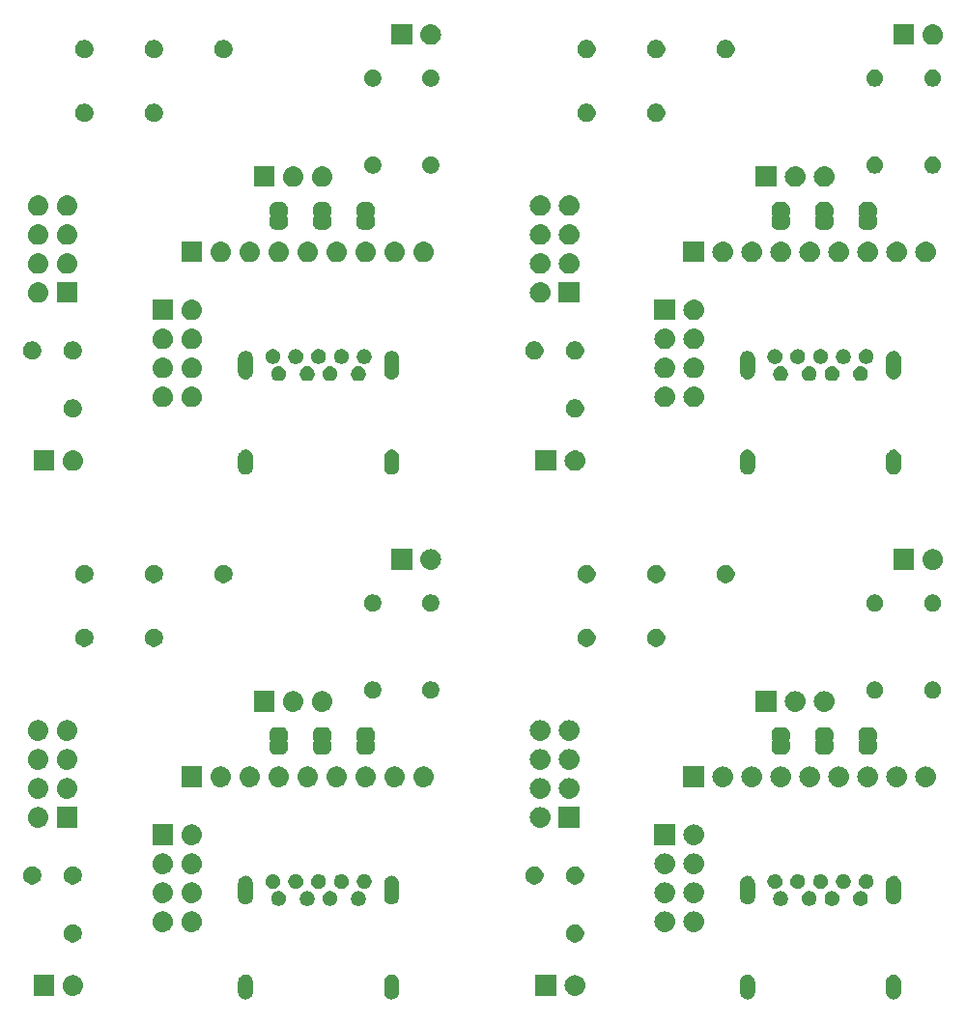
<source format=gbs>
G04 #@! TF.GenerationSoftware,KiCad,Pcbnew,5.0.2-bee76a0~70~ubuntu18.04.1*
G04 #@! TF.CreationDate,2019-02-02T15:45:17-08:00*
G04 #@! TF.ProjectId,programing_adapter,70726f67-7261-46d6-996e-675f61646170,rev?*
G04 #@! TF.SameCoordinates,Original*
G04 #@! TF.FileFunction,Soldermask,Bot*
G04 #@! TF.FilePolarity,Negative*
%FSLAX46Y46*%
G04 Gerber Fmt 4.6, Leading zero omitted, Abs format (unit mm)*
G04 Created by KiCad (PCBNEW 5.0.2-bee76a0~70~ubuntu18.04.1) date Sat 02 Feb 2019 03:45:17 PM PST*
%MOMM*%
%LPD*%
G01*
G04 APERTURE LIST*
%ADD10C,0.020000*%
G04 APERTURE END LIST*
D10*
G36*
X77317617Y-122586420D02*
X77399426Y-122611237D01*
X77440332Y-122623645D01*
X77484025Y-122647000D01*
X77553425Y-122684095D01*
X77652553Y-122765447D01*
X77733905Y-122864574D01*
X77733906Y-122864576D01*
X77794355Y-122977667D01*
X77806763Y-123018573D01*
X77831580Y-123100382D01*
X77841000Y-123196027D01*
X77841000Y-124159973D01*
X77831580Y-124255618D01*
X77806763Y-124337427D01*
X77794355Y-124378333D01*
X77791089Y-124384443D01*
X77733905Y-124491426D01*
X77652553Y-124590553D01*
X77553426Y-124671905D01*
X77553424Y-124671906D01*
X77440333Y-124732355D01*
X77399427Y-124744763D01*
X77317618Y-124769580D01*
X77190000Y-124782149D01*
X77062383Y-124769580D01*
X76980574Y-124744763D01*
X76939668Y-124732355D01*
X76826577Y-124671906D01*
X76826575Y-124671905D01*
X76727448Y-124590553D01*
X76646096Y-124491426D01*
X76588912Y-124384443D01*
X76585646Y-124378333D01*
X76573238Y-124337427D01*
X76548421Y-124255618D01*
X76539000Y-124159973D01*
X76539000Y-123196028D01*
X76548420Y-123100383D01*
X76585645Y-122977669D01*
X76585645Y-122977668D01*
X76622983Y-122907814D01*
X76646095Y-122864575D01*
X76727447Y-122765447D01*
X76826574Y-122684095D01*
X76871583Y-122660037D01*
X76939667Y-122623645D01*
X76980573Y-122611237D01*
X77062382Y-122586420D01*
X77190000Y-122573851D01*
X77317617Y-122586420D01*
X77317617Y-122586420D01*
G37*
G36*
X134117617Y-122586420D02*
X134199426Y-122611237D01*
X134240332Y-122623645D01*
X134284025Y-122647000D01*
X134353425Y-122684095D01*
X134452553Y-122765447D01*
X134533905Y-122864574D01*
X134533906Y-122864576D01*
X134594355Y-122977667D01*
X134606763Y-123018573D01*
X134631580Y-123100382D01*
X134641000Y-123196027D01*
X134641000Y-124159973D01*
X134631580Y-124255618D01*
X134606763Y-124337427D01*
X134594355Y-124378333D01*
X134591089Y-124384443D01*
X134533905Y-124491426D01*
X134452553Y-124590553D01*
X134353426Y-124671905D01*
X134353424Y-124671906D01*
X134240333Y-124732355D01*
X134199427Y-124744763D01*
X134117618Y-124769580D01*
X133990000Y-124782149D01*
X133862383Y-124769580D01*
X133780574Y-124744763D01*
X133739668Y-124732355D01*
X133626577Y-124671906D01*
X133626575Y-124671905D01*
X133527448Y-124590553D01*
X133446096Y-124491426D01*
X133388912Y-124384443D01*
X133385646Y-124378333D01*
X133373238Y-124337427D01*
X133348421Y-124255618D01*
X133339000Y-124159973D01*
X133339000Y-123196028D01*
X133348420Y-123100383D01*
X133385645Y-122977669D01*
X133385645Y-122977668D01*
X133422983Y-122907814D01*
X133446095Y-122864575D01*
X133527447Y-122765447D01*
X133626574Y-122684095D01*
X133671583Y-122660037D01*
X133739667Y-122623645D01*
X133780573Y-122611237D01*
X133862382Y-122586420D01*
X133990000Y-122573851D01*
X134117617Y-122586420D01*
X134117617Y-122586420D01*
G37*
G36*
X121317617Y-122586420D02*
X121399426Y-122611237D01*
X121440332Y-122623645D01*
X121484025Y-122647000D01*
X121553425Y-122684095D01*
X121652553Y-122765447D01*
X121733905Y-122864574D01*
X121733906Y-122864576D01*
X121794355Y-122977667D01*
X121806763Y-123018573D01*
X121831580Y-123100382D01*
X121841000Y-123196027D01*
X121841000Y-124159973D01*
X121831580Y-124255618D01*
X121806763Y-124337427D01*
X121794355Y-124378333D01*
X121791089Y-124384443D01*
X121733905Y-124491426D01*
X121652553Y-124590553D01*
X121553426Y-124671905D01*
X121553424Y-124671906D01*
X121440333Y-124732355D01*
X121399427Y-124744763D01*
X121317618Y-124769580D01*
X121190000Y-124782149D01*
X121062383Y-124769580D01*
X120980574Y-124744763D01*
X120939668Y-124732355D01*
X120826577Y-124671906D01*
X120826575Y-124671905D01*
X120727448Y-124590553D01*
X120646096Y-124491426D01*
X120588912Y-124384443D01*
X120585646Y-124378333D01*
X120573238Y-124337427D01*
X120548421Y-124255618D01*
X120539000Y-124159973D01*
X120539000Y-123196028D01*
X120548420Y-123100383D01*
X120585645Y-122977669D01*
X120585645Y-122977668D01*
X120622983Y-122907814D01*
X120646095Y-122864575D01*
X120727447Y-122765447D01*
X120826574Y-122684095D01*
X120871583Y-122660037D01*
X120939667Y-122623645D01*
X120980573Y-122611237D01*
X121062382Y-122586420D01*
X121190000Y-122573851D01*
X121317617Y-122586420D01*
X121317617Y-122586420D01*
G37*
G36*
X90117617Y-122586420D02*
X90199426Y-122611237D01*
X90240332Y-122623645D01*
X90284025Y-122647000D01*
X90353425Y-122684095D01*
X90452553Y-122765447D01*
X90533905Y-122864574D01*
X90533906Y-122864576D01*
X90594355Y-122977667D01*
X90606763Y-123018573D01*
X90631580Y-123100382D01*
X90641000Y-123196027D01*
X90641000Y-124159973D01*
X90631580Y-124255618D01*
X90606763Y-124337427D01*
X90594355Y-124378333D01*
X90591089Y-124384443D01*
X90533905Y-124491426D01*
X90452553Y-124590553D01*
X90353426Y-124671905D01*
X90353424Y-124671906D01*
X90240333Y-124732355D01*
X90199427Y-124744763D01*
X90117618Y-124769580D01*
X89990000Y-124782149D01*
X89862383Y-124769580D01*
X89780574Y-124744763D01*
X89739668Y-124732355D01*
X89626577Y-124671906D01*
X89626575Y-124671905D01*
X89527448Y-124590553D01*
X89446096Y-124491426D01*
X89388912Y-124384443D01*
X89385646Y-124378333D01*
X89373238Y-124337427D01*
X89348421Y-124255618D01*
X89339000Y-124159973D01*
X89339000Y-123196028D01*
X89348420Y-123100383D01*
X89385645Y-122977669D01*
X89385645Y-122977668D01*
X89422983Y-122907814D01*
X89446095Y-122864575D01*
X89527447Y-122765447D01*
X89626574Y-122684095D01*
X89671583Y-122660037D01*
X89739667Y-122623645D01*
X89780573Y-122611237D01*
X89862382Y-122586420D01*
X89990000Y-122573851D01*
X90117617Y-122586420D01*
X90117617Y-122586420D01*
G37*
G36*
X60417000Y-124449000D02*
X58615000Y-124449000D01*
X58615000Y-122647000D01*
X60417000Y-122647000D01*
X60417000Y-124449000D01*
X60417000Y-124449000D01*
G37*
G36*
X106166443Y-122653519D02*
X106232627Y-122660037D01*
X106345853Y-122694384D01*
X106402467Y-122711557D01*
X106503290Y-122765449D01*
X106558991Y-122795222D01*
X106594729Y-122824552D01*
X106696186Y-122907814D01*
X106779448Y-123009271D01*
X106808778Y-123045009D01*
X106808779Y-123045011D01*
X106892443Y-123201533D01*
X106892443Y-123201534D01*
X106943963Y-123371373D01*
X106961359Y-123548000D01*
X106943963Y-123724627D01*
X106909616Y-123837853D01*
X106892443Y-123894467D01*
X106818348Y-124033087D01*
X106808778Y-124050991D01*
X106779448Y-124086729D01*
X106696186Y-124188186D01*
X106594729Y-124271448D01*
X106558991Y-124300778D01*
X106558989Y-124300779D01*
X106402467Y-124384443D01*
X106345853Y-124401616D01*
X106232627Y-124435963D01*
X106166443Y-124442481D01*
X106100260Y-124449000D01*
X106011740Y-124449000D01*
X105945557Y-124442481D01*
X105879373Y-124435963D01*
X105766147Y-124401616D01*
X105709533Y-124384443D01*
X105553011Y-124300779D01*
X105553009Y-124300778D01*
X105517271Y-124271448D01*
X105415814Y-124188186D01*
X105332552Y-124086729D01*
X105303222Y-124050991D01*
X105293652Y-124033087D01*
X105219557Y-123894467D01*
X105202384Y-123837853D01*
X105168037Y-123724627D01*
X105150641Y-123548000D01*
X105168037Y-123371373D01*
X105219557Y-123201534D01*
X105219557Y-123201533D01*
X105303221Y-123045011D01*
X105303222Y-123045009D01*
X105332552Y-123009271D01*
X105415814Y-122907814D01*
X105517271Y-122824552D01*
X105553009Y-122795222D01*
X105608710Y-122765449D01*
X105709533Y-122711557D01*
X105766147Y-122694384D01*
X105879373Y-122660037D01*
X105945557Y-122653519D01*
X106011740Y-122647000D01*
X106100260Y-122647000D01*
X106166443Y-122653519D01*
X106166443Y-122653519D01*
G37*
G36*
X62166443Y-122653519D02*
X62232627Y-122660037D01*
X62345853Y-122694384D01*
X62402467Y-122711557D01*
X62503290Y-122765449D01*
X62558991Y-122795222D01*
X62594729Y-122824552D01*
X62696186Y-122907814D01*
X62779448Y-123009271D01*
X62808778Y-123045009D01*
X62808779Y-123045011D01*
X62892443Y-123201533D01*
X62892443Y-123201534D01*
X62943963Y-123371373D01*
X62961359Y-123548000D01*
X62943963Y-123724627D01*
X62909616Y-123837853D01*
X62892443Y-123894467D01*
X62818348Y-124033087D01*
X62808778Y-124050991D01*
X62779448Y-124086729D01*
X62696186Y-124188186D01*
X62594729Y-124271448D01*
X62558991Y-124300778D01*
X62558989Y-124300779D01*
X62402467Y-124384443D01*
X62345853Y-124401616D01*
X62232627Y-124435963D01*
X62166443Y-124442481D01*
X62100260Y-124449000D01*
X62011740Y-124449000D01*
X61945557Y-124442481D01*
X61879373Y-124435963D01*
X61766147Y-124401616D01*
X61709533Y-124384443D01*
X61553011Y-124300779D01*
X61553009Y-124300778D01*
X61517271Y-124271448D01*
X61415814Y-124188186D01*
X61332552Y-124086729D01*
X61303222Y-124050991D01*
X61293652Y-124033087D01*
X61219557Y-123894467D01*
X61202384Y-123837853D01*
X61168037Y-123724627D01*
X61150641Y-123548000D01*
X61168037Y-123371373D01*
X61219557Y-123201534D01*
X61219557Y-123201533D01*
X61303221Y-123045011D01*
X61303222Y-123045009D01*
X61332552Y-123009271D01*
X61415814Y-122907814D01*
X61517271Y-122824552D01*
X61553009Y-122795222D01*
X61608710Y-122765449D01*
X61709533Y-122711557D01*
X61766147Y-122694384D01*
X61879373Y-122660037D01*
X61945557Y-122653519D01*
X62011740Y-122647000D01*
X62100260Y-122647000D01*
X62166443Y-122653519D01*
X62166443Y-122653519D01*
G37*
G36*
X104417000Y-124449000D02*
X102615000Y-124449000D01*
X102615000Y-122647000D01*
X104417000Y-122647000D01*
X104417000Y-124449000D01*
X104417000Y-124449000D01*
G37*
G36*
X106289643Y-118205781D02*
X106435415Y-118266162D01*
X106566611Y-118353824D01*
X106678176Y-118465389D01*
X106765838Y-118596585D01*
X106826219Y-118742357D01*
X106857000Y-118897107D01*
X106857000Y-119054893D01*
X106826219Y-119209643D01*
X106765838Y-119355415D01*
X106678176Y-119486611D01*
X106566611Y-119598176D01*
X106435415Y-119685838D01*
X106289643Y-119746219D01*
X106134893Y-119777000D01*
X105977107Y-119777000D01*
X105822357Y-119746219D01*
X105676585Y-119685838D01*
X105545389Y-119598176D01*
X105433824Y-119486611D01*
X105346162Y-119355415D01*
X105285781Y-119209643D01*
X105255000Y-119054893D01*
X105255000Y-118897107D01*
X105285781Y-118742357D01*
X105346162Y-118596585D01*
X105433824Y-118465389D01*
X105545389Y-118353824D01*
X105676585Y-118266162D01*
X105822357Y-118205781D01*
X105977107Y-118175000D01*
X106134893Y-118175000D01*
X106289643Y-118205781D01*
X106289643Y-118205781D01*
G37*
G36*
X62289643Y-118205781D02*
X62435415Y-118266162D01*
X62566611Y-118353824D01*
X62678176Y-118465389D01*
X62765838Y-118596585D01*
X62826219Y-118742357D01*
X62857000Y-118897107D01*
X62857000Y-119054893D01*
X62826219Y-119209643D01*
X62765838Y-119355415D01*
X62678176Y-119486611D01*
X62566611Y-119598176D01*
X62435415Y-119685838D01*
X62289643Y-119746219D01*
X62134893Y-119777000D01*
X61977107Y-119777000D01*
X61822357Y-119746219D01*
X61676585Y-119685838D01*
X61545389Y-119598176D01*
X61433824Y-119486611D01*
X61346162Y-119355415D01*
X61285781Y-119209643D01*
X61255000Y-119054893D01*
X61255000Y-118897107D01*
X61285781Y-118742357D01*
X61346162Y-118596585D01*
X61433824Y-118465389D01*
X61545389Y-118353824D01*
X61676585Y-118266162D01*
X61822357Y-118205781D01*
X61977107Y-118175000D01*
X62134893Y-118175000D01*
X62289643Y-118205781D01*
X62289643Y-118205781D01*
G37*
G36*
X114040442Y-117065518D02*
X114106627Y-117072037D01*
X114219853Y-117106384D01*
X114276467Y-117123557D01*
X114415087Y-117197652D01*
X114432991Y-117207222D01*
X114468729Y-117236552D01*
X114570186Y-117319814D01*
X114653448Y-117421271D01*
X114682778Y-117457009D01*
X114682779Y-117457011D01*
X114766443Y-117613533D01*
X114766443Y-117613534D01*
X114817963Y-117783373D01*
X114835359Y-117960000D01*
X114817963Y-118136627D01*
X114796985Y-118205781D01*
X114766443Y-118306467D01*
X114692348Y-118445087D01*
X114682778Y-118462991D01*
X114653448Y-118498729D01*
X114570186Y-118600186D01*
X114468729Y-118683448D01*
X114432991Y-118712778D01*
X114432989Y-118712779D01*
X114276467Y-118796443D01*
X114219853Y-118813616D01*
X114106627Y-118847963D01*
X114040442Y-118854482D01*
X113974260Y-118861000D01*
X113885740Y-118861000D01*
X113819558Y-118854482D01*
X113753373Y-118847963D01*
X113640147Y-118813616D01*
X113583533Y-118796443D01*
X113427011Y-118712779D01*
X113427009Y-118712778D01*
X113391271Y-118683448D01*
X113289814Y-118600186D01*
X113206552Y-118498729D01*
X113177222Y-118462991D01*
X113167652Y-118445087D01*
X113093557Y-118306467D01*
X113063015Y-118205781D01*
X113042037Y-118136627D01*
X113024641Y-117960000D01*
X113042037Y-117783373D01*
X113093557Y-117613534D01*
X113093557Y-117613533D01*
X113177221Y-117457011D01*
X113177222Y-117457009D01*
X113206552Y-117421271D01*
X113289814Y-117319814D01*
X113391271Y-117236552D01*
X113427009Y-117207222D01*
X113444913Y-117197652D01*
X113583533Y-117123557D01*
X113640147Y-117106384D01*
X113753373Y-117072037D01*
X113819558Y-117065518D01*
X113885740Y-117059000D01*
X113974260Y-117059000D01*
X114040442Y-117065518D01*
X114040442Y-117065518D01*
G37*
G36*
X70040442Y-117065518D02*
X70106627Y-117072037D01*
X70219853Y-117106384D01*
X70276467Y-117123557D01*
X70415087Y-117197652D01*
X70432991Y-117207222D01*
X70468729Y-117236552D01*
X70570186Y-117319814D01*
X70653448Y-117421271D01*
X70682778Y-117457009D01*
X70682779Y-117457011D01*
X70766443Y-117613533D01*
X70766443Y-117613534D01*
X70817963Y-117783373D01*
X70835359Y-117960000D01*
X70817963Y-118136627D01*
X70796985Y-118205781D01*
X70766443Y-118306467D01*
X70692348Y-118445087D01*
X70682778Y-118462991D01*
X70653448Y-118498729D01*
X70570186Y-118600186D01*
X70468729Y-118683448D01*
X70432991Y-118712778D01*
X70432989Y-118712779D01*
X70276467Y-118796443D01*
X70219853Y-118813616D01*
X70106627Y-118847963D01*
X70040442Y-118854482D01*
X69974260Y-118861000D01*
X69885740Y-118861000D01*
X69819558Y-118854482D01*
X69753373Y-118847963D01*
X69640147Y-118813616D01*
X69583533Y-118796443D01*
X69427011Y-118712779D01*
X69427009Y-118712778D01*
X69391271Y-118683448D01*
X69289814Y-118600186D01*
X69206552Y-118498729D01*
X69177222Y-118462991D01*
X69167652Y-118445087D01*
X69093557Y-118306467D01*
X69063015Y-118205781D01*
X69042037Y-118136627D01*
X69024641Y-117960000D01*
X69042037Y-117783373D01*
X69093557Y-117613534D01*
X69093557Y-117613533D01*
X69177221Y-117457011D01*
X69177222Y-117457009D01*
X69206552Y-117421271D01*
X69289814Y-117319814D01*
X69391271Y-117236552D01*
X69427009Y-117207222D01*
X69444913Y-117197652D01*
X69583533Y-117123557D01*
X69640147Y-117106384D01*
X69753373Y-117072037D01*
X69819558Y-117065518D01*
X69885740Y-117059000D01*
X69974260Y-117059000D01*
X70040442Y-117065518D01*
X70040442Y-117065518D01*
G37*
G36*
X72580442Y-117065518D02*
X72646627Y-117072037D01*
X72759853Y-117106384D01*
X72816467Y-117123557D01*
X72955087Y-117197652D01*
X72972991Y-117207222D01*
X73008729Y-117236552D01*
X73110186Y-117319814D01*
X73193448Y-117421271D01*
X73222778Y-117457009D01*
X73222779Y-117457011D01*
X73306443Y-117613533D01*
X73306443Y-117613534D01*
X73357963Y-117783373D01*
X73375359Y-117960000D01*
X73357963Y-118136627D01*
X73336985Y-118205781D01*
X73306443Y-118306467D01*
X73232348Y-118445087D01*
X73222778Y-118462991D01*
X73193448Y-118498729D01*
X73110186Y-118600186D01*
X73008729Y-118683448D01*
X72972991Y-118712778D01*
X72972989Y-118712779D01*
X72816467Y-118796443D01*
X72759853Y-118813616D01*
X72646627Y-118847963D01*
X72580442Y-118854482D01*
X72514260Y-118861000D01*
X72425740Y-118861000D01*
X72359558Y-118854482D01*
X72293373Y-118847963D01*
X72180147Y-118813616D01*
X72123533Y-118796443D01*
X71967011Y-118712779D01*
X71967009Y-118712778D01*
X71931271Y-118683448D01*
X71829814Y-118600186D01*
X71746552Y-118498729D01*
X71717222Y-118462991D01*
X71707652Y-118445087D01*
X71633557Y-118306467D01*
X71603015Y-118205781D01*
X71582037Y-118136627D01*
X71564641Y-117960000D01*
X71582037Y-117783373D01*
X71633557Y-117613534D01*
X71633557Y-117613533D01*
X71717221Y-117457011D01*
X71717222Y-117457009D01*
X71746552Y-117421271D01*
X71829814Y-117319814D01*
X71931271Y-117236552D01*
X71967009Y-117207222D01*
X71984913Y-117197652D01*
X72123533Y-117123557D01*
X72180147Y-117106384D01*
X72293373Y-117072037D01*
X72359558Y-117065518D01*
X72425740Y-117059000D01*
X72514260Y-117059000D01*
X72580442Y-117065518D01*
X72580442Y-117065518D01*
G37*
G36*
X116580442Y-117065518D02*
X116646627Y-117072037D01*
X116759853Y-117106384D01*
X116816467Y-117123557D01*
X116955087Y-117197652D01*
X116972991Y-117207222D01*
X117008729Y-117236552D01*
X117110186Y-117319814D01*
X117193448Y-117421271D01*
X117222778Y-117457009D01*
X117222779Y-117457011D01*
X117306443Y-117613533D01*
X117306443Y-117613534D01*
X117357963Y-117783373D01*
X117375359Y-117960000D01*
X117357963Y-118136627D01*
X117336985Y-118205781D01*
X117306443Y-118306467D01*
X117232348Y-118445087D01*
X117222778Y-118462991D01*
X117193448Y-118498729D01*
X117110186Y-118600186D01*
X117008729Y-118683448D01*
X116972991Y-118712778D01*
X116972989Y-118712779D01*
X116816467Y-118796443D01*
X116759853Y-118813616D01*
X116646627Y-118847963D01*
X116580442Y-118854482D01*
X116514260Y-118861000D01*
X116425740Y-118861000D01*
X116359558Y-118854482D01*
X116293373Y-118847963D01*
X116180147Y-118813616D01*
X116123533Y-118796443D01*
X115967011Y-118712779D01*
X115967009Y-118712778D01*
X115931271Y-118683448D01*
X115829814Y-118600186D01*
X115746552Y-118498729D01*
X115717222Y-118462991D01*
X115707652Y-118445087D01*
X115633557Y-118306467D01*
X115603015Y-118205781D01*
X115582037Y-118136627D01*
X115564641Y-117960000D01*
X115582037Y-117783373D01*
X115633557Y-117613534D01*
X115633557Y-117613533D01*
X115717221Y-117457011D01*
X115717222Y-117457009D01*
X115746552Y-117421271D01*
X115829814Y-117319814D01*
X115931271Y-117236552D01*
X115967009Y-117207222D01*
X115984913Y-117197652D01*
X116123533Y-117123557D01*
X116180147Y-117106384D01*
X116293373Y-117072037D01*
X116359558Y-117065518D01*
X116425740Y-117059000D01*
X116514260Y-117059000D01*
X116580442Y-117065518D01*
X116580442Y-117065518D01*
G37*
G36*
X131279890Y-115302017D02*
X131398361Y-115351089D01*
X131504992Y-115422338D01*
X131595662Y-115513008D01*
X131595664Y-115513011D01*
X131595665Y-115513012D01*
X131651535Y-115596627D01*
X131666911Y-115619639D01*
X131715983Y-115738110D01*
X131741000Y-115863881D01*
X131741000Y-115992119D01*
X131715983Y-116117890D01*
X131666911Y-116236361D01*
X131666909Y-116236364D01*
X131609752Y-116321906D01*
X131595662Y-116342992D01*
X131504992Y-116433662D01*
X131398361Y-116504911D01*
X131279890Y-116553983D01*
X131154119Y-116579000D01*
X131025881Y-116579000D01*
X130900110Y-116553983D01*
X130781639Y-116504911D01*
X130675008Y-116433662D01*
X130584338Y-116342992D01*
X130570249Y-116321906D01*
X130513091Y-116236364D01*
X130513089Y-116236361D01*
X130464017Y-116117890D01*
X130439000Y-115992119D01*
X130439000Y-115863881D01*
X130464017Y-115738110D01*
X130513089Y-115619639D01*
X130528465Y-115596627D01*
X130584335Y-115513012D01*
X130584336Y-115513011D01*
X130584338Y-115513008D01*
X130675008Y-115422338D01*
X130781639Y-115351089D01*
X130900110Y-115302017D01*
X131025881Y-115277000D01*
X131154119Y-115277000D01*
X131279890Y-115302017D01*
X131279890Y-115302017D01*
G37*
G36*
X80279890Y-115302017D02*
X80398361Y-115351089D01*
X80504992Y-115422338D01*
X80595662Y-115513008D01*
X80595664Y-115513011D01*
X80595665Y-115513012D01*
X80651535Y-115596627D01*
X80666911Y-115619639D01*
X80715983Y-115738110D01*
X80741000Y-115863881D01*
X80741000Y-115992119D01*
X80715983Y-116117890D01*
X80666911Y-116236361D01*
X80666909Y-116236364D01*
X80609752Y-116321906D01*
X80595662Y-116342992D01*
X80504992Y-116433662D01*
X80398361Y-116504911D01*
X80279890Y-116553983D01*
X80154119Y-116579000D01*
X80025881Y-116579000D01*
X79900110Y-116553983D01*
X79781639Y-116504911D01*
X79675008Y-116433662D01*
X79584338Y-116342992D01*
X79570249Y-116321906D01*
X79513091Y-116236364D01*
X79513089Y-116236361D01*
X79464017Y-116117890D01*
X79439000Y-115992119D01*
X79439000Y-115863881D01*
X79464017Y-115738110D01*
X79513089Y-115619639D01*
X79528465Y-115596627D01*
X79584335Y-115513012D01*
X79584336Y-115513011D01*
X79584338Y-115513008D01*
X79675008Y-115422338D01*
X79781639Y-115351089D01*
X79900110Y-115302017D01*
X80025881Y-115277000D01*
X80154119Y-115277000D01*
X80279890Y-115302017D01*
X80279890Y-115302017D01*
G37*
G36*
X82779890Y-115302017D02*
X82898361Y-115351089D01*
X83004992Y-115422338D01*
X83095662Y-115513008D01*
X83095664Y-115513011D01*
X83095665Y-115513012D01*
X83151535Y-115596627D01*
X83166911Y-115619639D01*
X83215983Y-115738110D01*
X83241000Y-115863881D01*
X83241000Y-115992119D01*
X83215983Y-116117890D01*
X83166911Y-116236361D01*
X83166909Y-116236364D01*
X83109752Y-116321906D01*
X83095662Y-116342992D01*
X83004992Y-116433662D01*
X82898361Y-116504911D01*
X82779890Y-116553983D01*
X82654119Y-116579000D01*
X82525881Y-116579000D01*
X82400110Y-116553983D01*
X82281639Y-116504911D01*
X82175008Y-116433662D01*
X82084338Y-116342992D01*
X82070249Y-116321906D01*
X82013091Y-116236364D01*
X82013089Y-116236361D01*
X81964017Y-116117890D01*
X81939000Y-115992119D01*
X81939000Y-115863881D01*
X81964017Y-115738110D01*
X82013089Y-115619639D01*
X82028465Y-115596627D01*
X82084335Y-115513012D01*
X82084336Y-115513011D01*
X82084338Y-115513008D01*
X82175008Y-115422338D01*
X82281639Y-115351089D01*
X82400110Y-115302017D01*
X82525881Y-115277000D01*
X82654119Y-115277000D01*
X82779890Y-115302017D01*
X82779890Y-115302017D01*
G37*
G36*
X84779890Y-115302017D02*
X84898361Y-115351089D01*
X85004992Y-115422338D01*
X85095662Y-115513008D01*
X85095664Y-115513011D01*
X85095665Y-115513012D01*
X85151535Y-115596627D01*
X85166911Y-115619639D01*
X85215983Y-115738110D01*
X85241000Y-115863881D01*
X85241000Y-115992119D01*
X85215983Y-116117890D01*
X85166911Y-116236361D01*
X85166909Y-116236364D01*
X85109752Y-116321906D01*
X85095662Y-116342992D01*
X85004992Y-116433662D01*
X84898361Y-116504911D01*
X84779890Y-116553983D01*
X84654119Y-116579000D01*
X84525881Y-116579000D01*
X84400110Y-116553983D01*
X84281639Y-116504911D01*
X84175008Y-116433662D01*
X84084338Y-116342992D01*
X84070249Y-116321906D01*
X84013091Y-116236364D01*
X84013089Y-116236361D01*
X83964017Y-116117890D01*
X83939000Y-115992119D01*
X83939000Y-115863881D01*
X83964017Y-115738110D01*
X84013089Y-115619639D01*
X84028465Y-115596627D01*
X84084335Y-115513012D01*
X84084336Y-115513011D01*
X84084338Y-115513008D01*
X84175008Y-115422338D01*
X84281639Y-115351089D01*
X84400110Y-115302017D01*
X84525881Y-115277000D01*
X84654119Y-115277000D01*
X84779890Y-115302017D01*
X84779890Y-115302017D01*
G37*
G36*
X87279890Y-115302017D02*
X87398361Y-115351089D01*
X87504992Y-115422338D01*
X87595662Y-115513008D01*
X87595664Y-115513011D01*
X87595665Y-115513012D01*
X87651535Y-115596627D01*
X87666911Y-115619639D01*
X87715983Y-115738110D01*
X87741000Y-115863881D01*
X87741000Y-115992119D01*
X87715983Y-116117890D01*
X87666911Y-116236361D01*
X87666909Y-116236364D01*
X87609752Y-116321906D01*
X87595662Y-116342992D01*
X87504992Y-116433662D01*
X87398361Y-116504911D01*
X87279890Y-116553983D01*
X87154119Y-116579000D01*
X87025881Y-116579000D01*
X86900110Y-116553983D01*
X86781639Y-116504911D01*
X86675008Y-116433662D01*
X86584338Y-116342992D01*
X86570249Y-116321906D01*
X86513091Y-116236364D01*
X86513089Y-116236361D01*
X86464017Y-116117890D01*
X86439000Y-115992119D01*
X86439000Y-115863881D01*
X86464017Y-115738110D01*
X86513089Y-115619639D01*
X86528465Y-115596627D01*
X86584335Y-115513012D01*
X86584336Y-115513011D01*
X86584338Y-115513008D01*
X86675008Y-115422338D01*
X86781639Y-115351089D01*
X86900110Y-115302017D01*
X87025881Y-115277000D01*
X87154119Y-115277000D01*
X87279890Y-115302017D01*
X87279890Y-115302017D01*
G37*
G36*
X128779890Y-115302017D02*
X128898361Y-115351089D01*
X129004992Y-115422338D01*
X129095662Y-115513008D01*
X129095664Y-115513011D01*
X129095665Y-115513012D01*
X129151535Y-115596627D01*
X129166911Y-115619639D01*
X129215983Y-115738110D01*
X129241000Y-115863881D01*
X129241000Y-115992119D01*
X129215983Y-116117890D01*
X129166911Y-116236361D01*
X129166909Y-116236364D01*
X129109752Y-116321906D01*
X129095662Y-116342992D01*
X129004992Y-116433662D01*
X128898361Y-116504911D01*
X128779890Y-116553983D01*
X128654119Y-116579000D01*
X128525881Y-116579000D01*
X128400110Y-116553983D01*
X128281639Y-116504911D01*
X128175008Y-116433662D01*
X128084338Y-116342992D01*
X128070249Y-116321906D01*
X128013091Y-116236364D01*
X128013089Y-116236361D01*
X127964017Y-116117890D01*
X127939000Y-115992119D01*
X127939000Y-115863881D01*
X127964017Y-115738110D01*
X128013089Y-115619639D01*
X128028465Y-115596627D01*
X128084335Y-115513012D01*
X128084336Y-115513011D01*
X128084338Y-115513008D01*
X128175008Y-115422338D01*
X128281639Y-115351089D01*
X128400110Y-115302017D01*
X128525881Y-115277000D01*
X128654119Y-115277000D01*
X128779890Y-115302017D01*
X128779890Y-115302017D01*
G37*
G36*
X126779890Y-115302017D02*
X126898361Y-115351089D01*
X127004992Y-115422338D01*
X127095662Y-115513008D01*
X127095664Y-115513011D01*
X127095665Y-115513012D01*
X127151535Y-115596627D01*
X127166911Y-115619639D01*
X127215983Y-115738110D01*
X127241000Y-115863881D01*
X127241000Y-115992119D01*
X127215983Y-116117890D01*
X127166911Y-116236361D01*
X127166909Y-116236364D01*
X127109752Y-116321906D01*
X127095662Y-116342992D01*
X127004992Y-116433662D01*
X126898361Y-116504911D01*
X126779890Y-116553983D01*
X126654119Y-116579000D01*
X126525881Y-116579000D01*
X126400110Y-116553983D01*
X126281639Y-116504911D01*
X126175008Y-116433662D01*
X126084338Y-116342992D01*
X126070249Y-116321906D01*
X126013091Y-116236364D01*
X126013089Y-116236361D01*
X125964017Y-116117890D01*
X125939000Y-115992119D01*
X125939000Y-115863881D01*
X125964017Y-115738110D01*
X126013089Y-115619639D01*
X126028465Y-115596627D01*
X126084335Y-115513012D01*
X126084336Y-115513011D01*
X126084338Y-115513008D01*
X126175008Y-115422338D01*
X126281639Y-115351089D01*
X126400110Y-115302017D01*
X126525881Y-115277000D01*
X126654119Y-115277000D01*
X126779890Y-115302017D01*
X126779890Y-115302017D01*
G37*
G36*
X124279890Y-115302017D02*
X124398361Y-115351089D01*
X124504992Y-115422338D01*
X124595662Y-115513008D01*
X124595664Y-115513011D01*
X124595665Y-115513012D01*
X124651535Y-115596627D01*
X124666911Y-115619639D01*
X124715983Y-115738110D01*
X124741000Y-115863881D01*
X124741000Y-115992119D01*
X124715983Y-116117890D01*
X124666911Y-116236361D01*
X124666909Y-116236364D01*
X124609752Y-116321906D01*
X124595662Y-116342992D01*
X124504992Y-116433662D01*
X124398361Y-116504911D01*
X124279890Y-116553983D01*
X124154119Y-116579000D01*
X124025881Y-116579000D01*
X123900110Y-116553983D01*
X123781639Y-116504911D01*
X123675008Y-116433662D01*
X123584338Y-116342992D01*
X123570249Y-116321906D01*
X123513091Y-116236364D01*
X123513089Y-116236361D01*
X123464017Y-116117890D01*
X123439000Y-115992119D01*
X123439000Y-115863881D01*
X123464017Y-115738110D01*
X123513089Y-115619639D01*
X123528465Y-115596627D01*
X123584335Y-115513012D01*
X123584336Y-115513011D01*
X123584338Y-115513008D01*
X123675008Y-115422338D01*
X123781639Y-115351089D01*
X123900110Y-115302017D01*
X124025881Y-115277000D01*
X124154119Y-115277000D01*
X124279890Y-115302017D01*
X124279890Y-115302017D01*
G37*
G36*
X121317617Y-113936420D02*
X121399426Y-113961237D01*
X121440332Y-113973645D01*
X121500782Y-114005957D01*
X121553425Y-114034095D01*
X121652553Y-114115447D01*
X121733905Y-114214574D01*
X121733906Y-114214576D01*
X121794355Y-114327667D01*
X121805340Y-114363881D01*
X121831580Y-114450382D01*
X121841000Y-114546027D01*
X121841000Y-115809973D01*
X121831580Y-115905618D01*
X121806763Y-115987427D01*
X121794355Y-116028333D01*
X121777329Y-116060186D01*
X121733905Y-116141426D01*
X121652553Y-116240553D01*
X121553426Y-116321905D01*
X121553424Y-116321906D01*
X121440333Y-116382355D01*
X121399427Y-116394763D01*
X121317618Y-116419580D01*
X121190000Y-116432149D01*
X121062383Y-116419580D01*
X120980574Y-116394763D01*
X120939668Y-116382355D01*
X120826577Y-116321906D01*
X120826575Y-116321905D01*
X120727448Y-116240553D01*
X120646096Y-116141426D01*
X120602672Y-116060186D01*
X120585646Y-116028333D01*
X120573238Y-115987427D01*
X120548421Y-115905618D01*
X120539001Y-115809973D01*
X120539000Y-114546028D01*
X120548420Y-114450383D01*
X120585645Y-114327669D01*
X120585645Y-114327668D01*
X120617957Y-114267218D01*
X120646095Y-114214575D01*
X120673212Y-114181532D01*
X120727445Y-114115449D01*
X120727447Y-114115447D01*
X120826574Y-114034095D01*
X120839509Y-114027181D01*
X120939667Y-113973645D01*
X120980573Y-113961237D01*
X121062382Y-113936420D01*
X121190000Y-113923851D01*
X121317617Y-113936420D01*
X121317617Y-113936420D01*
G37*
G36*
X134117617Y-113936420D02*
X134199426Y-113961237D01*
X134240332Y-113973645D01*
X134300782Y-114005957D01*
X134353425Y-114034095D01*
X134452553Y-114115447D01*
X134533905Y-114214574D01*
X134533906Y-114214576D01*
X134594355Y-114327667D01*
X134605340Y-114363881D01*
X134631580Y-114450382D01*
X134641000Y-114546027D01*
X134641000Y-115809973D01*
X134631580Y-115905618D01*
X134606763Y-115987427D01*
X134594355Y-116028333D01*
X134577329Y-116060186D01*
X134533905Y-116141426D01*
X134452553Y-116240553D01*
X134353426Y-116321905D01*
X134353424Y-116321906D01*
X134240333Y-116382355D01*
X134199427Y-116394763D01*
X134117618Y-116419580D01*
X133990000Y-116432149D01*
X133862383Y-116419580D01*
X133780574Y-116394763D01*
X133739668Y-116382355D01*
X133626577Y-116321906D01*
X133626575Y-116321905D01*
X133527448Y-116240553D01*
X133446096Y-116141426D01*
X133402672Y-116060186D01*
X133385646Y-116028333D01*
X133373238Y-115987427D01*
X133348421Y-115905618D01*
X133339001Y-115809973D01*
X133339000Y-114546028D01*
X133348420Y-114450383D01*
X133385645Y-114327669D01*
X133385645Y-114327668D01*
X133417957Y-114267218D01*
X133446095Y-114214575D01*
X133473212Y-114181532D01*
X133527445Y-114115449D01*
X133527447Y-114115447D01*
X133626574Y-114034095D01*
X133639509Y-114027181D01*
X133739667Y-113973645D01*
X133780573Y-113961237D01*
X133862382Y-113936420D01*
X133990000Y-113923851D01*
X134117617Y-113936420D01*
X134117617Y-113936420D01*
G37*
G36*
X77317617Y-113936420D02*
X77399426Y-113961237D01*
X77440332Y-113973645D01*
X77500782Y-114005957D01*
X77553425Y-114034095D01*
X77652553Y-114115447D01*
X77733905Y-114214574D01*
X77733906Y-114214576D01*
X77794355Y-114327667D01*
X77805340Y-114363881D01*
X77831580Y-114450382D01*
X77841000Y-114546027D01*
X77841000Y-115809973D01*
X77831580Y-115905618D01*
X77806763Y-115987427D01*
X77794355Y-116028333D01*
X77777329Y-116060186D01*
X77733905Y-116141426D01*
X77652553Y-116240553D01*
X77553426Y-116321905D01*
X77553424Y-116321906D01*
X77440333Y-116382355D01*
X77399427Y-116394763D01*
X77317618Y-116419580D01*
X77190000Y-116432149D01*
X77062383Y-116419580D01*
X76980574Y-116394763D01*
X76939668Y-116382355D01*
X76826577Y-116321906D01*
X76826575Y-116321905D01*
X76727448Y-116240553D01*
X76646096Y-116141426D01*
X76602672Y-116060186D01*
X76585646Y-116028333D01*
X76573238Y-115987427D01*
X76548421Y-115905618D01*
X76539001Y-115809973D01*
X76539000Y-114546028D01*
X76548420Y-114450383D01*
X76585645Y-114327669D01*
X76585645Y-114327668D01*
X76617957Y-114267218D01*
X76646095Y-114214575D01*
X76673212Y-114181532D01*
X76727445Y-114115449D01*
X76727447Y-114115447D01*
X76826574Y-114034095D01*
X76839509Y-114027181D01*
X76939667Y-113973645D01*
X76980573Y-113961237D01*
X77062382Y-113936420D01*
X77190000Y-113923851D01*
X77317617Y-113936420D01*
X77317617Y-113936420D01*
G37*
G36*
X90117617Y-113936420D02*
X90199426Y-113961237D01*
X90240332Y-113973645D01*
X90300782Y-114005957D01*
X90353425Y-114034095D01*
X90452553Y-114115447D01*
X90533905Y-114214574D01*
X90533906Y-114214576D01*
X90594355Y-114327667D01*
X90605340Y-114363881D01*
X90631580Y-114450382D01*
X90641000Y-114546027D01*
X90641000Y-115809973D01*
X90631580Y-115905618D01*
X90606763Y-115987427D01*
X90594355Y-116028333D01*
X90577329Y-116060186D01*
X90533905Y-116141426D01*
X90452553Y-116240553D01*
X90353426Y-116321905D01*
X90353424Y-116321906D01*
X90240333Y-116382355D01*
X90199427Y-116394763D01*
X90117618Y-116419580D01*
X89990000Y-116432149D01*
X89862383Y-116419580D01*
X89780574Y-116394763D01*
X89739668Y-116382355D01*
X89626577Y-116321906D01*
X89626575Y-116321905D01*
X89527448Y-116240553D01*
X89446096Y-116141426D01*
X89402672Y-116060186D01*
X89385646Y-116028333D01*
X89373238Y-115987427D01*
X89348421Y-115905618D01*
X89339001Y-115809973D01*
X89339000Y-114546028D01*
X89348420Y-114450383D01*
X89385645Y-114327669D01*
X89385645Y-114327668D01*
X89417957Y-114267218D01*
X89446095Y-114214575D01*
X89473212Y-114181532D01*
X89527445Y-114115449D01*
X89527447Y-114115447D01*
X89626574Y-114034095D01*
X89639509Y-114027181D01*
X89739667Y-113973645D01*
X89780573Y-113961237D01*
X89862382Y-113936420D01*
X89990000Y-113923851D01*
X90117617Y-113936420D01*
X90117617Y-113936420D01*
G37*
G36*
X70040443Y-114525519D02*
X70106627Y-114532037D01*
X70219853Y-114566384D01*
X70276467Y-114583557D01*
X70415087Y-114657652D01*
X70432991Y-114667222D01*
X70468729Y-114696552D01*
X70570186Y-114779814D01*
X70653448Y-114881271D01*
X70682778Y-114917009D01*
X70682779Y-114917011D01*
X70766443Y-115073533D01*
X70766443Y-115073534D01*
X70817963Y-115243373D01*
X70835359Y-115420000D01*
X70817963Y-115596627D01*
X70810983Y-115619636D01*
X70766443Y-115766467D01*
X70714373Y-115863881D01*
X70682778Y-115922991D01*
X70653448Y-115958729D01*
X70570186Y-116060186D01*
X70499872Y-116117890D01*
X70432991Y-116172778D01*
X70432989Y-116172779D01*
X70276467Y-116256443D01*
X70219853Y-116273616D01*
X70106627Y-116307963D01*
X70040442Y-116314482D01*
X69974260Y-116321000D01*
X69885740Y-116321000D01*
X69819558Y-116314482D01*
X69753373Y-116307963D01*
X69640147Y-116273616D01*
X69583533Y-116256443D01*
X69427011Y-116172779D01*
X69427009Y-116172778D01*
X69360128Y-116117890D01*
X69289814Y-116060186D01*
X69206552Y-115958729D01*
X69177222Y-115922991D01*
X69145627Y-115863881D01*
X69093557Y-115766467D01*
X69049017Y-115619636D01*
X69042037Y-115596627D01*
X69024641Y-115420000D01*
X69042037Y-115243373D01*
X69093557Y-115073534D01*
X69093557Y-115073533D01*
X69177221Y-114917011D01*
X69177222Y-114917009D01*
X69206552Y-114881271D01*
X69289814Y-114779814D01*
X69391271Y-114696552D01*
X69427009Y-114667222D01*
X69444913Y-114657652D01*
X69583533Y-114583557D01*
X69640147Y-114566384D01*
X69753373Y-114532037D01*
X69819557Y-114525519D01*
X69885740Y-114519000D01*
X69974260Y-114519000D01*
X70040443Y-114525519D01*
X70040443Y-114525519D01*
G37*
G36*
X116580443Y-114525519D02*
X116646627Y-114532037D01*
X116759853Y-114566384D01*
X116816467Y-114583557D01*
X116955087Y-114657652D01*
X116972991Y-114667222D01*
X117008729Y-114696552D01*
X117110186Y-114779814D01*
X117193448Y-114881271D01*
X117222778Y-114917009D01*
X117222779Y-114917011D01*
X117306443Y-115073533D01*
X117306443Y-115073534D01*
X117357963Y-115243373D01*
X117375359Y-115420000D01*
X117357963Y-115596627D01*
X117350983Y-115619636D01*
X117306443Y-115766467D01*
X117254373Y-115863881D01*
X117222778Y-115922991D01*
X117193448Y-115958729D01*
X117110186Y-116060186D01*
X117039872Y-116117890D01*
X116972991Y-116172778D01*
X116972989Y-116172779D01*
X116816467Y-116256443D01*
X116759853Y-116273616D01*
X116646627Y-116307963D01*
X116580442Y-116314482D01*
X116514260Y-116321000D01*
X116425740Y-116321000D01*
X116359558Y-116314482D01*
X116293373Y-116307963D01*
X116180147Y-116273616D01*
X116123533Y-116256443D01*
X115967011Y-116172779D01*
X115967009Y-116172778D01*
X115900128Y-116117890D01*
X115829814Y-116060186D01*
X115746552Y-115958729D01*
X115717222Y-115922991D01*
X115685627Y-115863881D01*
X115633557Y-115766467D01*
X115589017Y-115619636D01*
X115582037Y-115596627D01*
X115564641Y-115420000D01*
X115582037Y-115243373D01*
X115633557Y-115073534D01*
X115633557Y-115073533D01*
X115717221Y-114917011D01*
X115717222Y-114917009D01*
X115746552Y-114881271D01*
X115829814Y-114779814D01*
X115931271Y-114696552D01*
X115967009Y-114667222D01*
X115984913Y-114657652D01*
X116123533Y-114583557D01*
X116180147Y-114566384D01*
X116293373Y-114532037D01*
X116359557Y-114525519D01*
X116425740Y-114519000D01*
X116514260Y-114519000D01*
X116580443Y-114525519D01*
X116580443Y-114525519D01*
G37*
G36*
X114040443Y-114525519D02*
X114106627Y-114532037D01*
X114219853Y-114566384D01*
X114276467Y-114583557D01*
X114415087Y-114657652D01*
X114432991Y-114667222D01*
X114468729Y-114696552D01*
X114570186Y-114779814D01*
X114653448Y-114881271D01*
X114682778Y-114917009D01*
X114682779Y-114917011D01*
X114766443Y-115073533D01*
X114766443Y-115073534D01*
X114817963Y-115243373D01*
X114835359Y-115420000D01*
X114817963Y-115596627D01*
X114810983Y-115619636D01*
X114766443Y-115766467D01*
X114714373Y-115863881D01*
X114682778Y-115922991D01*
X114653448Y-115958729D01*
X114570186Y-116060186D01*
X114499872Y-116117890D01*
X114432991Y-116172778D01*
X114432989Y-116172779D01*
X114276467Y-116256443D01*
X114219853Y-116273616D01*
X114106627Y-116307963D01*
X114040442Y-116314482D01*
X113974260Y-116321000D01*
X113885740Y-116321000D01*
X113819558Y-116314482D01*
X113753373Y-116307963D01*
X113640147Y-116273616D01*
X113583533Y-116256443D01*
X113427011Y-116172779D01*
X113427009Y-116172778D01*
X113360128Y-116117890D01*
X113289814Y-116060186D01*
X113206552Y-115958729D01*
X113177222Y-115922991D01*
X113145627Y-115863881D01*
X113093557Y-115766467D01*
X113049017Y-115619636D01*
X113042037Y-115596627D01*
X113024641Y-115420000D01*
X113042037Y-115243373D01*
X113093557Y-115073534D01*
X113093557Y-115073533D01*
X113177221Y-114917011D01*
X113177222Y-114917009D01*
X113206552Y-114881271D01*
X113289814Y-114779814D01*
X113391271Y-114696552D01*
X113427009Y-114667222D01*
X113444913Y-114657652D01*
X113583533Y-114583557D01*
X113640147Y-114566384D01*
X113753373Y-114532037D01*
X113819557Y-114525519D01*
X113885740Y-114519000D01*
X113974260Y-114519000D01*
X114040443Y-114525519D01*
X114040443Y-114525519D01*
G37*
G36*
X72580443Y-114525519D02*
X72646627Y-114532037D01*
X72759853Y-114566384D01*
X72816467Y-114583557D01*
X72955087Y-114657652D01*
X72972991Y-114667222D01*
X73008729Y-114696552D01*
X73110186Y-114779814D01*
X73193448Y-114881271D01*
X73222778Y-114917009D01*
X73222779Y-114917011D01*
X73306443Y-115073533D01*
X73306443Y-115073534D01*
X73357963Y-115243373D01*
X73375359Y-115420000D01*
X73357963Y-115596627D01*
X73350983Y-115619636D01*
X73306443Y-115766467D01*
X73254373Y-115863881D01*
X73222778Y-115922991D01*
X73193448Y-115958729D01*
X73110186Y-116060186D01*
X73039872Y-116117890D01*
X72972991Y-116172778D01*
X72972989Y-116172779D01*
X72816467Y-116256443D01*
X72759853Y-116273616D01*
X72646627Y-116307963D01*
X72580442Y-116314482D01*
X72514260Y-116321000D01*
X72425740Y-116321000D01*
X72359558Y-116314482D01*
X72293373Y-116307963D01*
X72180147Y-116273616D01*
X72123533Y-116256443D01*
X71967011Y-116172779D01*
X71967009Y-116172778D01*
X71900128Y-116117890D01*
X71829814Y-116060186D01*
X71746552Y-115958729D01*
X71717222Y-115922991D01*
X71685627Y-115863881D01*
X71633557Y-115766467D01*
X71589017Y-115619636D01*
X71582037Y-115596627D01*
X71564641Y-115420000D01*
X71582037Y-115243373D01*
X71633557Y-115073534D01*
X71633557Y-115073533D01*
X71717221Y-114917011D01*
X71717222Y-114917009D01*
X71746552Y-114881271D01*
X71829814Y-114779814D01*
X71931271Y-114696552D01*
X71967009Y-114667222D01*
X71984913Y-114657652D01*
X72123533Y-114583557D01*
X72180147Y-114566384D01*
X72293373Y-114532037D01*
X72359557Y-114525519D01*
X72425740Y-114519000D01*
X72514260Y-114519000D01*
X72580443Y-114525519D01*
X72580443Y-114525519D01*
G37*
G36*
X81779890Y-113802017D02*
X81898361Y-113851089D01*
X82004992Y-113922338D01*
X82095662Y-114013008D01*
X82095664Y-114013011D01*
X82095665Y-114013012D01*
X82109752Y-114034095D01*
X82166911Y-114119639D01*
X82215983Y-114238110D01*
X82241000Y-114363881D01*
X82241000Y-114492119D01*
X82215983Y-114617890D01*
X82166911Y-114736361D01*
X82166909Y-114736364D01*
X82137877Y-114779814D01*
X82095662Y-114842992D01*
X82004992Y-114933662D01*
X81898361Y-115004911D01*
X81779890Y-115053983D01*
X81654119Y-115079000D01*
X81525881Y-115079000D01*
X81400110Y-115053983D01*
X81281639Y-115004911D01*
X81175008Y-114933662D01*
X81084338Y-114842992D01*
X81042124Y-114779814D01*
X81013091Y-114736364D01*
X81013089Y-114736361D01*
X80964017Y-114617890D01*
X80939000Y-114492119D01*
X80939000Y-114363881D01*
X80964017Y-114238110D01*
X81013089Y-114119639D01*
X81070248Y-114034095D01*
X81084335Y-114013012D01*
X81084336Y-114013011D01*
X81084338Y-114013008D01*
X81175008Y-113922338D01*
X81281639Y-113851089D01*
X81400110Y-113802017D01*
X81525881Y-113777000D01*
X81654119Y-113777000D01*
X81779890Y-113802017D01*
X81779890Y-113802017D01*
G37*
G36*
X83779890Y-113802017D02*
X83898361Y-113851089D01*
X84004992Y-113922338D01*
X84095662Y-114013008D01*
X84095664Y-114013011D01*
X84095665Y-114013012D01*
X84109752Y-114034095D01*
X84166911Y-114119639D01*
X84215983Y-114238110D01*
X84241000Y-114363881D01*
X84241000Y-114492119D01*
X84215983Y-114617890D01*
X84166911Y-114736361D01*
X84166909Y-114736364D01*
X84137877Y-114779814D01*
X84095662Y-114842992D01*
X84004992Y-114933662D01*
X83898361Y-115004911D01*
X83779890Y-115053983D01*
X83654119Y-115079000D01*
X83525881Y-115079000D01*
X83400110Y-115053983D01*
X83281639Y-115004911D01*
X83175008Y-114933662D01*
X83084338Y-114842992D01*
X83042124Y-114779814D01*
X83013091Y-114736364D01*
X83013089Y-114736361D01*
X82964017Y-114617890D01*
X82939000Y-114492119D01*
X82939000Y-114363881D01*
X82964017Y-114238110D01*
X83013089Y-114119639D01*
X83070248Y-114034095D01*
X83084335Y-114013012D01*
X83084336Y-114013011D01*
X83084338Y-114013008D01*
X83175008Y-113922338D01*
X83281639Y-113851089D01*
X83400110Y-113802017D01*
X83525881Y-113777000D01*
X83654119Y-113777000D01*
X83779890Y-113802017D01*
X83779890Y-113802017D01*
G37*
G36*
X85779890Y-113802017D02*
X85898361Y-113851089D01*
X86004992Y-113922338D01*
X86095662Y-114013008D01*
X86095664Y-114013011D01*
X86095665Y-114013012D01*
X86109752Y-114034095D01*
X86166911Y-114119639D01*
X86215983Y-114238110D01*
X86241000Y-114363881D01*
X86241000Y-114492119D01*
X86215983Y-114617890D01*
X86166911Y-114736361D01*
X86166909Y-114736364D01*
X86137877Y-114779814D01*
X86095662Y-114842992D01*
X86004992Y-114933662D01*
X85898361Y-115004911D01*
X85779890Y-115053983D01*
X85654119Y-115079000D01*
X85525881Y-115079000D01*
X85400110Y-115053983D01*
X85281639Y-115004911D01*
X85175008Y-114933662D01*
X85084338Y-114842992D01*
X85042124Y-114779814D01*
X85013091Y-114736364D01*
X85013089Y-114736361D01*
X84964017Y-114617890D01*
X84939000Y-114492119D01*
X84939000Y-114363881D01*
X84964017Y-114238110D01*
X85013089Y-114119639D01*
X85070248Y-114034095D01*
X85084335Y-114013012D01*
X85084336Y-114013011D01*
X85084338Y-114013008D01*
X85175008Y-113922338D01*
X85281639Y-113851089D01*
X85400110Y-113802017D01*
X85525881Y-113777000D01*
X85654119Y-113777000D01*
X85779890Y-113802017D01*
X85779890Y-113802017D01*
G37*
G36*
X87779890Y-113802017D02*
X87898361Y-113851089D01*
X88004992Y-113922338D01*
X88095662Y-114013008D01*
X88095664Y-114013011D01*
X88095665Y-114013012D01*
X88109752Y-114034095D01*
X88166911Y-114119639D01*
X88215983Y-114238110D01*
X88241000Y-114363881D01*
X88241000Y-114492119D01*
X88215983Y-114617890D01*
X88166911Y-114736361D01*
X88166909Y-114736364D01*
X88137877Y-114779814D01*
X88095662Y-114842992D01*
X88004992Y-114933662D01*
X87898361Y-115004911D01*
X87779890Y-115053983D01*
X87654119Y-115079000D01*
X87525881Y-115079000D01*
X87400110Y-115053983D01*
X87281639Y-115004911D01*
X87175008Y-114933662D01*
X87084338Y-114842992D01*
X87042124Y-114779814D01*
X87013091Y-114736364D01*
X87013089Y-114736361D01*
X86964017Y-114617890D01*
X86939000Y-114492119D01*
X86939000Y-114363881D01*
X86964017Y-114238110D01*
X87013089Y-114119639D01*
X87070248Y-114034095D01*
X87084335Y-114013012D01*
X87084336Y-114013011D01*
X87084338Y-114013008D01*
X87175008Y-113922338D01*
X87281639Y-113851089D01*
X87400110Y-113802017D01*
X87525881Y-113777000D01*
X87654119Y-113777000D01*
X87779890Y-113802017D01*
X87779890Y-113802017D01*
G37*
G36*
X129779890Y-113802017D02*
X129898361Y-113851089D01*
X130004992Y-113922338D01*
X130095662Y-114013008D01*
X130095664Y-114013011D01*
X130095665Y-114013012D01*
X130109752Y-114034095D01*
X130166911Y-114119639D01*
X130215983Y-114238110D01*
X130241000Y-114363881D01*
X130241000Y-114492119D01*
X130215983Y-114617890D01*
X130166911Y-114736361D01*
X130166909Y-114736364D01*
X130137877Y-114779814D01*
X130095662Y-114842992D01*
X130004992Y-114933662D01*
X129898361Y-115004911D01*
X129779890Y-115053983D01*
X129654119Y-115079000D01*
X129525881Y-115079000D01*
X129400110Y-115053983D01*
X129281639Y-115004911D01*
X129175008Y-114933662D01*
X129084338Y-114842992D01*
X129042124Y-114779814D01*
X129013091Y-114736364D01*
X129013089Y-114736361D01*
X128964017Y-114617890D01*
X128939000Y-114492119D01*
X128939000Y-114363881D01*
X128964017Y-114238110D01*
X129013089Y-114119639D01*
X129070248Y-114034095D01*
X129084335Y-114013012D01*
X129084336Y-114013011D01*
X129084338Y-114013008D01*
X129175008Y-113922338D01*
X129281639Y-113851089D01*
X129400110Y-113802017D01*
X129525881Y-113777000D01*
X129654119Y-113777000D01*
X129779890Y-113802017D01*
X129779890Y-113802017D01*
G37*
G36*
X79779890Y-113802017D02*
X79898361Y-113851089D01*
X80004992Y-113922338D01*
X80095662Y-114013008D01*
X80095664Y-114013011D01*
X80095665Y-114013012D01*
X80109752Y-114034095D01*
X80166911Y-114119639D01*
X80215983Y-114238110D01*
X80241000Y-114363881D01*
X80241000Y-114492119D01*
X80215983Y-114617890D01*
X80166911Y-114736361D01*
X80166909Y-114736364D01*
X80137877Y-114779814D01*
X80095662Y-114842992D01*
X80004992Y-114933662D01*
X79898361Y-115004911D01*
X79779890Y-115053983D01*
X79654119Y-115079000D01*
X79525881Y-115079000D01*
X79400110Y-115053983D01*
X79281639Y-115004911D01*
X79175008Y-114933662D01*
X79084338Y-114842992D01*
X79042124Y-114779814D01*
X79013091Y-114736364D01*
X79013089Y-114736361D01*
X78964017Y-114617890D01*
X78939000Y-114492119D01*
X78939000Y-114363881D01*
X78964017Y-114238110D01*
X79013089Y-114119639D01*
X79070248Y-114034095D01*
X79084335Y-114013012D01*
X79084336Y-114013011D01*
X79084338Y-114013008D01*
X79175008Y-113922338D01*
X79281639Y-113851089D01*
X79400110Y-113802017D01*
X79525881Y-113777000D01*
X79654119Y-113777000D01*
X79779890Y-113802017D01*
X79779890Y-113802017D01*
G37*
G36*
X131779890Y-113802017D02*
X131898361Y-113851089D01*
X132004992Y-113922338D01*
X132095662Y-114013008D01*
X132095664Y-114013011D01*
X132095665Y-114013012D01*
X132109752Y-114034095D01*
X132166911Y-114119639D01*
X132215983Y-114238110D01*
X132241000Y-114363881D01*
X132241000Y-114492119D01*
X132215983Y-114617890D01*
X132166911Y-114736361D01*
X132166909Y-114736364D01*
X132137877Y-114779814D01*
X132095662Y-114842992D01*
X132004992Y-114933662D01*
X131898361Y-115004911D01*
X131779890Y-115053983D01*
X131654119Y-115079000D01*
X131525881Y-115079000D01*
X131400110Y-115053983D01*
X131281639Y-115004911D01*
X131175008Y-114933662D01*
X131084338Y-114842992D01*
X131042124Y-114779814D01*
X131013091Y-114736364D01*
X131013089Y-114736361D01*
X130964017Y-114617890D01*
X130939000Y-114492119D01*
X130939000Y-114363881D01*
X130964017Y-114238110D01*
X131013089Y-114119639D01*
X131070248Y-114034095D01*
X131084335Y-114013012D01*
X131084336Y-114013011D01*
X131084338Y-114013008D01*
X131175008Y-113922338D01*
X131281639Y-113851089D01*
X131400110Y-113802017D01*
X131525881Y-113777000D01*
X131654119Y-113777000D01*
X131779890Y-113802017D01*
X131779890Y-113802017D01*
G37*
G36*
X123779890Y-113802017D02*
X123898361Y-113851089D01*
X124004992Y-113922338D01*
X124095662Y-114013008D01*
X124095664Y-114013011D01*
X124095665Y-114013012D01*
X124109752Y-114034095D01*
X124166911Y-114119639D01*
X124215983Y-114238110D01*
X124241000Y-114363881D01*
X124241000Y-114492119D01*
X124215983Y-114617890D01*
X124166911Y-114736361D01*
X124166909Y-114736364D01*
X124137877Y-114779814D01*
X124095662Y-114842992D01*
X124004992Y-114933662D01*
X123898361Y-115004911D01*
X123779890Y-115053983D01*
X123654119Y-115079000D01*
X123525881Y-115079000D01*
X123400110Y-115053983D01*
X123281639Y-115004911D01*
X123175008Y-114933662D01*
X123084338Y-114842992D01*
X123042124Y-114779814D01*
X123013091Y-114736364D01*
X123013089Y-114736361D01*
X122964017Y-114617890D01*
X122939000Y-114492119D01*
X122939000Y-114363881D01*
X122964017Y-114238110D01*
X123013089Y-114119639D01*
X123070248Y-114034095D01*
X123084335Y-114013012D01*
X123084336Y-114013011D01*
X123084338Y-114013008D01*
X123175008Y-113922338D01*
X123281639Y-113851089D01*
X123400110Y-113802017D01*
X123525881Y-113777000D01*
X123654119Y-113777000D01*
X123779890Y-113802017D01*
X123779890Y-113802017D01*
G37*
G36*
X125779890Y-113802017D02*
X125898361Y-113851089D01*
X126004992Y-113922338D01*
X126095662Y-114013008D01*
X126095664Y-114013011D01*
X126095665Y-114013012D01*
X126109752Y-114034095D01*
X126166911Y-114119639D01*
X126215983Y-114238110D01*
X126241000Y-114363881D01*
X126241000Y-114492119D01*
X126215983Y-114617890D01*
X126166911Y-114736361D01*
X126166909Y-114736364D01*
X126137877Y-114779814D01*
X126095662Y-114842992D01*
X126004992Y-114933662D01*
X125898361Y-115004911D01*
X125779890Y-115053983D01*
X125654119Y-115079000D01*
X125525881Y-115079000D01*
X125400110Y-115053983D01*
X125281639Y-115004911D01*
X125175008Y-114933662D01*
X125084338Y-114842992D01*
X125042124Y-114779814D01*
X125013091Y-114736364D01*
X125013089Y-114736361D01*
X124964017Y-114617890D01*
X124939000Y-114492119D01*
X124939000Y-114363881D01*
X124964017Y-114238110D01*
X125013089Y-114119639D01*
X125070248Y-114034095D01*
X125084335Y-114013012D01*
X125084336Y-114013011D01*
X125084338Y-114013008D01*
X125175008Y-113922338D01*
X125281639Y-113851089D01*
X125400110Y-113802017D01*
X125525881Y-113777000D01*
X125654119Y-113777000D01*
X125779890Y-113802017D01*
X125779890Y-113802017D01*
G37*
G36*
X127779890Y-113802017D02*
X127898361Y-113851089D01*
X128004992Y-113922338D01*
X128095662Y-114013008D01*
X128095664Y-114013011D01*
X128095665Y-114013012D01*
X128109752Y-114034095D01*
X128166911Y-114119639D01*
X128215983Y-114238110D01*
X128241000Y-114363881D01*
X128241000Y-114492119D01*
X128215983Y-114617890D01*
X128166911Y-114736361D01*
X128166909Y-114736364D01*
X128137877Y-114779814D01*
X128095662Y-114842992D01*
X128004992Y-114933662D01*
X127898361Y-115004911D01*
X127779890Y-115053983D01*
X127654119Y-115079000D01*
X127525881Y-115079000D01*
X127400110Y-115053983D01*
X127281639Y-115004911D01*
X127175008Y-114933662D01*
X127084338Y-114842992D01*
X127042124Y-114779814D01*
X127013091Y-114736364D01*
X127013089Y-114736361D01*
X126964017Y-114617890D01*
X126939000Y-114492119D01*
X126939000Y-114363881D01*
X126964017Y-114238110D01*
X127013089Y-114119639D01*
X127070248Y-114034095D01*
X127084335Y-114013012D01*
X127084336Y-114013011D01*
X127084338Y-114013008D01*
X127175008Y-113922338D01*
X127281639Y-113851089D01*
X127400110Y-113802017D01*
X127525881Y-113777000D01*
X127654119Y-113777000D01*
X127779890Y-113802017D01*
X127779890Y-113802017D01*
G37*
G36*
X102733643Y-113125781D02*
X102879415Y-113186162D01*
X103010611Y-113273824D01*
X103122176Y-113385389D01*
X103209838Y-113516585D01*
X103270219Y-113662357D01*
X103301000Y-113817107D01*
X103301000Y-113974893D01*
X103270219Y-114129643D01*
X103209838Y-114275415D01*
X103122176Y-114406611D01*
X103010611Y-114518176D01*
X102879415Y-114605838D01*
X102733643Y-114666219D01*
X102578893Y-114697000D01*
X102421107Y-114697000D01*
X102266357Y-114666219D01*
X102120585Y-114605838D01*
X101989389Y-114518176D01*
X101877824Y-114406611D01*
X101790162Y-114275415D01*
X101729781Y-114129643D01*
X101699000Y-113974893D01*
X101699000Y-113817107D01*
X101729781Y-113662357D01*
X101790162Y-113516585D01*
X101877824Y-113385389D01*
X101989389Y-113273824D01*
X102120585Y-113186162D01*
X102266357Y-113125781D01*
X102421107Y-113095000D01*
X102578893Y-113095000D01*
X102733643Y-113125781D01*
X102733643Y-113125781D01*
G37*
G36*
X106289643Y-113125781D02*
X106435415Y-113186162D01*
X106566611Y-113273824D01*
X106678176Y-113385389D01*
X106765838Y-113516585D01*
X106826219Y-113662357D01*
X106857000Y-113817107D01*
X106857000Y-113974893D01*
X106826219Y-114129643D01*
X106765838Y-114275415D01*
X106678176Y-114406611D01*
X106566611Y-114518176D01*
X106435415Y-114605838D01*
X106289643Y-114666219D01*
X106134893Y-114697000D01*
X105977107Y-114697000D01*
X105822357Y-114666219D01*
X105676585Y-114605838D01*
X105545389Y-114518176D01*
X105433824Y-114406611D01*
X105346162Y-114275415D01*
X105285781Y-114129643D01*
X105255000Y-113974893D01*
X105255000Y-113817107D01*
X105285781Y-113662357D01*
X105346162Y-113516585D01*
X105433824Y-113385389D01*
X105545389Y-113273824D01*
X105676585Y-113186162D01*
X105822357Y-113125781D01*
X105977107Y-113095000D01*
X106134893Y-113095000D01*
X106289643Y-113125781D01*
X106289643Y-113125781D01*
G37*
G36*
X62289643Y-113125781D02*
X62435415Y-113186162D01*
X62566611Y-113273824D01*
X62678176Y-113385389D01*
X62765838Y-113516585D01*
X62826219Y-113662357D01*
X62857000Y-113817107D01*
X62857000Y-113974893D01*
X62826219Y-114129643D01*
X62765838Y-114275415D01*
X62678176Y-114406611D01*
X62566611Y-114518176D01*
X62435415Y-114605838D01*
X62289643Y-114666219D01*
X62134893Y-114697000D01*
X61977107Y-114697000D01*
X61822357Y-114666219D01*
X61676585Y-114605838D01*
X61545389Y-114518176D01*
X61433824Y-114406611D01*
X61346162Y-114275415D01*
X61285781Y-114129643D01*
X61255000Y-113974893D01*
X61255000Y-113817107D01*
X61285781Y-113662357D01*
X61346162Y-113516585D01*
X61433824Y-113385389D01*
X61545389Y-113273824D01*
X61676585Y-113186162D01*
X61822357Y-113125781D01*
X61977107Y-113095000D01*
X62134893Y-113095000D01*
X62289643Y-113125781D01*
X62289643Y-113125781D01*
G37*
G36*
X58733643Y-113125781D02*
X58879415Y-113186162D01*
X59010611Y-113273824D01*
X59122176Y-113385389D01*
X59209838Y-113516585D01*
X59270219Y-113662357D01*
X59301000Y-113817107D01*
X59301000Y-113974893D01*
X59270219Y-114129643D01*
X59209838Y-114275415D01*
X59122176Y-114406611D01*
X59010611Y-114518176D01*
X58879415Y-114605838D01*
X58733643Y-114666219D01*
X58578893Y-114697000D01*
X58421107Y-114697000D01*
X58266357Y-114666219D01*
X58120585Y-114605838D01*
X57989389Y-114518176D01*
X57877824Y-114406611D01*
X57790162Y-114275415D01*
X57729781Y-114129643D01*
X57699000Y-113974893D01*
X57699000Y-113817107D01*
X57729781Y-113662357D01*
X57790162Y-113516585D01*
X57877824Y-113385389D01*
X57989389Y-113273824D01*
X58120585Y-113186162D01*
X58266357Y-113125781D01*
X58421107Y-113095000D01*
X58578893Y-113095000D01*
X58733643Y-113125781D01*
X58733643Y-113125781D01*
G37*
G36*
X116580443Y-111985519D02*
X116646627Y-111992037D01*
X116759853Y-112026384D01*
X116816467Y-112043557D01*
X116955087Y-112117652D01*
X116972991Y-112127222D01*
X117008729Y-112156552D01*
X117110186Y-112239814D01*
X117193448Y-112341271D01*
X117222778Y-112377009D01*
X117222779Y-112377011D01*
X117306443Y-112533533D01*
X117306443Y-112533534D01*
X117357963Y-112703373D01*
X117375359Y-112880000D01*
X117357963Y-113056627D01*
X117336985Y-113125781D01*
X117306443Y-113226467D01*
X117232348Y-113365087D01*
X117222778Y-113382991D01*
X117193448Y-113418729D01*
X117110186Y-113520186D01*
X117008729Y-113603448D01*
X116972991Y-113632778D01*
X116972989Y-113632779D01*
X116816467Y-113716443D01*
X116759853Y-113733616D01*
X116646627Y-113767963D01*
X116580443Y-113774481D01*
X116514260Y-113781000D01*
X116425740Y-113781000D01*
X116359557Y-113774481D01*
X116293373Y-113767963D01*
X116180147Y-113733616D01*
X116123533Y-113716443D01*
X115967011Y-113632779D01*
X115967009Y-113632778D01*
X115931271Y-113603448D01*
X115829814Y-113520186D01*
X115746552Y-113418729D01*
X115717222Y-113382991D01*
X115707652Y-113365087D01*
X115633557Y-113226467D01*
X115603015Y-113125781D01*
X115582037Y-113056627D01*
X115564641Y-112880000D01*
X115582037Y-112703373D01*
X115633557Y-112533534D01*
X115633557Y-112533533D01*
X115717221Y-112377011D01*
X115717222Y-112377009D01*
X115746552Y-112341271D01*
X115829814Y-112239814D01*
X115931271Y-112156552D01*
X115967009Y-112127222D01*
X115984913Y-112117652D01*
X116123533Y-112043557D01*
X116180147Y-112026384D01*
X116293373Y-111992037D01*
X116359557Y-111985519D01*
X116425740Y-111979000D01*
X116514260Y-111979000D01*
X116580443Y-111985519D01*
X116580443Y-111985519D01*
G37*
G36*
X70040443Y-111985519D02*
X70106627Y-111992037D01*
X70219853Y-112026384D01*
X70276467Y-112043557D01*
X70415087Y-112117652D01*
X70432991Y-112127222D01*
X70468729Y-112156552D01*
X70570186Y-112239814D01*
X70653448Y-112341271D01*
X70682778Y-112377009D01*
X70682779Y-112377011D01*
X70766443Y-112533533D01*
X70766443Y-112533534D01*
X70817963Y-112703373D01*
X70835359Y-112880000D01*
X70817963Y-113056627D01*
X70796985Y-113125781D01*
X70766443Y-113226467D01*
X70692348Y-113365087D01*
X70682778Y-113382991D01*
X70653448Y-113418729D01*
X70570186Y-113520186D01*
X70468729Y-113603448D01*
X70432991Y-113632778D01*
X70432989Y-113632779D01*
X70276467Y-113716443D01*
X70219853Y-113733616D01*
X70106627Y-113767963D01*
X70040443Y-113774481D01*
X69974260Y-113781000D01*
X69885740Y-113781000D01*
X69819557Y-113774481D01*
X69753373Y-113767963D01*
X69640147Y-113733616D01*
X69583533Y-113716443D01*
X69427011Y-113632779D01*
X69427009Y-113632778D01*
X69391271Y-113603448D01*
X69289814Y-113520186D01*
X69206552Y-113418729D01*
X69177222Y-113382991D01*
X69167652Y-113365087D01*
X69093557Y-113226467D01*
X69063015Y-113125781D01*
X69042037Y-113056627D01*
X69024641Y-112880000D01*
X69042037Y-112703373D01*
X69093557Y-112533534D01*
X69093557Y-112533533D01*
X69177221Y-112377011D01*
X69177222Y-112377009D01*
X69206552Y-112341271D01*
X69289814Y-112239814D01*
X69391271Y-112156552D01*
X69427009Y-112127222D01*
X69444913Y-112117652D01*
X69583533Y-112043557D01*
X69640147Y-112026384D01*
X69753373Y-111992037D01*
X69819557Y-111985519D01*
X69885740Y-111979000D01*
X69974260Y-111979000D01*
X70040443Y-111985519D01*
X70040443Y-111985519D01*
G37*
G36*
X114040443Y-111985519D02*
X114106627Y-111992037D01*
X114219853Y-112026384D01*
X114276467Y-112043557D01*
X114415087Y-112117652D01*
X114432991Y-112127222D01*
X114468729Y-112156552D01*
X114570186Y-112239814D01*
X114653448Y-112341271D01*
X114682778Y-112377009D01*
X114682779Y-112377011D01*
X114766443Y-112533533D01*
X114766443Y-112533534D01*
X114817963Y-112703373D01*
X114835359Y-112880000D01*
X114817963Y-113056627D01*
X114796985Y-113125781D01*
X114766443Y-113226467D01*
X114692348Y-113365087D01*
X114682778Y-113382991D01*
X114653448Y-113418729D01*
X114570186Y-113520186D01*
X114468729Y-113603448D01*
X114432991Y-113632778D01*
X114432989Y-113632779D01*
X114276467Y-113716443D01*
X114219853Y-113733616D01*
X114106627Y-113767963D01*
X114040443Y-113774481D01*
X113974260Y-113781000D01*
X113885740Y-113781000D01*
X113819557Y-113774481D01*
X113753373Y-113767963D01*
X113640147Y-113733616D01*
X113583533Y-113716443D01*
X113427011Y-113632779D01*
X113427009Y-113632778D01*
X113391271Y-113603448D01*
X113289814Y-113520186D01*
X113206552Y-113418729D01*
X113177222Y-113382991D01*
X113167652Y-113365087D01*
X113093557Y-113226467D01*
X113063015Y-113125781D01*
X113042037Y-113056627D01*
X113024641Y-112880000D01*
X113042037Y-112703373D01*
X113093557Y-112533534D01*
X113093557Y-112533533D01*
X113177221Y-112377011D01*
X113177222Y-112377009D01*
X113206552Y-112341271D01*
X113289814Y-112239814D01*
X113391271Y-112156552D01*
X113427009Y-112127222D01*
X113444913Y-112117652D01*
X113583533Y-112043557D01*
X113640147Y-112026384D01*
X113753373Y-111992037D01*
X113819557Y-111985519D01*
X113885740Y-111979000D01*
X113974260Y-111979000D01*
X114040443Y-111985519D01*
X114040443Y-111985519D01*
G37*
G36*
X72580443Y-111985519D02*
X72646627Y-111992037D01*
X72759853Y-112026384D01*
X72816467Y-112043557D01*
X72955087Y-112117652D01*
X72972991Y-112127222D01*
X73008729Y-112156552D01*
X73110186Y-112239814D01*
X73193448Y-112341271D01*
X73222778Y-112377009D01*
X73222779Y-112377011D01*
X73306443Y-112533533D01*
X73306443Y-112533534D01*
X73357963Y-112703373D01*
X73375359Y-112880000D01*
X73357963Y-113056627D01*
X73336985Y-113125781D01*
X73306443Y-113226467D01*
X73232348Y-113365087D01*
X73222778Y-113382991D01*
X73193448Y-113418729D01*
X73110186Y-113520186D01*
X73008729Y-113603448D01*
X72972991Y-113632778D01*
X72972989Y-113632779D01*
X72816467Y-113716443D01*
X72759853Y-113733616D01*
X72646627Y-113767963D01*
X72580443Y-113774481D01*
X72514260Y-113781000D01*
X72425740Y-113781000D01*
X72359557Y-113774481D01*
X72293373Y-113767963D01*
X72180147Y-113733616D01*
X72123533Y-113716443D01*
X71967011Y-113632779D01*
X71967009Y-113632778D01*
X71931271Y-113603448D01*
X71829814Y-113520186D01*
X71746552Y-113418729D01*
X71717222Y-113382991D01*
X71707652Y-113365087D01*
X71633557Y-113226467D01*
X71603015Y-113125781D01*
X71582037Y-113056627D01*
X71564641Y-112880000D01*
X71582037Y-112703373D01*
X71633557Y-112533534D01*
X71633557Y-112533533D01*
X71717221Y-112377011D01*
X71717222Y-112377009D01*
X71746552Y-112341271D01*
X71829814Y-112239814D01*
X71931271Y-112156552D01*
X71967009Y-112127222D01*
X71984913Y-112117652D01*
X72123533Y-112043557D01*
X72180147Y-112026384D01*
X72293373Y-111992037D01*
X72359557Y-111985519D01*
X72425740Y-111979000D01*
X72514260Y-111979000D01*
X72580443Y-111985519D01*
X72580443Y-111985519D01*
G37*
G36*
X116580442Y-109445518D02*
X116646627Y-109452037D01*
X116759853Y-109486384D01*
X116816467Y-109503557D01*
X116938485Y-109568778D01*
X116972991Y-109587222D01*
X117008729Y-109616552D01*
X117110186Y-109699814D01*
X117193448Y-109801271D01*
X117222778Y-109837009D01*
X117222779Y-109837011D01*
X117306443Y-109993533D01*
X117306443Y-109993534D01*
X117357963Y-110163373D01*
X117375359Y-110340000D01*
X117357963Y-110516627D01*
X117323616Y-110629853D01*
X117306443Y-110686467D01*
X117232348Y-110825087D01*
X117222778Y-110842991D01*
X117193448Y-110878729D01*
X117110186Y-110980186D01*
X117008729Y-111063448D01*
X116972991Y-111092778D01*
X116972989Y-111092779D01*
X116816467Y-111176443D01*
X116759853Y-111193616D01*
X116646627Y-111227963D01*
X116580443Y-111234481D01*
X116514260Y-111241000D01*
X116425740Y-111241000D01*
X116359557Y-111234481D01*
X116293373Y-111227963D01*
X116180147Y-111193616D01*
X116123533Y-111176443D01*
X115967011Y-111092779D01*
X115967009Y-111092778D01*
X115931271Y-111063448D01*
X115829814Y-110980186D01*
X115746552Y-110878729D01*
X115717222Y-110842991D01*
X115707652Y-110825087D01*
X115633557Y-110686467D01*
X115616384Y-110629853D01*
X115582037Y-110516627D01*
X115564641Y-110340000D01*
X115582037Y-110163373D01*
X115633557Y-109993534D01*
X115633557Y-109993533D01*
X115717221Y-109837011D01*
X115717222Y-109837009D01*
X115746552Y-109801271D01*
X115829814Y-109699814D01*
X115931271Y-109616552D01*
X115967009Y-109587222D01*
X116001515Y-109568778D01*
X116123533Y-109503557D01*
X116180147Y-109486384D01*
X116293373Y-109452037D01*
X116359558Y-109445518D01*
X116425740Y-109439000D01*
X116514260Y-109439000D01*
X116580442Y-109445518D01*
X116580442Y-109445518D01*
G37*
G36*
X72580442Y-109445518D02*
X72646627Y-109452037D01*
X72759853Y-109486384D01*
X72816467Y-109503557D01*
X72938485Y-109568778D01*
X72972991Y-109587222D01*
X73008729Y-109616552D01*
X73110186Y-109699814D01*
X73193448Y-109801271D01*
X73222778Y-109837009D01*
X73222779Y-109837011D01*
X73306443Y-109993533D01*
X73306443Y-109993534D01*
X73357963Y-110163373D01*
X73375359Y-110340000D01*
X73357963Y-110516627D01*
X73323616Y-110629853D01*
X73306443Y-110686467D01*
X73232348Y-110825087D01*
X73222778Y-110842991D01*
X73193448Y-110878729D01*
X73110186Y-110980186D01*
X73008729Y-111063448D01*
X72972991Y-111092778D01*
X72972989Y-111092779D01*
X72816467Y-111176443D01*
X72759853Y-111193616D01*
X72646627Y-111227963D01*
X72580443Y-111234481D01*
X72514260Y-111241000D01*
X72425740Y-111241000D01*
X72359557Y-111234481D01*
X72293373Y-111227963D01*
X72180147Y-111193616D01*
X72123533Y-111176443D01*
X71967011Y-111092779D01*
X71967009Y-111092778D01*
X71931271Y-111063448D01*
X71829814Y-110980186D01*
X71746552Y-110878729D01*
X71717222Y-110842991D01*
X71707652Y-110825087D01*
X71633557Y-110686467D01*
X71616384Y-110629853D01*
X71582037Y-110516627D01*
X71564641Y-110340000D01*
X71582037Y-110163373D01*
X71633557Y-109993534D01*
X71633557Y-109993533D01*
X71717221Y-109837011D01*
X71717222Y-109837009D01*
X71746552Y-109801271D01*
X71829814Y-109699814D01*
X71931271Y-109616552D01*
X71967009Y-109587222D01*
X72001515Y-109568778D01*
X72123533Y-109503557D01*
X72180147Y-109486384D01*
X72293373Y-109452037D01*
X72359558Y-109445518D01*
X72425740Y-109439000D01*
X72514260Y-109439000D01*
X72580442Y-109445518D01*
X72580442Y-109445518D01*
G37*
G36*
X114831000Y-111241000D02*
X113029000Y-111241000D01*
X113029000Y-109439000D01*
X114831000Y-109439000D01*
X114831000Y-111241000D01*
X114831000Y-111241000D01*
G37*
G36*
X70831000Y-111241000D02*
X69029000Y-111241000D01*
X69029000Y-109439000D01*
X70831000Y-109439000D01*
X70831000Y-111241000D01*
X70831000Y-111241000D01*
G37*
G36*
X106449000Y-109717000D02*
X104647000Y-109717000D01*
X104647000Y-107915000D01*
X106449000Y-107915000D01*
X106449000Y-109717000D01*
X106449000Y-109717000D01*
G37*
G36*
X59118442Y-107921518D02*
X59184627Y-107928037D01*
X59297853Y-107962384D01*
X59354467Y-107979557D01*
X59493087Y-108053652D01*
X59510991Y-108063222D01*
X59546729Y-108092552D01*
X59648186Y-108175814D01*
X59731448Y-108277271D01*
X59760778Y-108313009D01*
X59760779Y-108313011D01*
X59844443Y-108469533D01*
X59844443Y-108469534D01*
X59895963Y-108639373D01*
X59913359Y-108816000D01*
X59895963Y-108992627D01*
X59861616Y-109105853D01*
X59844443Y-109162467D01*
X59770348Y-109301087D01*
X59760778Y-109318991D01*
X59731448Y-109354729D01*
X59648186Y-109456186D01*
X59546729Y-109539448D01*
X59510991Y-109568778D01*
X59510989Y-109568779D01*
X59354467Y-109652443D01*
X59297853Y-109669616D01*
X59184627Y-109703963D01*
X59118442Y-109710482D01*
X59052260Y-109717000D01*
X58963740Y-109717000D01*
X58897558Y-109710482D01*
X58831373Y-109703963D01*
X58718147Y-109669616D01*
X58661533Y-109652443D01*
X58505011Y-109568779D01*
X58505009Y-109568778D01*
X58469271Y-109539448D01*
X58367814Y-109456186D01*
X58284552Y-109354729D01*
X58255222Y-109318991D01*
X58245652Y-109301087D01*
X58171557Y-109162467D01*
X58154384Y-109105853D01*
X58120037Y-108992627D01*
X58102641Y-108816000D01*
X58120037Y-108639373D01*
X58171557Y-108469534D01*
X58171557Y-108469533D01*
X58255221Y-108313011D01*
X58255222Y-108313009D01*
X58284552Y-108277271D01*
X58367814Y-108175814D01*
X58469271Y-108092552D01*
X58505009Y-108063222D01*
X58522913Y-108053652D01*
X58661533Y-107979557D01*
X58718147Y-107962384D01*
X58831373Y-107928037D01*
X58897558Y-107921518D01*
X58963740Y-107915000D01*
X59052260Y-107915000D01*
X59118442Y-107921518D01*
X59118442Y-107921518D01*
G37*
G36*
X62449000Y-109717000D02*
X60647000Y-109717000D01*
X60647000Y-107915000D01*
X62449000Y-107915000D01*
X62449000Y-109717000D01*
X62449000Y-109717000D01*
G37*
G36*
X103118442Y-107921518D02*
X103184627Y-107928037D01*
X103297853Y-107962384D01*
X103354467Y-107979557D01*
X103493087Y-108053652D01*
X103510991Y-108063222D01*
X103546729Y-108092552D01*
X103648186Y-108175814D01*
X103731448Y-108277271D01*
X103760778Y-108313009D01*
X103760779Y-108313011D01*
X103844443Y-108469533D01*
X103844443Y-108469534D01*
X103895963Y-108639373D01*
X103913359Y-108816000D01*
X103895963Y-108992627D01*
X103861616Y-109105853D01*
X103844443Y-109162467D01*
X103770348Y-109301087D01*
X103760778Y-109318991D01*
X103731448Y-109354729D01*
X103648186Y-109456186D01*
X103546729Y-109539448D01*
X103510991Y-109568778D01*
X103510989Y-109568779D01*
X103354467Y-109652443D01*
X103297853Y-109669616D01*
X103184627Y-109703963D01*
X103118442Y-109710482D01*
X103052260Y-109717000D01*
X102963740Y-109717000D01*
X102897558Y-109710482D01*
X102831373Y-109703963D01*
X102718147Y-109669616D01*
X102661533Y-109652443D01*
X102505011Y-109568779D01*
X102505009Y-109568778D01*
X102469271Y-109539448D01*
X102367814Y-109456186D01*
X102284552Y-109354729D01*
X102255222Y-109318991D01*
X102245652Y-109301087D01*
X102171557Y-109162467D01*
X102154384Y-109105853D01*
X102120037Y-108992627D01*
X102102641Y-108816000D01*
X102120037Y-108639373D01*
X102171557Y-108469534D01*
X102171557Y-108469533D01*
X102255221Y-108313011D01*
X102255222Y-108313009D01*
X102284552Y-108277271D01*
X102367814Y-108175814D01*
X102469271Y-108092552D01*
X102505009Y-108063222D01*
X102522913Y-108053652D01*
X102661533Y-107979557D01*
X102718147Y-107962384D01*
X102831373Y-107928037D01*
X102897558Y-107921518D01*
X102963740Y-107915000D01*
X103052260Y-107915000D01*
X103118442Y-107921518D01*
X103118442Y-107921518D01*
G37*
G36*
X59118443Y-105381519D02*
X59184627Y-105388037D01*
X59297853Y-105422384D01*
X59354467Y-105439557D01*
X59493087Y-105513652D01*
X59510991Y-105523222D01*
X59546729Y-105552552D01*
X59648186Y-105635814D01*
X59731448Y-105737271D01*
X59760778Y-105773009D01*
X59760779Y-105773011D01*
X59844443Y-105929533D01*
X59844443Y-105929534D01*
X59895963Y-106099373D01*
X59913359Y-106276000D01*
X59895963Y-106452627D01*
X59861616Y-106565853D01*
X59844443Y-106622467D01*
X59770348Y-106761087D01*
X59760778Y-106778991D01*
X59731448Y-106814729D01*
X59648186Y-106916186D01*
X59546729Y-106999448D01*
X59510991Y-107028778D01*
X59510989Y-107028779D01*
X59354467Y-107112443D01*
X59297853Y-107129616D01*
X59184627Y-107163963D01*
X59118442Y-107170482D01*
X59052260Y-107177000D01*
X58963740Y-107177000D01*
X58897558Y-107170482D01*
X58831373Y-107163963D01*
X58718147Y-107129616D01*
X58661533Y-107112443D01*
X58505011Y-107028779D01*
X58505009Y-107028778D01*
X58469271Y-106999448D01*
X58367814Y-106916186D01*
X58284552Y-106814729D01*
X58255222Y-106778991D01*
X58245652Y-106761087D01*
X58171557Y-106622467D01*
X58154384Y-106565853D01*
X58120037Y-106452627D01*
X58102641Y-106276000D01*
X58120037Y-106099373D01*
X58171557Y-105929534D01*
X58171557Y-105929533D01*
X58255221Y-105773011D01*
X58255222Y-105773009D01*
X58284552Y-105737271D01*
X58367814Y-105635814D01*
X58469271Y-105552552D01*
X58505009Y-105523222D01*
X58522913Y-105513652D01*
X58661533Y-105439557D01*
X58718147Y-105422384D01*
X58831373Y-105388037D01*
X58897557Y-105381519D01*
X58963740Y-105375000D01*
X59052260Y-105375000D01*
X59118443Y-105381519D01*
X59118443Y-105381519D01*
G37*
G36*
X61658443Y-105381519D02*
X61724627Y-105388037D01*
X61837853Y-105422384D01*
X61894467Y-105439557D01*
X62033087Y-105513652D01*
X62050991Y-105523222D01*
X62086729Y-105552552D01*
X62188186Y-105635814D01*
X62271448Y-105737271D01*
X62300778Y-105773009D01*
X62300779Y-105773011D01*
X62384443Y-105929533D01*
X62384443Y-105929534D01*
X62435963Y-106099373D01*
X62453359Y-106276000D01*
X62435963Y-106452627D01*
X62401616Y-106565853D01*
X62384443Y-106622467D01*
X62310348Y-106761087D01*
X62300778Y-106778991D01*
X62271448Y-106814729D01*
X62188186Y-106916186D01*
X62086729Y-106999448D01*
X62050991Y-107028778D01*
X62050989Y-107028779D01*
X61894467Y-107112443D01*
X61837853Y-107129616D01*
X61724627Y-107163963D01*
X61658442Y-107170482D01*
X61592260Y-107177000D01*
X61503740Y-107177000D01*
X61437558Y-107170482D01*
X61371373Y-107163963D01*
X61258147Y-107129616D01*
X61201533Y-107112443D01*
X61045011Y-107028779D01*
X61045009Y-107028778D01*
X61009271Y-106999448D01*
X60907814Y-106916186D01*
X60824552Y-106814729D01*
X60795222Y-106778991D01*
X60785652Y-106761087D01*
X60711557Y-106622467D01*
X60694384Y-106565853D01*
X60660037Y-106452627D01*
X60642641Y-106276000D01*
X60660037Y-106099373D01*
X60711557Y-105929534D01*
X60711557Y-105929533D01*
X60795221Y-105773011D01*
X60795222Y-105773009D01*
X60824552Y-105737271D01*
X60907814Y-105635814D01*
X61009271Y-105552552D01*
X61045009Y-105523222D01*
X61062913Y-105513652D01*
X61201533Y-105439557D01*
X61258147Y-105422384D01*
X61371373Y-105388037D01*
X61437557Y-105381519D01*
X61503740Y-105375000D01*
X61592260Y-105375000D01*
X61658443Y-105381519D01*
X61658443Y-105381519D01*
G37*
G36*
X103118443Y-105381519D02*
X103184627Y-105388037D01*
X103297853Y-105422384D01*
X103354467Y-105439557D01*
X103493087Y-105513652D01*
X103510991Y-105523222D01*
X103546729Y-105552552D01*
X103648186Y-105635814D01*
X103731448Y-105737271D01*
X103760778Y-105773009D01*
X103760779Y-105773011D01*
X103844443Y-105929533D01*
X103844443Y-105929534D01*
X103895963Y-106099373D01*
X103913359Y-106276000D01*
X103895963Y-106452627D01*
X103861616Y-106565853D01*
X103844443Y-106622467D01*
X103770348Y-106761087D01*
X103760778Y-106778991D01*
X103731448Y-106814729D01*
X103648186Y-106916186D01*
X103546729Y-106999448D01*
X103510991Y-107028778D01*
X103510989Y-107028779D01*
X103354467Y-107112443D01*
X103297853Y-107129616D01*
X103184627Y-107163963D01*
X103118442Y-107170482D01*
X103052260Y-107177000D01*
X102963740Y-107177000D01*
X102897558Y-107170482D01*
X102831373Y-107163963D01*
X102718147Y-107129616D01*
X102661533Y-107112443D01*
X102505011Y-107028779D01*
X102505009Y-107028778D01*
X102469271Y-106999448D01*
X102367814Y-106916186D01*
X102284552Y-106814729D01*
X102255222Y-106778991D01*
X102245652Y-106761087D01*
X102171557Y-106622467D01*
X102154384Y-106565853D01*
X102120037Y-106452627D01*
X102102641Y-106276000D01*
X102120037Y-106099373D01*
X102171557Y-105929534D01*
X102171557Y-105929533D01*
X102255221Y-105773011D01*
X102255222Y-105773009D01*
X102284552Y-105737271D01*
X102367814Y-105635814D01*
X102469271Y-105552552D01*
X102505009Y-105523222D01*
X102522913Y-105513652D01*
X102661533Y-105439557D01*
X102718147Y-105422384D01*
X102831373Y-105388037D01*
X102897557Y-105381519D01*
X102963740Y-105375000D01*
X103052260Y-105375000D01*
X103118443Y-105381519D01*
X103118443Y-105381519D01*
G37*
G36*
X105658443Y-105381519D02*
X105724627Y-105388037D01*
X105837853Y-105422384D01*
X105894467Y-105439557D01*
X106033087Y-105513652D01*
X106050991Y-105523222D01*
X106086729Y-105552552D01*
X106188186Y-105635814D01*
X106271448Y-105737271D01*
X106300778Y-105773009D01*
X106300779Y-105773011D01*
X106384443Y-105929533D01*
X106384443Y-105929534D01*
X106435963Y-106099373D01*
X106453359Y-106276000D01*
X106435963Y-106452627D01*
X106401616Y-106565853D01*
X106384443Y-106622467D01*
X106310348Y-106761087D01*
X106300778Y-106778991D01*
X106271448Y-106814729D01*
X106188186Y-106916186D01*
X106086729Y-106999448D01*
X106050991Y-107028778D01*
X106050989Y-107028779D01*
X105894467Y-107112443D01*
X105837853Y-107129616D01*
X105724627Y-107163963D01*
X105658442Y-107170482D01*
X105592260Y-107177000D01*
X105503740Y-107177000D01*
X105437558Y-107170482D01*
X105371373Y-107163963D01*
X105258147Y-107129616D01*
X105201533Y-107112443D01*
X105045011Y-107028779D01*
X105045009Y-107028778D01*
X105009271Y-106999448D01*
X104907814Y-106916186D01*
X104824552Y-106814729D01*
X104795222Y-106778991D01*
X104785652Y-106761087D01*
X104711557Y-106622467D01*
X104694384Y-106565853D01*
X104660037Y-106452627D01*
X104642641Y-106276000D01*
X104660037Y-106099373D01*
X104711557Y-105929534D01*
X104711557Y-105929533D01*
X104795221Y-105773011D01*
X104795222Y-105773009D01*
X104824552Y-105737271D01*
X104907814Y-105635814D01*
X105009271Y-105552552D01*
X105045009Y-105523222D01*
X105062913Y-105513652D01*
X105201533Y-105439557D01*
X105258147Y-105422384D01*
X105371373Y-105388037D01*
X105437557Y-105381519D01*
X105503740Y-105375000D01*
X105592260Y-105375000D01*
X105658443Y-105381519D01*
X105658443Y-105381519D01*
G37*
G36*
X117371000Y-106161000D02*
X115569000Y-106161000D01*
X115569000Y-104359000D01*
X117371000Y-104359000D01*
X117371000Y-106161000D01*
X117371000Y-106161000D01*
G37*
G36*
X131820443Y-104365519D02*
X131886627Y-104372037D01*
X131999853Y-104406384D01*
X132056467Y-104423557D01*
X132178485Y-104488778D01*
X132212991Y-104507222D01*
X132248729Y-104536552D01*
X132350186Y-104619814D01*
X132433448Y-104721271D01*
X132462778Y-104757009D01*
X132462779Y-104757011D01*
X132546443Y-104913533D01*
X132546443Y-104913534D01*
X132597963Y-105083373D01*
X132615359Y-105260000D01*
X132597963Y-105436627D01*
X132597074Y-105439557D01*
X132546443Y-105606467D01*
X132530756Y-105635814D01*
X132462778Y-105762991D01*
X132433448Y-105798729D01*
X132350186Y-105900186D01*
X132248729Y-105983448D01*
X132212991Y-106012778D01*
X132212989Y-106012779D01*
X132056467Y-106096443D01*
X131999853Y-106113616D01*
X131886627Y-106147963D01*
X131820442Y-106154482D01*
X131754260Y-106161000D01*
X131665740Y-106161000D01*
X131599558Y-106154482D01*
X131533373Y-106147963D01*
X131420147Y-106113616D01*
X131363533Y-106096443D01*
X131207011Y-106012779D01*
X131207009Y-106012778D01*
X131171271Y-105983448D01*
X131069814Y-105900186D01*
X130986552Y-105798729D01*
X130957222Y-105762991D01*
X130889244Y-105635814D01*
X130873557Y-105606467D01*
X130822926Y-105439557D01*
X130822037Y-105436627D01*
X130804641Y-105260000D01*
X130822037Y-105083373D01*
X130873557Y-104913534D01*
X130873557Y-104913533D01*
X130957221Y-104757011D01*
X130957222Y-104757009D01*
X130986552Y-104721271D01*
X131069814Y-104619814D01*
X131171271Y-104536552D01*
X131207009Y-104507222D01*
X131241515Y-104488778D01*
X131363533Y-104423557D01*
X131420147Y-104406384D01*
X131533373Y-104372037D01*
X131599557Y-104365519D01*
X131665740Y-104359000D01*
X131754260Y-104359000D01*
X131820443Y-104365519D01*
X131820443Y-104365519D01*
G37*
G36*
X90360443Y-104365519D02*
X90426627Y-104372037D01*
X90539853Y-104406384D01*
X90596467Y-104423557D01*
X90718485Y-104488778D01*
X90752991Y-104507222D01*
X90788729Y-104536552D01*
X90890186Y-104619814D01*
X90973448Y-104721271D01*
X91002778Y-104757009D01*
X91002779Y-104757011D01*
X91086443Y-104913533D01*
X91086443Y-104913534D01*
X91137963Y-105083373D01*
X91155359Y-105260000D01*
X91137963Y-105436627D01*
X91137074Y-105439557D01*
X91086443Y-105606467D01*
X91070756Y-105635814D01*
X91002778Y-105762991D01*
X90973448Y-105798729D01*
X90890186Y-105900186D01*
X90788729Y-105983448D01*
X90752991Y-106012778D01*
X90752989Y-106012779D01*
X90596467Y-106096443D01*
X90539853Y-106113616D01*
X90426627Y-106147963D01*
X90360442Y-106154482D01*
X90294260Y-106161000D01*
X90205740Y-106161000D01*
X90139558Y-106154482D01*
X90073373Y-106147963D01*
X89960147Y-106113616D01*
X89903533Y-106096443D01*
X89747011Y-106012779D01*
X89747009Y-106012778D01*
X89711271Y-105983448D01*
X89609814Y-105900186D01*
X89526552Y-105798729D01*
X89497222Y-105762991D01*
X89429244Y-105635814D01*
X89413557Y-105606467D01*
X89362926Y-105439557D01*
X89362037Y-105436627D01*
X89344641Y-105260000D01*
X89362037Y-105083373D01*
X89413557Y-104913534D01*
X89413557Y-104913533D01*
X89497221Y-104757011D01*
X89497222Y-104757009D01*
X89526552Y-104721271D01*
X89609814Y-104619814D01*
X89711271Y-104536552D01*
X89747009Y-104507222D01*
X89781515Y-104488778D01*
X89903533Y-104423557D01*
X89960147Y-104406384D01*
X90073373Y-104372037D01*
X90139557Y-104365519D01*
X90205740Y-104359000D01*
X90294260Y-104359000D01*
X90360443Y-104365519D01*
X90360443Y-104365519D01*
G37*
G36*
X87820443Y-104365519D02*
X87886627Y-104372037D01*
X87999853Y-104406384D01*
X88056467Y-104423557D01*
X88178485Y-104488778D01*
X88212991Y-104507222D01*
X88248729Y-104536552D01*
X88350186Y-104619814D01*
X88433448Y-104721271D01*
X88462778Y-104757009D01*
X88462779Y-104757011D01*
X88546443Y-104913533D01*
X88546443Y-104913534D01*
X88597963Y-105083373D01*
X88615359Y-105260000D01*
X88597963Y-105436627D01*
X88597074Y-105439557D01*
X88546443Y-105606467D01*
X88530756Y-105635814D01*
X88462778Y-105762991D01*
X88433448Y-105798729D01*
X88350186Y-105900186D01*
X88248729Y-105983448D01*
X88212991Y-106012778D01*
X88212989Y-106012779D01*
X88056467Y-106096443D01*
X87999853Y-106113616D01*
X87886627Y-106147963D01*
X87820442Y-106154482D01*
X87754260Y-106161000D01*
X87665740Y-106161000D01*
X87599558Y-106154482D01*
X87533373Y-106147963D01*
X87420147Y-106113616D01*
X87363533Y-106096443D01*
X87207011Y-106012779D01*
X87207009Y-106012778D01*
X87171271Y-105983448D01*
X87069814Y-105900186D01*
X86986552Y-105798729D01*
X86957222Y-105762991D01*
X86889244Y-105635814D01*
X86873557Y-105606467D01*
X86822926Y-105439557D01*
X86822037Y-105436627D01*
X86804641Y-105260000D01*
X86822037Y-105083373D01*
X86873557Y-104913534D01*
X86873557Y-104913533D01*
X86957221Y-104757011D01*
X86957222Y-104757009D01*
X86986552Y-104721271D01*
X87069814Y-104619814D01*
X87171271Y-104536552D01*
X87207009Y-104507222D01*
X87241515Y-104488778D01*
X87363533Y-104423557D01*
X87420147Y-104406384D01*
X87533373Y-104372037D01*
X87599557Y-104365519D01*
X87665740Y-104359000D01*
X87754260Y-104359000D01*
X87820443Y-104365519D01*
X87820443Y-104365519D01*
G37*
G36*
X134360443Y-104365519D02*
X134426627Y-104372037D01*
X134539853Y-104406384D01*
X134596467Y-104423557D01*
X134718485Y-104488778D01*
X134752991Y-104507222D01*
X134788729Y-104536552D01*
X134890186Y-104619814D01*
X134973448Y-104721271D01*
X135002778Y-104757009D01*
X135002779Y-104757011D01*
X135086443Y-104913533D01*
X135086443Y-104913534D01*
X135137963Y-105083373D01*
X135155359Y-105260000D01*
X135137963Y-105436627D01*
X135137074Y-105439557D01*
X135086443Y-105606467D01*
X135070756Y-105635814D01*
X135002778Y-105762991D01*
X134973448Y-105798729D01*
X134890186Y-105900186D01*
X134788729Y-105983448D01*
X134752991Y-106012778D01*
X134752989Y-106012779D01*
X134596467Y-106096443D01*
X134539853Y-106113616D01*
X134426627Y-106147963D01*
X134360442Y-106154482D01*
X134294260Y-106161000D01*
X134205740Y-106161000D01*
X134139558Y-106154482D01*
X134073373Y-106147963D01*
X133960147Y-106113616D01*
X133903533Y-106096443D01*
X133747011Y-106012779D01*
X133747009Y-106012778D01*
X133711271Y-105983448D01*
X133609814Y-105900186D01*
X133526552Y-105798729D01*
X133497222Y-105762991D01*
X133429244Y-105635814D01*
X133413557Y-105606467D01*
X133362926Y-105439557D01*
X133362037Y-105436627D01*
X133344641Y-105260000D01*
X133362037Y-105083373D01*
X133413557Y-104913534D01*
X133413557Y-104913533D01*
X133497221Y-104757011D01*
X133497222Y-104757009D01*
X133526552Y-104721271D01*
X133609814Y-104619814D01*
X133711271Y-104536552D01*
X133747009Y-104507222D01*
X133781515Y-104488778D01*
X133903533Y-104423557D01*
X133960147Y-104406384D01*
X134073373Y-104372037D01*
X134139557Y-104365519D01*
X134205740Y-104359000D01*
X134294260Y-104359000D01*
X134360443Y-104365519D01*
X134360443Y-104365519D01*
G37*
G36*
X124200443Y-104365519D02*
X124266627Y-104372037D01*
X124379853Y-104406384D01*
X124436467Y-104423557D01*
X124558485Y-104488778D01*
X124592991Y-104507222D01*
X124628729Y-104536552D01*
X124730186Y-104619814D01*
X124813448Y-104721271D01*
X124842778Y-104757009D01*
X124842779Y-104757011D01*
X124926443Y-104913533D01*
X124926443Y-104913534D01*
X124977963Y-105083373D01*
X124995359Y-105260000D01*
X124977963Y-105436627D01*
X124977074Y-105439557D01*
X124926443Y-105606467D01*
X124910756Y-105635814D01*
X124842778Y-105762991D01*
X124813448Y-105798729D01*
X124730186Y-105900186D01*
X124628729Y-105983448D01*
X124592991Y-106012778D01*
X124592989Y-106012779D01*
X124436467Y-106096443D01*
X124379853Y-106113616D01*
X124266627Y-106147963D01*
X124200442Y-106154482D01*
X124134260Y-106161000D01*
X124045740Y-106161000D01*
X123979558Y-106154482D01*
X123913373Y-106147963D01*
X123800147Y-106113616D01*
X123743533Y-106096443D01*
X123587011Y-106012779D01*
X123587009Y-106012778D01*
X123551271Y-105983448D01*
X123449814Y-105900186D01*
X123366552Y-105798729D01*
X123337222Y-105762991D01*
X123269244Y-105635814D01*
X123253557Y-105606467D01*
X123202926Y-105439557D01*
X123202037Y-105436627D01*
X123184641Y-105260000D01*
X123202037Y-105083373D01*
X123253557Y-104913534D01*
X123253557Y-104913533D01*
X123337221Y-104757011D01*
X123337222Y-104757009D01*
X123366552Y-104721271D01*
X123449814Y-104619814D01*
X123551271Y-104536552D01*
X123587009Y-104507222D01*
X123621515Y-104488778D01*
X123743533Y-104423557D01*
X123800147Y-104406384D01*
X123913373Y-104372037D01*
X123979557Y-104365519D01*
X124045740Y-104359000D01*
X124134260Y-104359000D01*
X124200443Y-104365519D01*
X124200443Y-104365519D01*
G37*
G36*
X129280443Y-104365519D02*
X129346627Y-104372037D01*
X129459853Y-104406384D01*
X129516467Y-104423557D01*
X129638485Y-104488778D01*
X129672991Y-104507222D01*
X129708729Y-104536552D01*
X129810186Y-104619814D01*
X129893448Y-104721271D01*
X129922778Y-104757009D01*
X129922779Y-104757011D01*
X130006443Y-104913533D01*
X130006443Y-104913534D01*
X130057963Y-105083373D01*
X130075359Y-105260000D01*
X130057963Y-105436627D01*
X130057074Y-105439557D01*
X130006443Y-105606467D01*
X129990756Y-105635814D01*
X129922778Y-105762991D01*
X129893448Y-105798729D01*
X129810186Y-105900186D01*
X129708729Y-105983448D01*
X129672991Y-106012778D01*
X129672989Y-106012779D01*
X129516467Y-106096443D01*
X129459853Y-106113616D01*
X129346627Y-106147963D01*
X129280442Y-106154482D01*
X129214260Y-106161000D01*
X129125740Y-106161000D01*
X129059558Y-106154482D01*
X128993373Y-106147963D01*
X128880147Y-106113616D01*
X128823533Y-106096443D01*
X128667011Y-106012779D01*
X128667009Y-106012778D01*
X128631271Y-105983448D01*
X128529814Y-105900186D01*
X128446552Y-105798729D01*
X128417222Y-105762991D01*
X128349244Y-105635814D01*
X128333557Y-105606467D01*
X128282926Y-105439557D01*
X128282037Y-105436627D01*
X128264641Y-105260000D01*
X128282037Y-105083373D01*
X128333557Y-104913534D01*
X128333557Y-104913533D01*
X128417221Y-104757011D01*
X128417222Y-104757009D01*
X128446552Y-104721271D01*
X128529814Y-104619814D01*
X128631271Y-104536552D01*
X128667009Y-104507222D01*
X128701515Y-104488778D01*
X128823533Y-104423557D01*
X128880147Y-104406384D01*
X128993373Y-104372037D01*
X129059557Y-104365519D01*
X129125740Y-104359000D01*
X129214260Y-104359000D01*
X129280443Y-104365519D01*
X129280443Y-104365519D01*
G37*
G36*
X126740443Y-104365519D02*
X126806627Y-104372037D01*
X126919853Y-104406384D01*
X126976467Y-104423557D01*
X127098485Y-104488778D01*
X127132991Y-104507222D01*
X127168729Y-104536552D01*
X127270186Y-104619814D01*
X127353448Y-104721271D01*
X127382778Y-104757009D01*
X127382779Y-104757011D01*
X127466443Y-104913533D01*
X127466443Y-104913534D01*
X127517963Y-105083373D01*
X127535359Y-105260000D01*
X127517963Y-105436627D01*
X127517074Y-105439557D01*
X127466443Y-105606467D01*
X127450756Y-105635814D01*
X127382778Y-105762991D01*
X127353448Y-105798729D01*
X127270186Y-105900186D01*
X127168729Y-105983448D01*
X127132991Y-106012778D01*
X127132989Y-106012779D01*
X126976467Y-106096443D01*
X126919853Y-106113616D01*
X126806627Y-106147963D01*
X126740442Y-106154482D01*
X126674260Y-106161000D01*
X126585740Y-106161000D01*
X126519558Y-106154482D01*
X126453373Y-106147963D01*
X126340147Y-106113616D01*
X126283533Y-106096443D01*
X126127011Y-106012779D01*
X126127009Y-106012778D01*
X126091271Y-105983448D01*
X125989814Y-105900186D01*
X125906552Y-105798729D01*
X125877222Y-105762991D01*
X125809244Y-105635814D01*
X125793557Y-105606467D01*
X125742926Y-105439557D01*
X125742037Y-105436627D01*
X125724641Y-105260000D01*
X125742037Y-105083373D01*
X125793557Y-104913534D01*
X125793557Y-104913533D01*
X125877221Y-104757011D01*
X125877222Y-104757009D01*
X125906552Y-104721271D01*
X125989814Y-104619814D01*
X126091271Y-104536552D01*
X126127009Y-104507222D01*
X126161515Y-104488778D01*
X126283533Y-104423557D01*
X126340147Y-104406384D01*
X126453373Y-104372037D01*
X126519557Y-104365519D01*
X126585740Y-104359000D01*
X126674260Y-104359000D01*
X126740443Y-104365519D01*
X126740443Y-104365519D01*
G37*
G36*
X92900443Y-104365519D02*
X92966627Y-104372037D01*
X93079853Y-104406384D01*
X93136467Y-104423557D01*
X93258485Y-104488778D01*
X93292991Y-104507222D01*
X93328729Y-104536552D01*
X93430186Y-104619814D01*
X93513448Y-104721271D01*
X93542778Y-104757009D01*
X93542779Y-104757011D01*
X93626443Y-104913533D01*
X93626443Y-104913534D01*
X93677963Y-105083373D01*
X93695359Y-105260000D01*
X93677963Y-105436627D01*
X93677074Y-105439557D01*
X93626443Y-105606467D01*
X93610756Y-105635814D01*
X93542778Y-105762991D01*
X93513448Y-105798729D01*
X93430186Y-105900186D01*
X93328729Y-105983448D01*
X93292991Y-106012778D01*
X93292989Y-106012779D01*
X93136467Y-106096443D01*
X93079853Y-106113616D01*
X92966627Y-106147963D01*
X92900442Y-106154482D01*
X92834260Y-106161000D01*
X92745740Y-106161000D01*
X92679558Y-106154482D01*
X92613373Y-106147963D01*
X92500147Y-106113616D01*
X92443533Y-106096443D01*
X92287011Y-106012779D01*
X92287009Y-106012778D01*
X92251271Y-105983448D01*
X92149814Y-105900186D01*
X92066552Y-105798729D01*
X92037222Y-105762991D01*
X91969244Y-105635814D01*
X91953557Y-105606467D01*
X91902926Y-105439557D01*
X91902037Y-105436627D01*
X91884641Y-105260000D01*
X91902037Y-105083373D01*
X91953557Y-104913534D01*
X91953557Y-104913533D01*
X92037221Y-104757011D01*
X92037222Y-104757009D01*
X92066552Y-104721271D01*
X92149814Y-104619814D01*
X92251271Y-104536552D01*
X92287009Y-104507222D01*
X92321515Y-104488778D01*
X92443533Y-104423557D01*
X92500147Y-104406384D01*
X92613373Y-104372037D01*
X92679557Y-104365519D01*
X92745740Y-104359000D01*
X92834260Y-104359000D01*
X92900443Y-104365519D01*
X92900443Y-104365519D01*
G37*
G36*
X121660443Y-104365519D02*
X121726627Y-104372037D01*
X121839853Y-104406384D01*
X121896467Y-104423557D01*
X122018485Y-104488778D01*
X122052991Y-104507222D01*
X122088729Y-104536552D01*
X122190186Y-104619814D01*
X122273448Y-104721271D01*
X122302778Y-104757009D01*
X122302779Y-104757011D01*
X122386443Y-104913533D01*
X122386443Y-104913534D01*
X122437963Y-105083373D01*
X122455359Y-105260000D01*
X122437963Y-105436627D01*
X122437074Y-105439557D01*
X122386443Y-105606467D01*
X122370756Y-105635814D01*
X122302778Y-105762991D01*
X122273448Y-105798729D01*
X122190186Y-105900186D01*
X122088729Y-105983448D01*
X122052991Y-106012778D01*
X122052989Y-106012779D01*
X121896467Y-106096443D01*
X121839853Y-106113616D01*
X121726627Y-106147963D01*
X121660442Y-106154482D01*
X121594260Y-106161000D01*
X121505740Y-106161000D01*
X121439558Y-106154482D01*
X121373373Y-106147963D01*
X121260147Y-106113616D01*
X121203533Y-106096443D01*
X121047011Y-106012779D01*
X121047009Y-106012778D01*
X121011271Y-105983448D01*
X120909814Y-105900186D01*
X120826552Y-105798729D01*
X120797222Y-105762991D01*
X120729244Y-105635814D01*
X120713557Y-105606467D01*
X120662926Y-105439557D01*
X120662037Y-105436627D01*
X120644641Y-105260000D01*
X120662037Y-105083373D01*
X120713557Y-104913534D01*
X120713557Y-104913533D01*
X120797221Y-104757011D01*
X120797222Y-104757009D01*
X120826552Y-104721271D01*
X120909814Y-104619814D01*
X121011271Y-104536552D01*
X121047009Y-104507222D01*
X121081515Y-104488778D01*
X121203533Y-104423557D01*
X121260147Y-104406384D01*
X121373373Y-104372037D01*
X121439557Y-104365519D01*
X121505740Y-104359000D01*
X121594260Y-104359000D01*
X121660443Y-104365519D01*
X121660443Y-104365519D01*
G37*
G36*
X119120443Y-104365519D02*
X119186627Y-104372037D01*
X119299853Y-104406384D01*
X119356467Y-104423557D01*
X119478485Y-104488778D01*
X119512991Y-104507222D01*
X119548729Y-104536552D01*
X119650186Y-104619814D01*
X119733448Y-104721271D01*
X119762778Y-104757009D01*
X119762779Y-104757011D01*
X119846443Y-104913533D01*
X119846443Y-104913534D01*
X119897963Y-105083373D01*
X119915359Y-105260000D01*
X119897963Y-105436627D01*
X119897074Y-105439557D01*
X119846443Y-105606467D01*
X119830756Y-105635814D01*
X119762778Y-105762991D01*
X119733448Y-105798729D01*
X119650186Y-105900186D01*
X119548729Y-105983448D01*
X119512991Y-106012778D01*
X119512989Y-106012779D01*
X119356467Y-106096443D01*
X119299853Y-106113616D01*
X119186627Y-106147963D01*
X119120442Y-106154482D01*
X119054260Y-106161000D01*
X118965740Y-106161000D01*
X118899558Y-106154482D01*
X118833373Y-106147963D01*
X118720147Y-106113616D01*
X118663533Y-106096443D01*
X118507011Y-106012779D01*
X118507009Y-106012778D01*
X118471271Y-105983448D01*
X118369814Y-105900186D01*
X118286552Y-105798729D01*
X118257222Y-105762991D01*
X118189244Y-105635814D01*
X118173557Y-105606467D01*
X118122926Y-105439557D01*
X118122037Y-105436627D01*
X118104641Y-105260000D01*
X118122037Y-105083373D01*
X118173557Y-104913534D01*
X118173557Y-104913533D01*
X118257221Y-104757011D01*
X118257222Y-104757009D01*
X118286552Y-104721271D01*
X118369814Y-104619814D01*
X118471271Y-104536552D01*
X118507009Y-104507222D01*
X118541515Y-104488778D01*
X118663533Y-104423557D01*
X118720147Y-104406384D01*
X118833373Y-104372037D01*
X118899557Y-104365519D01*
X118965740Y-104359000D01*
X119054260Y-104359000D01*
X119120443Y-104365519D01*
X119120443Y-104365519D01*
G37*
G36*
X73371000Y-106161000D02*
X71569000Y-106161000D01*
X71569000Y-104359000D01*
X73371000Y-104359000D01*
X73371000Y-106161000D01*
X73371000Y-106161000D01*
G37*
G36*
X85280443Y-104365519D02*
X85346627Y-104372037D01*
X85459853Y-104406384D01*
X85516467Y-104423557D01*
X85638485Y-104488778D01*
X85672991Y-104507222D01*
X85708729Y-104536552D01*
X85810186Y-104619814D01*
X85893448Y-104721271D01*
X85922778Y-104757009D01*
X85922779Y-104757011D01*
X86006443Y-104913533D01*
X86006443Y-104913534D01*
X86057963Y-105083373D01*
X86075359Y-105260000D01*
X86057963Y-105436627D01*
X86057074Y-105439557D01*
X86006443Y-105606467D01*
X85990756Y-105635814D01*
X85922778Y-105762991D01*
X85893448Y-105798729D01*
X85810186Y-105900186D01*
X85708729Y-105983448D01*
X85672991Y-106012778D01*
X85672989Y-106012779D01*
X85516467Y-106096443D01*
X85459853Y-106113616D01*
X85346627Y-106147963D01*
X85280442Y-106154482D01*
X85214260Y-106161000D01*
X85125740Y-106161000D01*
X85059558Y-106154482D01*
X84993373Y-106147963D01*
X84880147Y-106113616D01*
X84823533Y-106096443D01*
X84667011Y-106012779D01*
X84667009Y-106012778D01*
X84631271Y-105983448D01*
X84529814Y-105900186D01*
X84446552Y-105798729D01*
X84417222Y-105762991D01*
X84349244Y-105635814D01*
X84333557Y-105606467D01*
X84282926Y-105439557D01*
X84282037Y-105436627D01*
X84264641Y-105260000D01*
X84282037Y-105083373D01*
X84333557Y-104913534D01*
X84333557Y-104913533D01*
X84417221Y-104757011D01*
X84417222Y-104757009D01*
X84446552Y-104721271D01*
X84529814Y-104619814D01*
X84631271Y-104536552D01*
X84667009Y-104507222D01*
X84701515Y-104488778D01*
X84823533Y-104423557D01*
X84880147Y-104406384D01*
X84993373Y-104372037D01*
X85059557Y-104365519D01*
X85125740Y-104359000D01*
X85214260Y-104359000D01*
X85280443Y-104365519D01*
X85280443Y-104365519D01*
G37*
G36*
X82740443Y-104365519D02*
X82806627Y-104372037D01*
X82919853Y-104406384D01*
X82976467Y-104423557D01*
X83098485Y-104488778D01*
X83132991Y-104507222D01*
X83168729Y-104536552D01*
X83270186Y-104619814D01*
X83353448Y-104721271D01*
X83382778Y-104757009D01*
X83382779Y-104757011D01*
X83466443Y-104913533D01*
X83466443Y-104913534D01*
X83517963Y-105083373D01*
X83535359Y-105260000D01*
X83517963Y-105436627D01*
X83517074Y-105439557D01*
X83466443Y-105606467D01*
X83450756Y-105635814D01*
X83382778Y-105762991D01*
X83353448Y-105798729D01*
X83270186Y-105900186D01*
X83168729Y-105983448D01*
X83132991Y-106012778D01*
X83132989Y-106012779D01*
X82976467Y-106096443D01*
X82919853Y-106113616D01*
X82806627Y-106147963D01*
X82740442Y-106154482D01*
X82674260Y-106161000D01*
X82585740Y-106161000D01*
X82519558Y-106154482D01*
X82453373Y-106147963D01*
X82340147Y-106113616D01*
X82283533Y-106096443D01*
X82127011Y-106012779D01*
X82127009Y-106012778D01*
X82091271Y-105983448D01*
X81989814Y-105900186D01*
X81906552Y-105798729D01*
X81877222Y-105762991D01*
X81809244Y-105635814D01*
X81793557Y-105606467D01*
X81742926Y-105439557D01*
X81742037Y-105436627D01*
X81724641Y-105260000D01*
X81742037Y-105083373D01*
X81793557Y-104913534D01*
X81793557Y-104913533D01*
X81877221Y-104757011D01*
X81877222Y-104757009D01*
X81906552Y-104721271D01*
X81989814Y-104619814D01*
X82091271Y-104536552D01*
X82127009Y-104507222D01*
X82161515Y-104488778D01*
X82283533Y-104423557D01*
X82340147Y-104406384D01*
X82453373Y-104372037D01*
X82519557Y-104365519D01*
X82585740Y-104359000D01*
X82674260Y-104359000D01*
X82740443Y-104365519D01*
X82740443Y-104365519D01*
G37*
G36*
X77660443Y-104365519D02*
X77726627Y-104372037D01*
X77839853Y-104406384D01*
X77896467Y-104423557D01*
X78018485Y-104488778D01*
X78052991Y-104507222D01*
X78088729Y-104536552D01*
X78190186Y-104619814D01*
X78273448Y-104721271D01*
X78302778Y-104757009D01*
X78302779Y-104757011D01*
X78386443Y-104913533D01*
X78386443Y-104913534D01*
X78437963Y-105083373D01*
X78455359Y-105260000D01*
X78437963Y-105436627D01*
X78437074Y-105439557D01*
X78386443Y-105606467D01*
X78370756Y-105635814D01*
X78302778Y-105762991D01*
X78273448Y-105798729D01*
X78190186Y-105900186D01*
X78088729Y-105983448D01*
X78052991Y-106012778D01*
X78052989Y-106012779D01*
X77896467Y-106096443D01*
X77839853Y-106113616D01*
X77726627Y-106147963D01*
X77660442Y-106154482D01*
X77594260Y-106161000D01*
X77505740Y-106161000D01*
X77439558Y-106154482D01*
X77373373Y-106147963D01*
X77260147Y-106113616D01*
X77203533Y-106096443D01*
X77047011Y-106012779D01*
X77047009Y-106012778D01*
X77011271Y-105983448D01*
X76909814Y-105900186D01*
X76826552Y-105798729D01*
X76797222Y-105762991D01*
X76729244Y-105635814D01*
X76713557Y-105606467D01*
X76662926Y-105439557D01*
X76662037Y-105436627D01*
X76644641Y-105260000D01*
X76662037Y-105083373D01*
X76713557Y-104913534D01*
X76713557Y-104913533D01*
X76797221Y-104757011D01*
X76797222Y-104757009D01*
X76826552Y-104721271D01*
X76909814Y-104619814D01*
X77011271Y-104536552D01*
X77047009Y-104507222D01*
X77081515Y-104488778D01*
X77203533Y-104423557D01*
X77260147Y-104406384D01*
X77373373Y-104372037D01*
X77439557Y-104365519D01*
X77505740Y-104359000D01*
X77594260Y-104359000D01*
X77660443Y-104365519D01*
X77660443Y-104365519D01*
G37*
G36*
X75120443Y-104365519D02*
X75186627Y-104372037D01*
X75299853Y-104406384D01*
X75356467Y-104423557D01*
X75478485Y-104488778D01*
X75512991Y-104507222D01*
X75548729Y-104536552D01*
X75650186Y-104619814D01*
X75733448Y-104721271D01*
X75762778Y-104757009D01*
X75762779Y-104757011D01*
X75846443Y-104913533D01*
X75846443Y-104913534D01*
X75897963Y-105083373D01*
X75915359Y-105260000D01*
X75897963Y-105436627D01*
X75897074Y-105439557D01*
X75846443Y-105606467D01*
X75830756Y-105635814D01*
X75762778Y-105762991D01*
X75733448Y-105798729D01*
X75650186Y-105900186D01*
X75548729Y-105983448D01*
X75512991Y-106012778D01*
X75512989Y-106012779D01*
X75356467Y-106096443D01*
X75299853Y-106113616D01*
X75186627Y-106147963D01*
X75120442Y-106154482D01*
X75054260Y-106161000D01*
X74965740Y-106161000D01*
X74899558Y-106154482D01*
X74833373Y-106147963D01*
X74720147Y-106113616D01*
X74663533Y-106096443D01*
X74507011Y-106012779D01*
X74507009Y-106012778D01*
X74471271Y-105983448D01*
X74369814Y-105900186D01*
X74286552Y-105798729D01*
X74257222Y-105762991D01*
X74189244Y-105635814D01*
X74173557Y-105606467D01*
X74122926Y-105439557D01*
X74122037Y-105436627D01*
X74104641Y-105260000D01*
X74122037Y-105083373D01*
X74173557Y-104913534D01*
X74173557Y-104913533D01*
X74257221Y-104757011D01*
X74257222Y-104757009D01*
X74286552Y-104721271D01*
X74369814Y-104619814D01*
X74471271Y-104536552D01*
X74507009Y-104507222D01*
X74541515Y-104488778D01*
X74663533Y-104423557D01*
X74720147Y-104406384D01*
X74833373Y-104372037D01*
X74899557Y-104365519D01*
X74965740Y-104359000D01*
X75054260Y-104359000D01*
X75120443Y-104365519D01*
X75120443Y-104365519D01*
G37*
G36*
X136900443Y-104365519D02*
X136966627Y-104372037D01*
X137079853Y-104406384D01*
X137136467Y-104423557D01*
X137258485Y-104488778D01*
X137292991Y-104507222D01*
X137328729Y-104536552D01*
X137430186Y-104619814D01*
X137513448Y-104721271D01*
X137542778Y-104757009D01*
X137542779Y-104757011D01*
X137626443Y-104913533D01*
X137626443Y-104913534D01*
X137677963Y-105083373D01*
X137695359Y-105260000D01*
X137677963Y-105436627D01*
X137677074Y-105439557D01*
X137626443Y-105606467D01*
X137610756Y-105635814D01*
X137542778Y-105762991D01*
X137513448Y-105798729D01*
X137430186Y-105900186D01*
X137328729Y-105983448D01*
X137292991Y-106012778D01*
X137292989Y-106012779D01*
X137136467Y-106096443D01*
X137079853Y-106113616D01*
X136966627Y-106147963D01*
X136900442Y-106154482D01*
X136834260Y-106161000D01*
X136745740Y-106161000D01*
X136679558Y-106154482D01*
X136613373Y-106147963D01*
X136500147Y-106113616D01*
X136443533Y-106096443D01*
X136287011Y-106012779D01*
X136287009Y-106012778D01*
X136251271Y-105983448D01*
X136149814Y-105900186D01*
X136066552Y-105798729D01*
X136037222Y-105762991D01*
X135969244Y-105635814D01*
X135953557Y-105606467D01*
X135902926Y-105439557D01*
X135902037Y-105436627D01*
X135884641Y-105260000D01*
X135902037Y-105083373D01*
X135953557Y-104913534D01*
X135953557Y-104913533D01*
X136037221Y-104757011D01*
X136037222Y-104757009D01*
X136066552Y-104721271D01*
X136149814Y-104619814D01*
X136251271Y-104536552D01*
X136287009Y-104507222D01*
X136321515Y-104488778D01*
X136443533Y-104423557D01*
X136500147Y-104406384D01*
X136613373Y-104372037D01*
X136679557Y-104365519D01*
X136745740Y-104359000D01*
X136834260Y-104359000D01*
X136900443Y-104365519D01*
X136900443Y-104365519D01*
G37*
G36*
X80200443Y-104365519D02*
X80266627Y-104372037D01*
X80379853Y-104406384D01*
X80436467Y-104423557D01*
X80558485Y-104488778D01*
X80592991Y-104507222D01*
X80628729Y-104536552D01*
X80730186Y-104619814D01*
X80813448Y-104721271D01*
X80842778Y-104757009D01*
X80842779Y-104757011D01*
X80926443Y-104913533D01*
X80926443Y-104913534D01*
X80977963Y-105083373D01*
X80995359Y-105260000D01*
X80977963Y-105436627D01*
X80977074Y-105439557D01*
X80926443Y-105606467D01*
X80910756Y-105635814D01*
X80842778Y-105762991D01*
X80813448Y-105798729D01*
X80730186Y-105900186D01*
X80628729Y-105983448D01*
X80592991Y-106012778D01*
X80592989Y-106012779D01*
X80436467Y-106096443D01*
X80379853Y-106113616D01*
X80266627Y-106147963D01*
X80200442Y-106154482D01*
X80134260Y-106161000D01*
X80045740Y-106161000D01*
X79979558Y-106154482D01*
X79913373Y-106147963D01*
X79800147Y-106113616D01*
X79743533Y-106096443D01*
X79587011Y-106012779D01*
X79587009Y-106012778D01*
X79551271Y-105983448D01*
X79449814Y-105900186D01*
X79366552Y-105798729D01*
X79337222Y-105762991D01*
X79269244Y-105635814D01*
X79253557Y-105606467D01*
X79202926Y-105439557D01*
X79202037Y-105436627D01*
X79184641Y-105260000D01*
X79202037Y-105083373D01*
X79253557Y-104913534D01*
X79253557Y-104913533D01*
X79337221Y-104757011D01*
X79337222Y-104757009D01*
X79366552Y-104721271D01*
X79449814Y-104619814D01*
X79551271Y-104536552D01*
X79587009Y-104507222D01*
X79621515Y-104488778D01*
X79743533Y-104423557D01*
X79800147Y-104406384D01*
X79913373Y-104372037D01*
X79979557Y-104365519D01*
X80045740Y-104359000D01*
X80134260Y-104359000D01*
X80200443Y-104365519D01*
X80200443Y-104365519D01*
G37*
G36*
X105658443Y-102841519D02*
X105724627Y-102848037D01*
X105837853Y-102882384D01*
X105894467Y-102899557D01*
X106033087Y-102973652D01*
X106050991Y-102983222D01*
X106077904Y-103005309D01*
X106188186Y-103095814D01*
X106251318Y-103172742D01*
X106300778Y-103233009D01*
X106300779Y-103233011D01*
X106384443Y-103389533D01*
X106384443Y-103389534D01*
X106435963Y-103559373D01*
X106453359Y-103736000D01*
X106435963Y-103912627D01*
X106401616Y-104025853D01*
X106384443Y-104082467D01*
X106310348Y-104221087D01*
X106300778Y-104238991D01*
X106271448Y-104274729D01*
X106188186Y-104376186D01*
X106086729Y-104459448D01*
X106050991Y-104488778D01*
X106050989Y-104488779D01*
X105894467Y-104572443D01*
X105837853Y-104589616D01*
X105724627Y-104623963D01*
X105658442Y-104630482D01*
X105592260Y-104637000D01*
X105503740Y-104637000D01*
X105437558Y-104630482D01*
X105371373Y-104623963D01*
X105258147Y-104589616D01*
X105201533Y-104572443D01*
X105045011Y-104488779D01*
X105045009Y-104488778D01*
X105009271Y-104459448D01*
X104907814Y-104376186D01*
X104824552Y-104274729D01*
X104795222Y-104238991D01*
X104785652Y-104221087D01*
X104711557Y-104082467D01*
X104694384Y-104025853D01*
X104660037Y-103912627D01*
X104642641Y-103736000D01*
X104660037Y-103559373D01*
X104711557Y-103389534D01*
X104711557Y-103389533D01*
X104795221Y-103233011D01*
X104795222Y-103233009D01*
X104844682Y-103172742D01*
X104907814Y-103095814D01*
X105018096Y-103005309D01*
X105045009Y-102983222D01*
X105062913Y-102973652D01*
X105201533Y-102899557D01*
X105258147Y-102882384D01*
X105371373Y-102848037D01*
X105437558Y-102841518D01*
X105503740Y-102835000D01*
X105592260Y-102835000D01*
X105658443Y-102841519D01*
X105658443Y-102841519D01*
G37*
G36*
X103118443Y-102841519D02*
X103184627Y-102848037D01*
X103297853Y-102882384D01*
X103354467Y-102899557D01*
X103493087Y-102973652D01*
X103510991Y-102983222D01*
X103537904Y-103005309D01*
X103648186Y-103095814D01*
X103711318Y-103172742D01*
X103760778Y-103233009D01*
X103760779Y-103233011D01*
X103844443Y-103389533D01*
X103844443Y-103389534D01*
X103895963Y-103559373D01*
X103913359Y-103736000D01*
X103895963Y-103912627D01*
X103861616Y-104025853D01*
X103844443Y-104082467D01*
X103770348Y-104221087D01*
X103760778Y-104238991D01*
X103731448Y-104274729D01*
X103648186Y-104376186D01*
X103546729Y-104459448D01*
X103510991Y-104488778D01*
X103510989Y-104488779D01*
X103354467Y-104572443D01*
X103297853Y-104589616D01*
X103184627Y-104623963D01*
X103118442Y-104630482D01*
X103052260Y-104637000D01*
X102963740Y-104637000D01*
X102897558Y-104630482D01*
X102831373Y-104623963D01*
X102718147Y-104589616D01*
X102661533Y-104572443D01*
X102505011Y-104488779D01*
X102505009Y-104488778D01*
X102469271Y-104459448D01*
X102367814Y-104376186D01*
X102284552Y-104274729D01*
X102255222Y-104238991D01*
X102245652Y-104221087D01*
X102171557Y-104082467D01*
X102154384Y-104025853D01*
X102120037Y-103912627D01*
X102102641Y-103736000D01*
X102120037Y-103559373D01*
X102171557Y-103389534D01*
X102171557Y-103389533D01*
X102255221Y-103233011D01*
X102255222Y-103233009D01*
X102304682Y-103172742D01*
X102367814Y-103095814D01*
X102478096Y-103005309D01*
X102505009Y-102983222D01*
X102522913Y-102973652D01*
X102661533Y-102899557D01*
X102718147Y-102882384D01*
X102831373Y-102848037D01*
X102897558Y-102841518D01*
X102963740Y-102835000D01*
X103052260Y-102835000D01*
X103118443Y-102841519D01*
X103118443Y-102841519D01*
G37*
G36*
X61658443Y-102841519D02*
X61724627Y-102848037D01*
X61837853Y-102882384D01*
X61894467Y-102899557D01*
X62033087Y-102973652D01*
X62050991Y-102983222D01*
X62077904Y-103005309D01*
X62188186Y-103095814D01*
X62251318Y-103172742D01*
X62300778Y-103233009D01*
X62300779Y-103233011D01*
X62384443Y-103389533D01*
X62384443Y-103389534D01*
X62435963Y-103559373D01*
X62453359Y-103736000D01*
X62435963Y-103912627D01*
X62401616Y-104025853D01*
X62384443Y-104082467D01*
X62310348Y-104221087D01*
X62300778Y-104238991D01*
X62271448Y-104274729D01*
X62188186Y-104376186D01*
X62086729Y-104459448D01*
X62050991Y-104488778D01*
X62050989Y-104488779D01*
X61894467Y-104572443D01*
X61837853Y-104589616D01*
X61724627Y-104623963D01*
X61658442Y-104630482D01*
X61592260Y-104637000D01*
X61503740Y-104637000D01*
X61437558Y-104630482D01*
X61371373Y-104623963D01*
X61258147Y-104589616D01*
X61201533Y-104572443D01*
X61045011Y-104488779D01*
X61045009Y-104488778D01*
X61009271Y-104459448D01*
X60907814Y-104376186D01*
X60824552Y-104274729D01*
X60795222Y-104238991D01*
X60785652Y-104221087D01*
X60711557Y-104082467D01*
X60694384Y-104025853D01*
X60660037Y-103912627D01*
X60642641Y-103736000D01*
X60660037Y-103559373D01*
X60711557Y-103389534D01*
X60711557Y-103389533D01*
X60795221Y-103233011D01*
X60795222Y-103233009D01*
X60844682Y-103172742D01*
X60907814Y-103095814D01*
X61018096Y-103005309D01*
X61045009Y-102983222D01*
X61062913Y-102973652D01*
X61201533Y-102899557D01*
X61258147Y-102882384D01*
X61371373Y-102848037D01*
X61437558Y-102841518D01*
X61503740Y-102835000D01*
X61592260Y-102835000D01*
X61658443Y-102841519D01*
X61658443Y-102841519D01*
G37*
G36*
X59118443Y-102841519D02*
X59184627Y-102848037D01*
X59297853Y-102882384D01*
X59354467Y-102899557D01*
X59493087Y-102973652D01*
X59510991Y-102983222D01*
X59537904Y-103005309D01*
X59648186Y-103095814D01*
X59711318Y-103172742D01*
X59760778Y-103233009D01*
X59760779Y-103233011D01*
X59844443Y-103389533D01*
X59844443Y-103389534D01*
X59895963Y-103559373D01*
X59913359Y-103736000D01*
X59895963Y-103912627D01*
X59861616Y-104025853D01*
X59844443Y-104082467D01*
X59770348Y-104221087D01*
X59760778Y-104238991D01*
X59731448Y-104274729D01*
X59648186Y-104376186D01*
X59546729Y-104459448D01*
X59510991Y-104488778D01*
X59510989Y-104488779D01*
X59354467Y-104572443D01*
X59297853Y-104589616D01*
X59184627Y-104623963D01*
X59118442Y-104630482D01*
X59052260Y-104637000D01*
X58963740Y-104637000D01*
X58897558Y-104630482D01*
X58831373Y-104623963D01*
X58718147Y-104589616D01*
X58661533Y-104572443D01*
X58505011Y-104488779D01*
X58505009Y-104488778D01*
X58469271Y-104459448D01*
X58367814Y-104376186D01*
X58284552Y-104274729D01*
X58255222Y-104238991D01*
X58245652Y-104221087D01*
X58171557Y-104082467D01*
X58154384Y-104025853D01*
X58120037Y-103912627D01*
X58102641Y-103736000D01*
X58120037Y-103559373D01*
X58171557Y-103389534D01*
X58171557Y-103389533D01*
X58255221Y-103233011D01*
X58255222Y-103233009D01*
X58304682Y-103172742D01*
X58367814Y-103095814D01*
X58478096Y-103005309D01*
X58505009Y-102983222D01*
X58522913Y-102973652D01*
X58661533Y-102899557D01*
X58718147Y-102882384D01*
X58831373Y-102848037D01*
X58897558Y-102841518D01*
X58963740Y-102835000D01*
X59052260Y-102835000D01*
X59118443Y-102841519D01*
X59118443Y-102841519D01*
G37*
G36*
X128162198Y-100899954D02*
X128174450Y-100900556D01*
X128192869Y-100900556D01*
X128215149Y-100902750D01*
X128299236Y-100919476D01*
X128320655Y-100925974D01*
X128399871Y-100958785D01*
X128419607Y-100969335D01*
X128490897Y-101016969D01*
X128508208Y-101031176D01*
X128568824Y-101091792D01*
X128583031Y-101109103D01*
X128630665Y-101180393D01*
X128641215Y-101200129D01*
X128674026Y-101279345D01*
X128680524Y-101300764D01*
X128697250Y-101384851D01*
X128699444Y-101407131D01*
X128699444Y-101425550D01*
X128700046Y-101437802D01*
X128701852Y-101456140D01*
X128701852Y-101943860D01*
X128700263Y-101959999D01*
X128697347Y-101969611D01*
X128692612Y-101978469D01*
X128686237Y-101986237D01*
X128673798Y-101996446D01*
X128663432Y-102003372D01*
X128646105Y-102020698D01*
X128632490Y-102041073D01*
X128623112Y-102063711D01*
X128618331Y-102087745D01*
X128618331Y-102112249D01*
X128623111Y-102136283D01*
X128632487Y-102158922D01*
X128646101Y-102179297D01*
X128663427Y-102196624D01*
X128673796Y-102203552D01*
X128686237Y-102213763D01*
X128692612Y-102221531D01*
X128697347Y-102230389D01*
X128700263Y-102240001D01*
X128701852Y-102256140D01*
X128701852Y-102743861D01*
X128700046Y-102762198D01*
X128699444Y-102774450D01*
X128699444Y-102792869D01*
X128697250Y-102815149D01*
X128680524Y-102899236D01*
X128674026Y-102920655D01*
X128641215Y-102999871D01*
X128630665Y-103019607D01*
X128583031Y-103090897D01*
X128568824Y-103108208D01*
X128508208Y-103168824D01*
X128490897Y-103183031D01*
X128419607Y-103230665D01*
X128399871Y-103241215D01*
X128320655Y-103274026D01*
X128299236Y-103280524D01*
X128215149Y-103297250D01*
X128192869Y-103299444D01*
X128174450Y-103299444D01*
X128162198Y-103300046D01*
X128143861Y-103301852D01*
X127656139Y-103301852D01*
X127637802Y-103300046D01*
X127625550Y-103299444D01*
X127607131Y-103299444D01*
X127584851Y-103297250D01*
X127500764Y-103280524D01*
X127479345Y-103274026D01*
X127400129Y-103241215D01*
X127380393Y-103230665D01*
X127309103Y-103183031D01*
X127291792Y-103168824D01*
X127231176Y-103108208D01*
X127216969Y-103090897D01*
X127169335Y-103019607D01*
X127158785Y-102999871D01*
X127125974Y-102920655D01*
X127119476Y-102899236D01*
X127102750Y-102815149D01*
X127100556Y-102792869D01*
X127100556Y-102774450D01*
X127099954Y-102762198D01*
X127098148Y-102743861D01*
X127098148Y-102256140D01*
X127099737Y-102240001D01*
X127102653Y-102230389D01*
X127107388Y-102221531D01*
X127113763Y-102213763D01*
X127126202Y-102203554D01*
X127136568Y-102196628D01*
X127153895Y-102179302D01*
X127167510Y-102158927D01*
X127176888Y-102136289D01*
X127181669Y-102112255D01*
X127181669Y-102087751D01*
X127176889Y-102063717D01*
X127167513Y-102041078D01*
X127153899Y-102020703D01*
X127136573Y-102003376D01*
X127126204Y-101996448D01*
X127113763Y-101986237D01*
X127107388Y-101978469D01*
X127102653Y-101969611D01*
X127099737Y-101959999D01*
X127098148Y-101943860D01*
X127098148Y-101456140D01*
X127099954Y-101437802D01*
X127100556Y-101425550D01*
X127100556Y-101407131D01*
X127102750Y-101384851D01*
X127119476Y-101300764D01*
X127125974Y-101279345D01*
X127158785Y-101200129D01*
X127169335Y-101180393D01*
X127216969Y-101109103D01*
X127231176Y-101091792D01*
X127291792Y-101031176D01*
X127309103Y-101016969D01*
X127380393Y-100969335D01*
X127400129Y-100958785D01*
X127479345Y-100925974D01*
X127500764Y-100919476D01*
X127584851Y-100902750D01*
X127607131Y-100900556D01*
X127625550Y-100900556D01*
X127637802Y-100899954D01*
X127656140Y-100898148D01*
X128143860Y-100898148D01*
X128162198Y-100899954D01*
X128162198Y-100899954D01*
G37*
G36*
X84162198Y-100899954D02*
X84174450Y-100900556D01*
X84192869Y-100900556D01*
X84215149Y-100902750D01*
X84299236Y-100919476D01*
X84320655Y-100925974D01*
X84399871Y-100958785D01*
X84419607Y-100969335D01*
X84490897Y-101016969D01*
X84508208Y-101031176D01*
X84568824Y-101091792D01*
X84583031Y-101109103D01*
X84630665Y-101180393D01*
X84641215Y-101200129D01*
X84674026Y-101279345D01*
X84680524Y-101300764D01*
X84697250Y-101384851D01*
X84699444Y-101407131D01*
X84699444Y-101425550D01*
X84700046Y-101437802D01*
X84701852Y-101456140D01*
X84701852Y-101943860D01*
X84700263Y-101959999D01*
X84697347Y-101969611D01*
X84692612Y-101978469D01*
X84686237Y-101986237D01*
X84673798Y-101996446D01*
X84663432Y-102003372D01*
X84646105Y-102020698D01*
X84632490Y-102041073D01*
X84623112Y-102063711D01*
X84618331Y-102087745D01*
X84618331Y-102112249D01*
X84623111Y-102136283D01*
X84632487Y-102158922D01*
X84646101Y-102179297D01*
X84663427Y-102196624D01*
X84673796Y-102203552D01*
X84686237Y-102213763D01*
X84692612Y-102221531D01*
X84697347Y-102230389D01*
X84700263Y-102240001D01*
X84701852Y-102256140D01*
X84701852Y-102743861D01*
X84700046Y-102762198D01*
X84699444Y-102774450D01*
X84699444Y-102792869D01*
X84697250Y-102815149D01*
X84680524Y-102899236D01*
X84674026Y-102920655D01*
X84641215Y-102999871D01*
X84630665Y-103019607D01*
X84583031Y-103090897D01*
X84568824Y-103108208D01*
X84508208Y-103168824D01*
X84490897Y-103183031D01*
X84419607Y-103230665D01*
X84399871Y-103241215D01*
X84320655Y-103274026D01*
X84299236Y-103280524D01*
X84215149Y-103297250D01*
X84192869Y-103299444D01*
X84174450Y-103299444D01*
X84162198Y-103300046D01*
X84143861Y-103301852D01*
X83656139Y-103301852D01*
X83637802Y-103300046D01*
X83625550Y-103299444D01*
X83607131Y-103299444D01*
X83584851Y-103297250D01*
X83500764Y-103280524D01*
X83479345Y-103274026D01*
X83400129Y-103241215D01*
X83380393Y-103230665D01*
X83309103Y-103183031D01*
X83291792Y-103168824D01*
X83231176Y-103108208D01*
X83216969Y-103090897D01*
X83169335Y-103019607D01*
X83158785Y-102999871D01*
X83125974Y-102920655D01*
X83119476Y-102899236D01*
X83102750Y-102815149D01*
X83100556Y-102792869D01*
X83100556Y-102774450D01*
X83099954Y-102762198D01*
X83098148Y-102743861D01*
X83098148Y-102256140D01*
X83099737Y-102240001D01*
X83102653Y-102230389D01*
X83107388Y-102221531D01*
X83113763Y-102213763D01*
X83126202Y-102203554D01*
X83136568Y-102196628D01*
X83153895Y-102179302D01*
X83167510Y-102158927D01*
X83176888Y-102136289D01*
X83181669Y-102112255D01*
X83181669Y-102087751D01*
X83176889Y-102063717D01*
X83167513Y-102041078D01*
X83153899Y-102020703D01*
X83136573Y-102003376D01*
X83126204Y-101996448D01*
X83113763Y-101986237D01*
X83107388Y-101978469D01*
X83102653Y-101969611D01*
X83099737Y-101959999D01*
X83098148Y-101943860D01*
X83098148Y-101456140D01*
X83099954Y-101437802D01*
X83100556Y-101425550D01*
X83100556Y-101407131D01*
X83102750Y-101384851D01*
X83119476Y-101300764D01*
X83125974Y-101279345D01*
X83158785Y-101200129D01*
X83169335Y-101180393D01*
X83216969Y-101109103D01*
X83231176Y-101091792D01*
X83291792Y-101031176D01*
X83309103Y-101016969D01*
X83380393Y-100969335D01*
X83400129Y-100958785D01*
X83479345Y-100925974D01*
X83500764Y-100919476D01*
X83584851Y-100902750D01*
X83607131Y-100900556D01*
X83625550Y-100900556D01*
X83637802Y-100899954D01*
X83656140Y-100898148D01*
X84143860Y-100898148D01*
X84162198Y-100899954D01*
X84162198Y-100899954D01*
G37*
G36*
X87972198Y-100899954D02*
X87984450Y-100900556D01*
X88002869Y-100900556D01*
X88025149Y-100902750D01*
X88109236Y-100919476D01*
X88130655Y-100925974D01*
X88209871Y-100958785D01*
X88229607Y-100969335D01*
X88300897Y-101016969D01*
X88318208Y-101031176D01*
X88378824Y-101091792D01*
X88393031Y-101109103D01*
X88440665Y-101180393D01*
X88451215Y-101200129D01*
X88484026Y-101279345D01*
X88490524Y-101300764D01*
X88507250Y-101384851D01*
X88509444Y-101407131D01*
X88509444Y-101425550D01*
X88510046Y-101437802D01*
X88511852Y-101456140D01*
X88511852Y-101943860D01*
X88510263Y-101959999D01*
X88507347Y-101969611D01*
X88502612Y-101978469D01*
X88496237Y-101986237D01*
X88483798Y-101996446D01*
X88473432Y-102003372D01*
X88456105Y-102020698D01*
X88442490Y-102041073D01*
X88433112Y-102063711D01*
X88428331Y-102087745D01*
X88428331Y-102112249D01*
X88433111Y-102136283D01*
X88442487Y-102158922D01*
X88456101Y-102179297D01*
X88473427Y-102196624D01*
X88483796Y-102203552D01*
X88496237Y-102213763D01*
X88502612Y-102221531D01*
X88507347Y-102230389D01*
X88510263Y-102240001D01*
X88511852Y-102256140D01*
X88511852Y-102743861D01*
X88510046Y-102762198D01*
X88509444Y-102774450D01*
X88509444Y-102792869D01*
X88507250Y-102815149D01*
X88490524Y-102899236D01*
X88484026Y-102920655D01*
X88451215Y-102999871D01*
X88440665Y-103019607D01*
X88393031Y-103090897D01*
X88378824Y-103108208D01*
X88318208Y-103168824D01*
X88300897Y-103183031D01*
X88229607Y-103230665D01*
X88209871Y-103241215D01*
X88130655Y-103274026D01*
X88109236Y-103280524D01*
X88025149Y-103297250D01*
X88002869Y-103299444D01*
X87984450Y-103299444D01*
X87972198Y-103300046D01*
X87953861Y-103301852D01*
X87466139Y-103301852D01*
X87447802Y-103300046D01*
X87435550Y-103299444D01*
X87417131Y-103299444D01*
X87394851Y-103297250D01*
X87310764Y-103280524D01*
X87289345Y-103274026D01*
X87210129Y-103241215D01*
X87190393Y-103230665D01*
X87119103Y-103183031D01*
X87101792Y-103168824D01*
X87041176Y-103108208D01*
X87026969Y-103090897D01*
X86979335Y-103019607D01*
X86968785Y-102999871D01*
X86935974Y-102920655D01*
X86929476Y-102899236D01*
X86912750Y-102815149D01*
X86910556Y-102792869D01*
X86910556Y-102774450D01*
X86909954Y-102762198D01*
X86908148Y-102743861D01*
X86908148Y-102256140D01*
X86909737Y-102240001D01*
X86912653Y-102230389D01*
X86917388Y-102221531D01*
X86923763Y-102213763D01*
X86936202Y-102203554D01*
X86946568Y-102196628D01*
X86963895Y-102179302D01*
X86977510Y-102158927D01*
X86986888Y-102136289D01*
X86991669Y-102112255D01*
X86991669Y-102087751D01*
X86986889Y-102063717D01*
X86977513Y-102041078D01*
X86963899Y-102020703D01*
X86946573Y-102003376D01*
X86936204Y-101996448D01*
X86923763Y-101986237D01*
X86917388Y-101978469D01*
X86912653Y-101969611D01*
X86909737Y-101959999D01*
X86908148Y-101943860D01*
X86908148Y-101456140D01*
X86909954Y-101437802D01*
X86910556Y-101425550D01*
X86910556Y-101407131D01*
X86912750Y-101384851D01*
X86929476Y-101300764D01*
X86935974Y-101279345D01*
X86968785Y-101200129D01*
X86979335Y-101180393D01*
X87026969Y-101109103D01*
X87041176Y-101091792D01*
X87101792Y-101031176D01*
X87119103Y-101016969D01*
X87190393Y-100969335D01*
X87210129Y-100958785D01*
X87289345Y-100925974D01*
X87310764Y-100919476D01*
X87394851Y-100902750D01*
X87417131Y-100900556D01*
X87435550Y-100900556D01*
X87447802Y-100899954D01*
X87466140Y-100898148D01*
X87953860Y-100898148D01*
X87972198Y-100899954D01*
X87972198Y-100899954D01*
G37*
G36*
X124352198Y-100899954D02*
X124364450Y-100900556D01*
X124382869Y-100900556D01*
X124405149Y-100902750D01*
X124489236Y-100919476D01*
X124510655Y-100925974D01*
X124589871Y-100958785D01*
X124609607Y-100969335D01*
X124680897Y-101016969D01*
X124698208Y-101031176D01*
X124758824Y-101091792D01*
X124773031Y-101109103D01*
X124820665Y-101180393D01*
X124831215Y-101200129D01*
X124864026Y-101279345D01*
X124870524Y-101300764D01*
X124887250Y-101384851D01*
X124889444Y-101407131D01*
X124889444Y-101425550D01*
X124890046Y-101437802D01*
X124891852Y-101456140D01*
X124891852Y-101943860D01*
X124890263Y-101959999D01*
X124887347Y-101969611D01*
X124882612Y-101978469D01*
X124876237Y-101986237D01*
X124863798Y-101996446D01*
X124853432Y-102003372D01*
X124836105Y-102020698D01*
X124822490Y-102041073D01*
X124813112Y-102063711D01*
X124808331Y-102087745D01*
X124808331Y-102112249D01*
X124813111Y-102136283D01*
X124822487Y-102158922D01*
X124836101Y-102179297D01*
X124853427Y-102196624D01*
X124863796Y-102203552D01*
X124876237Y-102213763D01*
X124882612Y-102221531D01*
X124887347Y-102230389D01*
X124890263Y-102240001D01*
X124891852Y-102256140D01*
X124891852Y-102743861D01*
X124890046Y-102762198D01*
X124889444Y-102774450D01*
X124889444Y-102792869D01*
X124887250Y-102815149D01*
X124870524Y-102899236D01*
X124864026Y-102920655D01*
X124831215Y-102999871D01*
X124820665Y-103019607D01*
X124773031Y-103090897D01*
X124758824Y-103108208D01*
X124698208Y-103168824D01*
X124680897Y-103183031D01*
X124609607Y-103230665D01*
X124589871Y-103241215D01*
X124510655Y-103274026D01*
X124489236Y-103280524D01*
X124405149Y-103297250D01*
X124382869Y-103299444D01*
X124364450Y-103299444D01*
X124352198Y-103300046D01*
X124333861Y-103301852D01*
X123846139Y-103301852D01*
X123827802Y-103300046D01*
X123815550Y-103299444D01*
X123797131Y-103299444D01*
X123774851Y-103297250D01*
X123690764Y-103280524D01*
X123669345Y-103274026D01*
X123590129Y-103241215D01*
X123570393Y-103230665D01*
X123499103Y-103183031D01*
X123481792Y-103168824D01*
X123421176Y-103108208D01*
X123406969Y-103090897D01*
X123359335Y-103019607D01*
X123348785Y-102999871D01*
X123315974Y-102920655D01*
X123309476Y-102899236D01*
X123292750Y-102815149D01*
X123290556Y-102792869D01*
X123290556Y-102774450D01*
X123289954Y-102762198D01*
X123288148Y-102743861D01*
X123288148Y-102256140D01*
X123289737Y-102240001D01*
X123292653Y-102230389D01*
X123297388Y-102221531D01*
X123303763Y-102213763D01*
X123316202Y-102203554D01*
X123326568Y-102196628D01*
X123343895Y-102179302D01*
X123357510Y-102158927D01*
X123366888Y-102136289D01*
X123371669Y-102112255D01*
X123371669Y-102087751D01*
X123366889Y-102063717D01*
X123357513Y-102041078D01*
X123343899Y-102020703D01*
X123326573Y-102003376D01*
X123316204Y-101996448D01*
X123303763Y-101986237D01*
X123297388Y-101978469D01*
X123292653Y-101969611D01*
X123289737Y-101959999D01*
X123288148Y-101943860D01*
X123288148Y-101456140D01*
X123289954Y-101437802D01*
X123290556Y-101425550D01*
X123290556Y-101407131D01*
X123292750Y-101384851D01*
X123309476Y-101300764D01*
X123315974Y-101279345D01*
X123348785Y-101200129D01*
X123359335Y-101180393D01*
X123406969Y-101109103D01*
X123421176Y-101091792D01*
X123481792Y-101031176D01*
X123499103Y-101016969D01*
X123570393Y-100969335D01*
X123590129Y-100958785D01*
X123669345Y-100925974D01*
X123690764Y-100919476D01*
X123774851Y-100902750D01*
X123797131Y-100900556D01*
X123815550Y-100900556D01*
X123827802Y-100899954D01*
X123846140Y-100898148D01*
X124333860Y-100898148D01*
X124352198Y-100899954D01*
X124352198Y-100899954D01*
G37*
G36*
X131972198Y-100899954D02*
X131984450Y-100900556D01*
X132002869Y-100900556D01*
X132025149Y-100902750D01*
X132109236Y-100919476D01*
X132130655Y-100925974D01*
X132209871Y-100958785D01*
X132229607Y-100969335D01*
X132300897Y-101016969D01*
X132318208Y-101031176D01*
X132378824Y-101091792D01*
X132393031Y-101109103D01*
X132440665Y-101180393D01*
X132451215Y-101200129D01*
X132484026Y-101279345D01*
X132490524Y-101300764D01*
X132507250Y-101384851D01*
X132509444Y-101407131D01*
X132509444Y-101425550D01*
X132510046Y-101437802D01*
X132511852Y-101456140D01*
X132511852Y-101943860D01*
X132510263Y-101959999D01*
X132507347Y-101969611D01*
X132502612Y-101978469D01*
X132496237Y-101986237D01*
X132483798Y-101996446D01*
X132473432Y-102003372D01*
X132456105Y-102020698D01*
X132442490Y-102041073D01*
X132433112Y-102063711D01*
X132428331Y-102087745D01*
X132428331Y-102112249D01*
X132433111Y-102136283D01*
X132442487Y-102158922D01*
X132456101Y-102179297D01*
X132473427Y-102196624D01*
X132483796Y-102203552D01*
X132496237Y-102213763D01*
X132502612Y-102221531D01*
X132507347Y-102230389D01*
X132510263Y-102240001D01*
X132511852Y-102256140D01*
X132511852Y-102743861D01*
X132510046Y-102762198D01*
X132509444Y-102774450D01*
X132509444Y-102792869D01*
X132507250Y-102815149D01*
X132490524Y-102899236D01*
X132484026Y-102920655D01*
X132451215Y-102999871D01*
X132440665Y-103019607D01*
X132393031Y-103090897D01*
X132378824Y-103108208D01*
X132318208Y-103168824D01*
X132300897Y-103183031D01*
X132229607Y-103230665D01*
X132209871Y-103241215D01*
X132130655Y-103274026D01*
X132109236Y-103280524D01*
X132025149Y-103297250D01*
X132002869Y-103299444D01*
X131984450Y-103299444D01*
X131972198Y-103300046D01*
X131953861Y-103301852D01*
X131466139Y-103301852D01*
X131447802Y-103300046D01*
X131435550Y-103299444D01*
X131417131Y-103299444D01*
X131394851Y-103297250D01*
X131310764Y-103280524D01*
X131289345Y-103274026D01*
X131210129Y-103241215D01*
X131190393Y-103230665D01*
X131119103Y-103183031D01*
X131101792Y-103168824D01*
X131041176Y-103108208D01*
X131026969Y-103090897D01*
X130979335Y-103019607D01*
X130968785Y-102999871D01*
X130935974Y-102920655D01*
X130929476Y-102899236D01*
X130912750Y-102815149D01*
X130910556Y-102792869D01*
X130910556Y-102774450D01*
X130909954Y-102762198D01*
X130908148Y-102743861D01*
X130908148Y-102256140D01*
X130909737Y-102240001D01*
X130912653Y-102230389D01*
X130917388Y-102221531D01*
X130923763Y-102213763D01*
X130936202Y-102203554D01*
X130946568Y-102196628D01*
X130963895Y-102179302D01*
X130977510Y-102158927D01*
X130986888Y-102136289D01*
X130991669Y-102112255D01*
X130991669Y-102087751D01*
X130986889Y-102063717D01*
X130977513Y-102041078D01*
X130963899Y-102020703D01*
X130946573Y-102003376D01*
X130936204Y-101996448D01*
X130923763Y-101986237D01*
X130917388Y-101978469D01*
X130912653Y-101969611D01*
X130909737Y-101959999D01*
X130908148Y-101943860D01*
X130908148Y-101456140D01*
X130909954Y-101437802D01*
X130910556Y-101425550D01*
X130910556Y-101407131D01*
X130912750Y-101384851D01*
X130929476Y-101300764D01*
X130935974Y-101279345D01*
X130968785Y-101200129D01*
X130979335Y-101180393D01*
X131026969Y-101109103D01*
X131041176Y-101091792D01*
X131101792Y-101031176D01*
X131119103Y-101016969D01*
X131190393Y-100969335D01*
X131210129Y-100958785D01*
X131289345Y-100925974D01*
X131310764Y-100919476D01*
X131394851Y-100902750D01*
X131417131Y-100900556D01*
X131435550Y-100900556D01*
X131447802Y-100899954D01*
X131466140Y-100898148D01*
X131953860Y-100898148D01*
X131972198Y-100899954D01*
X131972198Y-100899954D01*
G37*
G36*
X80352198Y-100899954D02*
X80364450Y-100900556D01*
X80382869Y-100900556D01*
X80405149Y-100902750D01*
X80489236Y-100919476D01*
X80510655Y-100925974D01*
X80589871Y-100958785D01*
X80609607Y-100969335D01*
X80680897Y-101016969D01*
X80698208Y-101031176D01*
X80758824Y-101091792D01*
X80773031Y-101109103D01*
X80820665Y-101180393D01*
X80831215Y-101200129D01*
X80864026Y-101279345D01*
X80870524Y-101300764D01*
X80887250Y-101384851D01*
X80889444Y-101407131D01*
X80889444Y-101425550D01*
X80890046Y-101437802D01*
X80891852Y-101456140D01*
X80891852Y-101943860D01*
X80890263Y-101959999D01*
X80887347Y-101969611D01*
X80882612Y-101978469D01*
X80876237Y-101986237D01*
X80863798Y-101996446D01*
X80853432Y-102003372D01*
X80836105Y-102020698D01*
X80822490Y-102041073D01*
X80813112Y-102063711D01*
X80808331Y-102087745D01*
X80808331Y-102112249D01*
X80813111Y-102136283D01*
X80822487Y-102158922D01*
X80836101Y-102179297D01*
X80853427Y-102196624D01*
X80863796Y-102203552D01*
X80876237Y-102213763D01*
X80882612Y-102221531D01*
X80887347Y-102230389D01*
X80890263Y-102240001D01*
X80891852Y-102256140D01*
X80891852Y-102743861D01*
X80890046Y-102762198D01*
X80889444Y-102774450D01*
X80889444Y-102792869D01*
X80887250Y-102815149D01*
X80870524Y-102899236D01*
X80864026Y-102920655D01*
X80831215Y-102999871D01*
X80820665Y-103019607D01*
X80773031Y-103090897D01*
X80758824Y-103108208D01*
X80698208Y-103168824D01*
X80680897Y-103183031D01*
X80609607Y-103230665D01*
X80589871Y-103241215D01*
X80510655Y-103274026D01*
X80489236Y-103280524D01*
X80405149Y-103297250D01*
X80382869Y-103299444D01*
X80364450Y-103299444D01*
X80352198Y-103300046D01*
X80333861Y-103301852D01*
X79846139Y-103301852D01*
X79827802Y-103300046D01*
X79815550Y-103299444D01*
X79797131Y-103299444D01*
X79774851Y-103297250D01*
X79690764Y-103280524D01*
X79669345Y-103274026D01*
X79590129Y-103241215D01*
X79570393Y-103230665D01*
X79499103Y-103183031D01*
X79481792Y-103168824D01*
X79421176Y-103108208D01*
X79406969Y-103090897D01*
X79359335Y-103019607D01*
X79348785Y-102999871D01*
X79315974Y-102920655D01*
X79309476Y-102899236D01*
X79292750Y-102815149D01*
X79290556Y-102792869D01*
X79290556Y-102774450D01*
X79289954Y-102762198D01*
X79288148Y-102743861D01*
X79288148Y-102256140D01*
X79289737Y-102240001D01*
X79292653Y-102230389D01*
X79297388Y-102221531D01*
X79303763Y-102213763D01*
X79316202Y-102203554D01*
X79326568Y-102196628D01*
X79343895Y-102179302D01*
X79357510Y-102158927D01*
X79366888Y-102136289D01*
X79371669Y-102112255D01*
X79371669Y-102087751D01*
X79366889Y-102063717D01*
X79357513Y-102041078D01*
X79343899Y-102020703D01*
X79326573Y-102003376D01*
X79316204Y-101996448D01*
X79303763Y-101986237D01*
X79297388Y-101978469D01*
X79292653Y-101969611D01*
X79289737Y-101959999D01*
X79288148Y-101943860D01*
X79288148Y-101456140D01*
X79289954Y-101437802D01*
X79290556Y-101425550D01*
X79290556Y-101407131D01*
X79292750Y-101384851D01*
X79309476Y-101300764D01*
X79315974Y-101279345D01*
X79348785Y-101200129D01*
X79359335Y-101180393D01*
X79406969Y-101109103D01*
X79421176Y-101091792D01*
X79481792Y-101031176D01*
X79499103Y-101016969D01*
X79570393Y-100969335D01*
X79590129Y-100958785D01*
X79669345Y-100925974D01*
X79690764Y-100919476D01*
X79774851Y-100902750D01*
X79797131Y-100900556D01*
X79815550Y-100900556D01*
X79827802Y-100899954D01*
X79846140Y-100898148D01*
X80333860Y-100898148D01*
X80352198Y-100899954D01*
X80352198Y-100899954D01*
G37*
G36*
X105658442Y-100301518D02*
X105724627Y-100308037D01*
X105837853Y-100342384D01*
X105894467Y-100359557D01*
X106033087Y-100433652D01*
X106050991Y-100443222D01*
X106086729Y-100472552D01*
X106188186Y-100555814D01*
X106271448Y-100657271D01*
X106300778Y-100693009D01*
X106300779Y-100693011D01*
X106384443Y-100849533D01*
X106384443Y-100849534D01*
X106435963Y-101019373D01*
X106453359Y-101196000D01*
X106435963Y-101372627D01*
X106401616Y-101485853D01*
X106384443Y-101542467D01*
X106310348Y-101681087D01*
X106300778Y-101698991D01*
X106271448Y-101734729D01*
X106188186Y-101836186D01*
X106086729Y-101919448D01*
X106050991Y-101948778D01*
X106050989Y-101948779D01*
X105894467Y-102032443D01*
X105837853Y-102049616D01*
X105724627Y-102083963D01*
X105658443Y-102090481D01*
X105592260Y-102097000D01*
X105503740Y-102097000D01*
X105437558Y-102090482D01*
X105371373Y-102083963D01*
X105258147Y-102049616D01*
X105201533Y-102032443D01*
X105045011Y-101948779D01*
X105045009Y-101948778D01*
X105009271Y-101919448D01*
X104907814Y-101836186D01*
X104824552Y-101734729D01*
X104795222Y-101698991D01*
X104785652Y-101681087D01*
X104711557Y-101542467D01*
X104694384Y-101485853D01*
X104660037Y-101372627D01*
X104642641Y-101196000D01*
X104660037Y-101019373D01*
X104711557Y-100849534D01*
X104711557Y-100849533D01*
X104795221Y-100693011D01*
X104795222Y-100693009D01*
X104824552Y-100657271D01*
X104907814Y-100555814D01*
X105009271Y-100472552D01*
X105045009Y-100443222D01*
X105062913Y-100433652D01*
X105201533Y-100359557D01*
X105258147Y-100342384D01*
X105371373Y-100308037D01*
X105437558Y-100301518D01*
X105503740Y-100295000D01*
X105592260Y-100295000D01*
X105658442Y-100301518D01*
X105658442Y-100301518D01*
G37*
G36*
X103118442Y-100301518D02*
X103184627Y-100308037D01*
X103297853Y-100342384D01*
X103354467Y-100359557D01*
X103493087Y-100433652D01*
X103510991Y-100443222D01*
X103546729Y-100472552D01*
X103648186Y-100555814D01*
X103731448Y-100657271D01*
X103760778Y-100693009D01*
X103760779Y-100693011D01*
X103844443Y-100849533D01*
X103844443Y-100849534D01*
X103895963Y-101019373D01*
X103913359Y-101196000D01*
X103895963Y-101372627D01*
X103861616Y-101485853D01*
X103844443Y-101542467D01*
X103770348Y-101681087D01*
X103760778Y-101698991D01*
X103731448Y-101734729D01*
X103648186Y-101836186D01*
X103546729Y-101919448D01*
X103510991Y-101948778D01*
X103510989Y-101948779D01*
X103354467Y-102032443D01*
X103297853Y-102049616D01*
X103184627Y-102083963D01*
X103118443Y-102090481D01*
X103052260Y-102097000D01*
X102963740Y-102097000D01*
X102897558Y-102090482D01*
X102831373Y-102083963D01*
X102718147Y-102049616D01*
X102661533Y-102032443D01*
X102505011Y-101948779D01*
X102505009Y-101948778D01*
X102469271Y-101919448D01*
X102367814Y-101836186D01*
X102284552Y-101734729D01*
X102255222Y-101698991D01*
X102245652Y-101681087D01*
X102171557Y-101542467D01*
X102154384Y-101485853D01*
X102120037Y-101372627D01*
X102102641Y-101196000D01*
X102120037Y-101019373D01*
X102171557Y-100849534D01*
X102171557Y-100849533D01*
X102255221Y-100693011D01*
X102255222Y-100693009D01*
X102284552Y-100657271D01*
X102367814Y-100555814D01*
X102469271Y-100472552D01*
X102505009Y-100443222D01*
X102522913Y-100433652D01*
X102661533Y-100359557D01*
X102718147Y-100342384D01*
X102831373Y-100308037D01*
X102897558Y-100301518D01*
X102963740Y-100295000D01*
X103052260Y-100295000D01*
X103118442Y-100301518D01*
X103118442Y-100301518D01*
G37*
G36*
X61658442Y-100301518D02*
X61724627Y-100308037D01*
X61837853Y-100342384D01*
X61894467Y-100359557D01*
X62033087Y-100433652D01*
X62050991Y-100443222D01*
X62086729Y-100472552D01*
X62188186Y-100555814D01*
X62271448Y-100657271D01*
X62300778Y-100693009D01*
X62300779Y-100693011D01*
X62384443Y-100849533D01*
X62384443Y-100849534D01*
X62435963Y-101019373D01*
X62453359Y-101196000D01*
X62435963Y-101372627D01*
X62401616Y-101485853D01*
X62384443Y-101542467D01*
X62310348Y-101681087D01*
X62300778Y-101698991D01*
X62271448Y-101734729D01*
X62188186Y-101836186D01*
X62086729Y-101919448D01*
X62050991Y-101948778D01*
X62050989Y-101948779D01*
X61894467Y-102032443D01*
X61837853Y-102049616D01*
X61724627Y-102083963D01*
X61658443Y-102090481D01*
X61592260Y-102097000D01*
X61503740Y-102097000D01*
X61437558Y-102090482D01*
X61371373Y-102083963D01*
X61258147Y-102049616D01*
X61201533Y-102032443D01*
X61045011Y-101948779D01*
X61045009Y-101948778D01*
X61009271Y-101919448D01*
X60907814Y-101836186D01*
X60824552Y-101734729D01*
X60795222Y-101698991D01*
X60785652Y-101681087D01*
X60711557Y-101542467D01*
X60694384Y-101485853D01*
X60660037Y-101372627D01*
X60642641Y-101196000D01*
X60660037Y-101019373D01*
X60711557Y-100849534D01*
X60711557Y-100849533D01*
X60795221Y-100693011D01*
X60795222Y-100693009D01*
X60824552Y-100657271D01*
X60907814Y-100555814D01*
X61009271Y-100472552D01*
X61045009Y-100443222D01*
X61062913Y-100433652D01*
X61201533Y-100359557D01*
X61258147Y-100342384D01*
X61371373Y-100308037D01*
X61437558Y-100301518D01*
X61503740Y-100295000D01*
X61592260Y-100295000D01*
X61658442Y-100301518D01*
X61658442Y-100301518D01*
G37*
G36*
X59118442Y-100301518D02*
X59184627Y-100308037D01*
X59297853Y-100342384D01*
X59354467Y-100359557D01*
X59493087Y-100433652D01*
X59510991Y-100443222D01*
X59546729Y-100472552D01*
X59648186Y-100555814D01*
X59731448Y-100657271D01*
X59760778Y-100693009D01*
X59760779Y-100693011D01*
X59844443Y-100849533D01*
X59844443Y-100849534D01*
X59895963Y-101019373D01*
X59913359Y-101196000D01*
X59895963Y-101372627D01*
X59861616Y-101485853D01*
X59844443Y-101542467D01*
X59770348Y-101681087D01*
X59760778Y-101698991D01*
X59731448Y-101734729D01*
X59648186Y-101836186D01*
X59546729Y-101919448D01*
X59510991Y-101948778D01*
X59510989Y-101948779D01*
X59354467Y-102032443D01*
X59297853Y-102049616D01*
X59184627Y-102083963D01*
X59118443Y-102090481D01*
X59052260Y-102097000D01*
X58963740Y-102097000D01*
X58897558Y-102090482D01*
X58831373Y-102083963D01*
X58718147Y-102049616D01*
X58661533Y-102032443D01*
X58505011Y-101948779D01*
X58505009Y-101948778D01*
X58469271Y-101919448D01*
X58367814Y-101836186D01*
X58284552Y-101734729D01*
X58255222Y-101698991D01*
X58245652Y-101681087D01*
X58171557Y-101542467D01*
X58154384Y-101485853D01*
X58120037Y-101372627D01*
X58102641Y-101196000D01*
X58120037Y-101019373D01*
X58171557Y-100849534D01*
X58171557Y-100849533D01*
X58255221Y-100693011D01*
X58255222Y-100693009D01*
X58284552Y-100657271D01*
X58367814Y-100555814D01*
X58469271Y-100472552D01*
X58505009Y-100443222D01*
X58522913Y-100433652D01*
X58661533Y-100359557D01*
X58718147Y-100342384D01*
X58831373Y-100308037D01*
X58897558Y-100301518D01*
X58963740Y-100295000D01*
X59052260Y-100295000D01*
X59118442Y-100301518D01*
X59118442Y-100301518D01*
G37*
G36*
X128010442Y-97761518D02*
X128076627Y-97768037D01*
X128189853Y-97802384D01*
X128246467Y-97819557D01*
X128385087Y-97893652D01*
X128402991Y-97903222D01*
X128438729Y-97932552D01*
X128540186Y-98015814D01*
X128623448Y-98117271D01*
X128652778Y-98153009D01*
X128652779Y-98153011D01*
X128736443Y-98309533D01*
X128736443Y-98309534D01*
X128787963Y-98479373D01*
X128805359Y-98656000D01*
X128787963Y-98832627D01*
X128753616Y-98945853D01*
X128736443Y-99002467D01*
X128662348Y-99141087D01*
X128652778Y-99158991D01*
X128623448Y-99194729D01*
X128540186Y-99296186D01*
X128438729Y-99379448D01*
X128402991Y-99408778D01*
X128402989Y-99408779D01*
X128246467Y-99492443D01*
X128189853Y-99509616D01*
X128076627Y-99543963D01*
X128010443Y-99550481D01*
X127944260Y-99557000D01*
X127855740Y-99557000D01*
X127789557Y-99550481D01*
X127723373Y-99543963D01*
X127610147Y-99509616D01*
X127553533Y-99492443D01*
X127397011Y-99408779D01*
X127397009Y-99408778D01*
X127361271Y-99379448D01*
X127259814Y-99296186D01*
X127176552Y-99194729D01*
X127147222Y-99158991D01*
X127137652Y-99141087D01*
X127063557Y-99002467D01*
X127046384Y-98945853D01*
X127012037Y-98832627D01*
X126994641Y-98656000D01*
X127012037Y-98479373D01*
X127063557Y-98309534D01*
X127063557Y-98309533D01*
X127147221Y-98153011D01*
X127147222Y-98153009D01*
X127176552Y-98117271D01*
X127259814Y-98015814D01*
X127361271Y-97932552D01*
X127397009Y-97903222D01*
X127414913Y-97893652D01*
X127553533Y-97819557D01*
X127610147Y-97802384D01*
X127723373Y-97768037D01*
X127789558Y-97761518D01*
X127855740Y-97755000D01*
X127944260Y-97755000D01*
X128010442Y-97761518D01*
X128010442Y-97761518D01*
G37*
G36*
X125470442Y-97761518D02*
X125536627Y-97768037D01*
X125649853Y-97802384D01*
X125706467Y-97819557D01*
X125845087Y-97893652D01*
X125862991Y-97903222D01*
X125898729Y-97932552D01*
X126000186Y-98015814D01*
X126083448Y-98117271D01*
X126112778Y-98153009D01*
X126112779Y-98153011D01*
X126196443Y-98309533D01*
X126196443Y-98309534D01*
X126247963Y-98479373D01*
X126265359Y-98656000D01*
X126247963Y-98832627D01*
X126213616Y-98945853D01*
X126196443Y-99002467D01*
X126122348Y-99141087D01*
X126112778Y-99158991D01*
X126083448Y-99194729D01*
X126000186Y-99296186D01*
X125898729Y-99379448D01*
X125862991Y-99408778D01*
X125862989Y-99408779D01*
X125706467Y-99492443D01*
X125649853Y-99509616D01*
X125536627Y-99543963D01*
X125470443Y-99550481D01*
X125404260Y-99557000D01*
X125315740Y-99557000D01*
X125249557Y-99550481D01*
X125183373Y-99543963D01*
X125070147Y-99509616D01*
X125013533Y-99492443D01*
X124857011Y-99408779D01*
X124857009Y-99408778D01*
X124821271Y-99379448D01*
X124719814Y-99296186D01*
X124636552Y-99194729D01*
X124607222Y-99158991D01*
X124597652Y-99141087D01*
X124523557Y-99002467D01*
X124506384Y-98945853D01*
X124472037Y-98832627D01*
X124454641Y-98656000D01*
X124472037Y-98479373D01*
X124523557Y-98309534D01*
X124523557Y-98309533D01*
X124607221Y-98153011D01*
X124607222Y-98153009D01*
X124636552Y-98117271D01*
X124719814Y-98015814D01*
X124821271Y-97932552D01*
X124857009Y-97903222D01*
X124874913Y-97893652D01*
X125013533Y-97819557D01*
X125070147Y-97802384D01*
X125183373Y-97768037D01*
X125249558Y-97761518D01*
X125315740Y-97755000D01*
X125404260Y-97755000D01*
X125470442Y-97761518D01*
X125470442Y-97761518D01*
G37*
G36*
X123721000Y-99557000D02*
X121919000Y-99557000D01*
X121919000Y-97755000D01*
X123721000Y-97755000D01*
X123721000Y-99557000D01*
X123721000Y-99557000D01*
G37*
G36*
X81470442Y-97761518D02*
X81536627Y-97768037D01*
X81649853Y-97802384D01*
X81706467Y-97819557D01*
X81845087Y-97893652D01*
X81862991Y-97903222D01*
X81898729Y-97932552D01*
X82000186Y-98015814D01*
X82083448Y-98117271D01*
X82112778Y-98153009D01*
X82112779Y-98153011D01*
X82196443Y-98309533D01*
X82196443Y-98309534D01*
X82247963Y-98479373D01*
X82265359Y-98656000D01*
X82247963Y-98832627D01*
X82213616Y-98945853D01*
X82196443Y-99002467D01*
X82122348Y-99141087D01*
X82112778Y-99158991D01*
X82083448Y-99194729D01*
X82000186Y-99296186D01*
X81898729Y-99379448D01*
X81862991Y-99408778D01*
X81862989Y-99408779D01*
X81706467Y-99492443D01*
X81649853Y-99509616D01*
X81536627Y-99543963D01*
X81470443Y-99550481D01*
X81404260Y-99557000D01*
X81315740Y-99557000D01*
X81249557Y-99550481D01*
X81183373Y-99543963D01*
X81070147Y-99509616D01*
X81013533Y-99492443D01*
X80857011Y-99408779D01*
X80857009Y-99408778D01*
X80821271Y-99379448D01*
X80719814Y-99296186D01*
X80636552Y-99194729D01*
X80607222Y-99158991D01*
X80597652Y-99141087D01*
X80523557Y-99002467D01*
X80506384Y-98945853D01*
X80472037Y-98832627D01*
X80454641Y-98656000D01*
X80472037Y-98479373D01*
X80523557Y-98309534D01*
X80523557Y-98309533D01*
X80607221Y-98153011D01*
X80607222Y-98153009D01*
X80636552Y-98117271D01*
X80719814Y-98015814D01*
X80821271Y-97932552D01*
X80857009Y-97903222D01*
X80874913Y-97893652D01*
X81013533Y-97819557D01*
X81070147Y-97802384D01*
X81183373Y-97768037D01*
X81249558Y-97761518D01*
X81315740Y-97755000D01*
X81404260Y-97755000D01*
X81470442Y-97761518D01*
X81470442Y-97761518D01*
G37*
G36*
X79721000Y-99557000D02*
X77919000Y-99557000D01*
X77919000Y-97755000D01*
X79721000Y-97755000D01*
X79721000Y-99557000D01*
X79721000Y-99557000D01*
G37*
G36*
X84010442Y-97761518D02*
X84076627Y-97768037D01*
X84189853Y-97802384D01*
X84246467Y-97819557D01*
X84385087Y-97893652D01*
X84402991Y-97903222D01*
X84438729Y-97932552D01*
X84540186Y-98015814D01*
X84623448Y-98117271D01*
X84652778Y-98153009D01*
X84652779Y-98153011D01*
X84736443Y-98309533D01*
X84736443Y-98309534D01*
X84787963Y-98479373D01*
X84805359Y-98656000D01*
X84787963Y-98832627D01*
X84753616Y-98945853D01*
X84736443Y-99002467D01*
X84662348Y-99141087D01*
X84652778Y-99158991D01*
X84623448Y-99194729D01*
X84540186Y-99296186D01*
X84438729Y-99379448D01*
X84402991Y-99408778D01*
X84402989Y-99408779D01*
X84246467Y-99492443D01*
X84189853Y-99509616D01*
X84076627Y-99543963D01*
X84010443Y-99550481D01*
X83944260Y-99557000D01*
X83855740Y-99557000D01*
X83789557Y-99550481D01*
X83723373Y-99543963D01*
X83610147Y-99509616D01*
X83553533Y-99492443D01*
X83397011Y-99408779D01*
X83397009Y-99408778D01*
X83361271Y-99379448D01*
X83259814Y-99296186D01*
X83176552Y-99194729D01*
X83147222Y-99158991D01*
X83137652Y-99141087D01*
X83063557Y-99002467D01*
X83046384Y-98945853D01*
X83012037Y-98832627D01*
X82994641Y-98656000D01*
X83012037Y-98479373D01*
X83063557Y-98309534D01*
X83063557Y-98309533D01*
X83147221Y-98153011D01*
X83147222Y-98153009D01*
X83176552Y-98117271D01*
X83259814Y-98015814D01*
X83361271Y-97932552D01*
X83397009Y-97903222D01*
X83414913Y-97893652D01*
X83553533Y-97819557D01*
X83610147Y-97802384D01*
X83723373Y-97768037D01*
X83789558Y-97761518D01*
X83855740Y-97755000D01*
X83944260Y-97755000D01*
X84010442Y-97761518D01*
X84010442Y-97761518D01*
G37*
G36*
X93643621Y-96919302D02*
X93780022Y-96975801D01*
X93902779Y-97057825D01*
X94007175Y-97162221D01*
X94089199Y-97284978D01*
X94145698Y-97421379D01*
X94174500Y-97566181D01*
X94174500Y-97713819D01*
X94145698Y-97858621D01*
X94089199Y-97995022D01*
X94007175Y-98117779D01*
X93902779Y-98222175D01*
X93780022Y-98304199D01*
X93643621Y-98360698D01*
X93498819Y-98389500D01*
X93351181Y-98389500D01*
X93206379Y-98360698D01*
X93069978Y-98304199D01*
X92947221Y-98222175D01*
X92842825Y-98117779D01*
X92760801Y-97995022D01*
X92704302Y-97858621D01*
X92675500Y-97713819D01*
X92675500Y-97566181D01*
X92704302Y-97421379D01*
X92760801Y-97284978D01*
X92842825Y-97162221D01*
X92947221Y-97057825D01*
X93069978Y-96975801D01*
X93206379Y-96919302D01*
X93351181Y-96890500D01*
X93498819Y-96890500D01*
X93643621Y-96919302D01*
X93643621Y-96919302D01*
G37*
G36*
X88563621Y-96919302D02*
X88700022Y-96975801D01*
X88822779Y-97057825D01*
X88927175Y-97162221D01*
X89009199Y-97284978D01*
X89065698Y-97421379D01*
X89094500Y-97566181D01*
X89094500Y-97713819D01*
X89065698Y-97858621D01*
X89009199Y-97995022D01*
X88927175Y-98117779D01*
X88822779Y-98222175D01*
X88700022Y-98304199D01*
X88563621Y-98360698D01*
X88418819Y-98389500D01*
X88271181Y-98389500D01*
X88126379Y-98360698D01*
X87989978Y-98304199D01*
X87867221Y-98222175D01*
X87762825Y-98117779D01*
X87680801Y-97995022D01*
X87624302Y-97858621D01*
X87595500Y-97713819D01*
X87595500Y-97566181D01*
X87624302Y-97421379D01*
X87680801Y-97284978D01*
X87762825Y-97162221D01*
X87867221Y-97057825D01*
X87989978Y-96975801D01*
X88126379Y-96919302D01*
X88271181Y-96890500D01*
X88418819Y-96890500D01*
X88563621Y-96919302D01*
X88563621Y-96919302D01*
G37*
G36*
X132563621Y-96919302D02*
X132700022Y-96975801D01*
X132822779Y-97057825D01*
X132927175Y-97162221D01*
X133009199Y-97284978D01*
X133065698Y-97421379D01*
X133094500Y-97566181D01*
X133094500Y-97713819D01*
X133065698Y-97858621D01*
X133009199Y-97995022D01*
X132927175Y-98117779D01*
X132822779Y-98222175D01*
X132700022Y-98304199D01*
X132563621Y-98360698D01*
X132418819Y-98389500D01*
X132271181Y-98389500D01*
X132126379Y-98360698D01*
X131989978Y-98304199D01*
X131867221Y-98222175D01*
X131762825Y-98117779D01*
X131680801Y-97995022D01*
X131624302Y-97858621D01*
X131595500Y-97713819D01*
X131595500Y-97566181D01*
X131624302Y-97421379D01*
X131680801Y-97284978D01*
X131762825Y-97162221D01*
X131867221Y-97057825D01*
X131989978Y-96975801D01*
X132126379Y-96919302D01*
X132271181Y-96890500D01*
X132418819Y-96890500D01*
X132563621Y-96919302D01*
X132563621Y-96919302D01*
G37*
G36*
X137643621Y-96919302D02*
X137780022Y-96975801D01*
X137902779Y-97057825D01*
X138007175Y-97162221D01*
X138089199Y-97284978D01*
X138145698Y-97421379D01*
X138174500Y-97566181D01*
X138174500Y-97713819D01*
X138145698Y-97858621D01*
X138089199Y-97995022D01*
X138007175Y-98117779D01*
X137902779Y-98222175D01*
X137780022Y-98304199D01*
X137643621Y-98360698D01*
X137498819Y-98389500D01*
X137351181Y-98389500D01*
X137206379Y-98360698D01*
X137069978Y-98304199D01*
X136947221Y-98222175D01*
X136842825Y-98117779D01*
X136760801Y-97995022D01*
X136704302Y-97858621D01*
X136675500Y-97713819D01*
X136675500Y-97566181D01*
X136704302Y-97421379D01*
X136760801Y-97284978D01*
X136842825Y-97162221D01*
X136947221Y-97057825D01*
X137069978Y-96975801D01*
X137206379Y-96919302D01*
X137351181Y-96890500D01*
X137498819Y-96890500D01*
X137643621Y-96919302D01*
X137643621Y-96919302D01*
G37*
G36*
X69401643Y-92297781D02*
X69547415Y-92358162D01*
X69678611Y-92445824D01*
X69790176Y-92557389D01*
X69877838Y-92688585D01*
X69938219Y-92834357D01*
X69969000Y-92989107D01*
X69969000Y-93146893D01*
X69938219Y-93301643D01*
X69877838Y-93447415D01*
X69790176Y-93578611D01*
X69678611Y-93690176D01*
X69547415Y-93777838D01*
X69401643Y-93838219D01*
X69246893Y-93869000D01*
X69089107Y-93869000D01*
X68934357Y-93838219D01*
X68788585Y-93777838D01*
X68657389Y-93690176D01*
X68545824Y-93578611D01*
X68458162Y-93447415D01*
X68397781Y-93301643D01*
X68367000Y-93146893D01*
X68367000Y-92989107D01*
X68397781Y-92834357D01*
X68458162Y-92688585D01*
X68545824Y-92557389D01*
X68657389Y-92445824D01*
X68788585Y-92358162D01*
X68934357Y-92297781D01*
X69089107Y-92267000D01*
X69246893Y-92267000D01*
X69401643Y-92297781D01*
X69401643Y-92297781D01*
G37*
G36*
X63305643Y-92297781D02*
X63451415Y-92358162D01*
X63582611Y-92445824D01*
X63694176Y-92557389D01*
X63781838Y-92688585D01*
X63842219Y-92834357D01*
X63873000Y-92989107D01*
X63873000Y-93146893D01*
X63842219Y-93301643D01*
X63781838Y-93447415D01*
X63694176Y-93578611D01*
X63582611Y-93690176D01*
X63451415Y-93777838D01*
X63305643Y-93838219D01*
X63150893Y-93869000D01*
X62993107Y-93869000D01*
X62838357Y-93838219D01*
X62692585Y-93777838D01*
X62561389Y-93690176D01*
X62449824Y-93578611D01*
X62362162Y-93447415D01*
X62301781Y-93301643D01*
X62271000Y-93146893D01*
X62271000Y-92989107D01*
X62301781Y-92834357D01*
X62362162Y-92688585D01*
X62449824Y-92557389D01*
X62561389Y-92445824D01*
X62692585Y-92358162D01*
X62838357Y-92297781D01*
X62993107Y-92267000D01*
X63150893Y-92267000D01*
X63305643Y-92297781D01*
X63305643Y-92297781D01*
G37*
G36*
X107305643Y-92297781D02*
X107451415Y-92358162D01*
X107582611Y-92445824D01*
X107694176Y-92557389D01*
X107781838Y-92688585D01*
X107842219Y-92834357D01*
X107873000Y-92989107D01*
X107873000Y-93146893D01*
X107842219Y-93301643D01*
X107781838Y-93447415D01*
X107694176Y-93578611D01*
X107582611Y-93690176D01*
X107451415Y-93777838D01*
X107305643Y-93838219D01*
X107150893Y-93869000D01*
X106993107Y-93869000D01*
X106838357Y-93838219D01*
X106692585Y-93777838D01*
X106561389Y-93690176D01*
X106449824Y-93578611D01*
X106362162Y-93447415D01*
X106301781Y-93301643D01*
X106271000Y-93146893D01*
X106271000Y-92989107D01*
X106301781Y-92834357D01*
X106362162Y-92688585D01*
X106449824Y-92557389D01*
X106561389Y-92445824D01*
X106692585Y-92358162D01*
X106838357Y-92297781D01*
X106993107Y-92267000D01*
X107150893Y-92267000D01*
X107305643Y-92297781D01*
X107305643Y-92297781D01*
G37*
G36*
X113401643Y-92297781D02*
X113547415Y-92358162D01*
X113678611Y-92445824D01*
X113790176Y-92557389D01*
X113877838Y-92688585D01*
X113938219Y-92834357D01*
X113969000Y-92989107D01*
X113969000Y-93146893D01*
X113938219Y-93301643D01*
X113877838Y-93447415D01*
X113790176Y-93578611D01*
X113678611Y-93690176D01*
X113547415Y-93777838D01*
X113401643Y-93838219D01*
X113246893Y-93869000D01*
X113089107Y-93869000D01*
X112934357Y-93838219D01*
X112788585Y-93777838D01*
X112657389Y-93690176D01*
X112545824Y-93578611D01*
X112458162Y-93447415D01*
X112397781Y-93301643D01*
X112367000Y-93146893D01*
X112367000Y-92989107D01*
X112397781Y-92834357D01*
X112458162Y-92688585D01*
X112545824Y-92557389D01*
X112657389Y-92445824D01*
X112788585Y-92358162D01*
X112934357Y-92297781D01*
X113089107Y-92267000D01*
X113246893Y-92267000D01*
X113401643Y-92297781D01*
X113401643Y-92297781D01*
G37*
G36*
X137643621Y-89299302D02*
X137780022Y-89355801D01*
X137902779Y-89437825D01*
X138007175Y-89542221D01*
X138089199Y-89664978D01*
X138145698Y-89801379D01*
X138174500Y-89946181D01*
X138174500Y-90093819D01*
X138145698Y-90238621D01*
X138089199Y-90375022D01*
X138007175Y-90497779D01*
X137902779Y-90602175D01*
X137780022Y-90684199D01*
X137643621Y-90740698D01*
X137498819Y-90769500D01*
X137351181Y-90769500D01*
X137206379Y-90740698D01*
X137069978Y-90684199D01*
X136947221Y-90602175D01*
X136842825Y-90497779D01*
X136760801Y-90375022D01*
X136704302Y-90238621D01*
X136675500Y-90093819D01*
X136675500Y-89946181D01*
X136704302Y-89801379D01*
X136760801Y-89664978D01*
X136842825Y-89542221D01*
X136947221Y-89437825D01*
X137069978Y-89355801D01*
X137206379Y-89299302D01*
X137351181Y-89270500D01*
X137498819Y-89270500D01*
X137643621Y-89299302D01*
X137643621Y-89299302D01*
G37*
G36*
X93643621Y-89299302D02*
X93780022Y-89355801D01*
X93902779Y-89437825D01*
X94007175Y-89542221D01*
X94089199Y-89664978D01*
X94145698Y-89801379D01*
X94174500Y-89946181D01*
X94174500Y-90093819D01*
X94145698Y-90238621D01*
X94089199Y-90375022D01*
X94007175Y-90497779D01*
X93902779Y-90602175D01*
X93780022Y-90684199D01*
X93643621Y-90740698D01*
X93498819Y-90769500D01*
X93351181Y-90769500D01*
X93206379Y-90740698D01*
X93069978Y-90684199D01*
X92947221Y-90602175D01*
X92842825Y-90497779D01*
X92760801Y-90375022D01*
X92704302Y-90238621D01*
X92675500Y-90093819D01*
X92675500Y-89946181D01*
X92704302Y-89801379D01*
X92760801Y-89664978D01*
X92842825Y-89542221D01*
X92947221Y-89437825D01*
X93069978Y-89355801D01*
X93206379Y-89299302D01*
X93351181Y-89270500D01*
X93498819Y-89270500D01*
X93643621Y-89299302D01*
X93643621Y-89299302D01*
G37*
G36*
X132563621Y-89299302D02*
X132700022Y-89355801D01*
X132822779Y-89437825D01*
X132927175Y-89542221D01*
X133009199Y-89664978D01*
X133065698Y-89801379D01*
X133094500Y-89946181D01*
X133094500Y-90093819D01*
X133065698Y-90238621D01*
X133009199Y-90375022D01*
X132927175Y-90497779D01*
X132822779Y-90602175D01*
X132700022Y-90684199D01*
X132563621Y-90740698D01*
X132418819Y-90769500D01*
X132271181Y-90769500D01*
X132126379Y-90740698D01*
X131989978Y-90684199D01*
X131867221Y-90602175D01*
X131762825Y-90497779D01*
X131680801Y-90375022D01*
X131624302Y-90238621D01*
X131595500Y-90093819D01*
X131595500Y-89946181D01*
X131624302Y-89801379D01*
X131680801Y-89664978D01*
X131762825Y-89542221D01*
X131867221Y-89437825D01*
X131989978Y-89355801D01*
X132126379Y-89299302D01*
X132271181Y-89270500D01*
X132418819Y-89270500D01*
X132563621Y-89299302D01*
X132563621Y-89299302D01*
G37*
G36*
X88563621Y-89299302D02*
X88700022Y-89355801D01*
X88822779Y-89437825D01*
X88927175Y-89542221D01*
X89009199Y-89664978D01*
X89065698Y-89801379D01*
X89094500Y-89946181D01*
X89094500Y-90093819D01*
X89065698Y-90238621D01*
X89009199Y-90375022D01*
X88927175Y-90497779D01*
X88822779Y-90602175D01*
X88700022Y-90684199D01*
X88563621Y-90740698D01*
X88418819Y-90769500D01*
X88271181Y-90769500D01*
X88126379Y-90740698D01*
X87989978Y-90684199D01*
X87867221Y-90602175D01*
X87762825Y-90497779D01*
X87680801Y-90375022D01*
X87624302Y-90238621D01*
X87595500Y-90093819D01*
X87595500Y-89946181D01*
X87624302Y-89801379D01*
X87680801Y-89664978D01*
X87762825Y-89542221D01*
X87867221Y-89437825D01*
X87989978Y-89355801D01*
X88126379Y-89299302D01*
X88271181Y-89270500D01*
X88418819Y-89270500D01*
X88563621Y-89299302D01*
X88563621Y-89299302D01*
G37*
G36*
X75497643Y-86709781D02*
X75643415Y-86770162D01*
X75774611Y-86857824D01*
X75886176Y-86969389D01*
X75973838Y-87100585D01*
X76034219Y-87246357D01*
X76065000Y-87401107D01*
X76065000Y-87558893D01*
X76034219Y-87713643D01*
X75973838Y-87859415D01*
X75886176Y-87990611D01*
X75774611Y-88102176D01*
X75643415Y-88189838D01*
X75497643Y-88250219D01*
X75342893Y-88281000D01*
X75185107Y-88281000D01*
X75030357Y-88250219D01*
X74884585Y-88189838D01*
X74753389Y-88102176D01*
X74641824Y-87990611D01*
X74554162Y-87859415D01*
X74493781Y-87713643D01*
X74463000Y-87558893D01*
X74463000Y-87401107D01*
X74493781Y-87246357D01*
X74554162Y-87100585D01*
X74641824Y-86969389D01*
X74753389Y-86857824D01*
X74884585Y-86770162D01*
X75030357Y-86709781D01*
X75185107Y-86679000D01*
X75342893Y-86679000D01*
X75497643Y-86709781D01*
X75497643Y-86709781D01*
G37*
G36*
X107305643Y-86709781D02*
X107451415Y-86770162D01*
X107582611Y-86857824D01*
X107694176Y-86969389D01*
X107781838Y-87100585D01*
X107842219Y-87246357D01*
X107873000Y-87401107D01*
X107873000Y-87558893D01*
X107842219Y-87713643D01*
X107781838Y-87859415D01*
X107694176Y-87990611D01*
X107582611Y-88102176D01*
X107451415Y-88189838D01*
X107305643Y-88250219D01*
X107150893Y-88281000D01*
X106993107Y-88281000D01*
X106838357Y-88250219D01*
X106692585Y-88189838D01*
X106561389Y-88102176D01*
X106449824Y-87990611D01*
X106362162Y-87859415D01*
X106301781Y-87713643D01*
X106271000Y-87558893D01*
X106271000Y-87401107D01*
X106301781Y-87246357D01*
X106362162Y-87100585D01*
X106449824Y-86969389D01*
X106561389Y-86857824D01*
X106692585Y-86770162D01*
X106838357Y-86709781D01*
X106993107Y-86679000D01*
X107150893Y-86679000D01*
X107305643Y-86709781D01*
X107305643Y-86709781D01*
G37*
G36*
X119497643Y-86709781D02*
X119643415Y-86770162D01*
X119774611Y-86857824D01*
X119886176Y-86969389D01*
X119973838Y-87100585D01*
X120034219Y-87246357D01*
X120065000Y-87401107D01*
X120065000Y-87558893D01*
X120034219Y-87713643D01*
X119973838Y-87859415D01*
X119886176Y-87990611D01*
X119774611Y-88102176D01*
X119643415Y-88189838D01*
X119497643Y-88250219D01*
X119342893Y-88281000D01*
X119185107Y-88281000D01*
X119030357Y-88250219D01*
X118884585Y-88189838D01*
X118753389Y-88102176D01*
X118641824Y-87990611D01*
X118554162Y-87859415D01*
X118493781Y-87713643D01*
X118463000Y-87558893D01*
X118463000Y-87401107D01*
X118493781Y-87246357D01*
X118554162Y-87100585D01*
X118641824Y-86969389D01*
X118753389Y-86857824D01*
X118884585Y-86770162D01*
X119030357Y-86709781D01*
X119185107Y-86679000D01*
X119342893Y-86679000D01*
X119497643Y-86709781D01*
X119497643Y-86709781D01*
G37*
G36*
X113401643Y-86709781D02*
X113547415Y-86770162D01*
X113678611Y-86857824D01*
X113790176Y-86969389D01*
X113877838Y-87100585D01*
X113938219Y-87246357D01*
X113969000Y-87401107D01*
X113969000Y-87558893D01*
X113938219Y-87713643D01*
X113877838Y-87859415D01*
X113790176Y-87990611D01*
X113678611Y-88102176D01*
X113547415Y-88189838D01*
X113401643Y-88250219D01*
X113246893Y-88281000D01*
X113089107Y-88281000D01*
X112934357Y-88250219D01*
X112788585Y-88189838D01*
X112657389Y-88102176D01*
X112545824Y-87990611D01*
X112458162Y-87859415D01*
X112397781Y-87713643D01*
X112367000Y-87558893D01*
X112367000Y-87401107D01*
X112397781Y-87246357D01*
X112458162Y-87100585D01*
X112545824Y-86969389D01*
X112657389Y-86857824D01*
X112788585Y-86770162D01*
X112934357Y-86709781D01*
X113089107Y-86679000D01*
X113246893Y-86679000D01*
X113401643Y-86709781D01*
X113401643Y-86709781D01*
G37*
G36*
X69401643Y-86709781D02*
X69547415Y-86770162D01*
X69678611Y-86857824D01*
X69790176Y-86969389D01*
X69877838Y-87100585D01*
X69938219Y-87246357D01*
X69969000Y-87401107D01*
X69969000Y-87558893D01*
X69938219Y-87713643D01*
X69877838Y-87859415D01*
X69790176Y-87990611D01*
X69678611Y-88102176D01*
X69547415Y-88189838D01*
X69401643Y-88250219D01*
X69246893Y-88281000D01*
X69089107Y-88281000D01*
X68934357Y-88250219D01*
X68788585Y-88189838D01*
X68657389Y-88102176D01*
X68545824Y-87990611D01*
X68458162Y-87859415D01*
X68397781Y-87713643D01*
X68367000Y-87558893D01*
X68367000Y-87401107D01*
X68397781Y-87246357D01*
X68458162Y-87100585D01*
X68545824Y-86969389D01*
X68657389Y-86857824D01*
X68788585Y-86770162D01*
X68934357Y-86709781D01*
X69089107Y-86679000D01*
X69246893Y-86679000D01*
X69401643Y-86709781D01*
X69401643Y-86709781D01*
G37*
G36*
X63305643Y-86709781D02*
X63451415Y-86770162D01*
X63582611Y-86857824D01*
X63694176Y-86969389D01*
X63781838Y-87100585D01*
X63842219Y-87246357D01*
X63873000Y-87401107D01*
X63873000Y-87558893D01*
X63842219Y-87713643D01*
X63781838Y-87859415D01*
X63694176Y-87990611D01*
X63582611Y-88102176D01*
X63451415Y-88189838D01*
X63305643Y-88250219D01*
X63150893Y-88281000D01*
X62993107Y-88281000D01*
X62838357Y-88250219D01*
X62692585Y-88189838D01*
X62561389Y-88102176D01*
X62449824Y-87990611D01*
X62362162Y-87859415D01*
X62301781Y-87713643D01*
X62271000Y-87558893D01*
X62271000Y-87401107D01*
X62301781Y-87246357D01*
X62362162Y-87100585D01*
X62449824Y-86969389D01*
X62561389Y-86857824D01*
X62692585Y-86770162D01*
X62838357Y-86709781D01*
X62993107Y-86679000D01*
X63150893Y-86679000D01*
X63305643Y-86709781D01*
X63305643Y-86709781D01*
G37*
G36*
X137535442Y-85315518D02*
X137601627Y-85322037D01*
X137714853Y-85356384D01*
X137771467Y-85373557D01*
X137910087Y-85447652D01*
X137927991Y-85457222D01*
X137963729Y-85486552D01*
X138065186Y-85569814D01*
X138148448Y-85671271D01*
X138177778Y-85707009D01*
X138177779Y-85707011D01*
X138261443Y-85863533D01*
X138261443Y-85863534D01*
X138312963Y-86033373D01*
X138330359Y-86210000D01*
X138312963Y-86386627D01*
X138278616Y-86499853D01*
X138261443Y-86556467D01*
X138195947Y-86679000D01*
X138177778Y-86712991D01*
X138148448Y-86748729D01*
X138065186Y-86850186D01*
X137963729Y-86933448D01*
X137927991Y-86962778D01*
X137927989Y-86962779D01*
X137771467Y-87046443D01*
X137714853Y-87063616D01*
X137601627Y-87097963D01*
X137535442Y-87104482D01*
X137469260Y-87111000D01*
X137380740Y-87111000D01*
X137314558Y-87104482D01*
X137248373Y-87097963D01*
X137135147Y-87063616D01*
X137078533Y-87046443D01*
X136922011Y-86962779D01*
X136922009Y-86962778D01*
X136886271Y-86933448D01*
X136784814Y-86850186D01*
X136701552Y-86748729D01*
X136672222Y-86712991D01*
X136654053Y-86679000D01*
X136588557Y-86556467D01*
X136571384Y-86499853D01*
X136537037Y-86386627D01*
X136519641Y-86210000D01*
X136537037Y-86033373D01*
X136588557Y-85863534D01*
X136588557Y-85863533D01*
X136672221Y-85707011D01*
X136672222Y-85707009D01*
X136701552Y-85671271D01*
X136784814Y-85569814D01*
X136886271Y-85486552D01*
X136922009Y-85457222D01*
X136939913Y-85447652D01*
X137078533Y-85373557D01*
X137135147Y-85356384D01*
X137248373Y-85322037D01*
X137314558Y-85315518D01*
X137380740Y-85309000D01*
X137469260Y-85309000D01*
X137535442Y-85315518D01*
X137535442Y-85315518D01*
G37*
G36*
X135786000Y-87111000D02*
X133984000Y-87111000D01*
X133984000Y-85309000D01*
X135786000Y-85309000D01*
X135786000Y-87111000D01*
X135786000Y-87111000D01*
G37*
G36*
X93535442Y-85315518D02*
X93601627Y-85322037D01*
X93714853Y-85356384D01*
X93771467Y-85373557D01*
X93910087Y-85447652D01*
X93927991Y-85457222D01*
X93963729Y-85486552D01*
X94065186Y-85569814D01*
X94148448Y-85671271D01*
X94177778Y-85707009D01*
X94177779Y-85707011D01*
X94261443Y-85863533D01*
X94261443Y-85863534D01*
X94312963Y-86033373D01*
X94330359Y-86210000D01*
X94312963Y-86386627D01*
X94278616Y-86499853D01*
X94261443Y-86556467D01*
X94195947Y-86679000D01*
X94177778Y-86712991D01*
X94148448Y-86748729D01*
X94065186Y-86850186D01*
X93963729Y-86933448D01*
X93927991Y-86962778D01*
X93927989Y-86962779D01*
X93771467Y-87046443D01*
X93714853Y-87063616D01*
X93601627Y-87097963D01*
X93535442Y-87104482D01*
X93469260Y-87111000D01*
X93380740Y-87111000D01*
X93314558Y-87104482D01*
X93248373Y-87097963D01*
X93135147Y-87063616D01*
X93078533Y-87046443D01*
X92922011Y-86962779D01*
X92922009Y-86962778D01*
X92886271Y-86933448D01*
X92784814Y-86850186D01*
X92701552Y-86748729D01*
X92672222Y-86712991D01*
X92654053Y-86679000D01*
X92588557Y-86556467D01*
X92571384Y-86499853D01*
X92537037Y-86386627D01*
X92519641Y-86210000D01*
X92537037Y-86033373D01*
X92588557Y-85863534D01*
X92588557Y-85863533D01*
X92672221Y-85707011D01*
X92672222Y-85707009D01*
X92701552Y-85671271D01*
X92784814Y-85569814D01*
X92886271Y-85486552D01*
X92922009Y-85457222D01*
X92939913Y-85447652D01*
X93078533Y-85373557D01*
X93135147Y-85356384D01*
X93248373Y-85322037D01*
X93314558Y-85315518D01*
X93380740Y-85309000D01*
X93469260Y-85309000D01*
X93535442Y-85315518D01*
X93535442Y-85315518D01*
G37*
G36*
X91786000Y-87111000D02*
X89984000Y-87111000D01*
X89984000Y-85309000D01*
X91786000Y-85309000D01*
X91786000Y-87111000D01*
X91786000Y-87111000D01*
G37*
G36*
X121317617Y-76586420D02*
X121399426Y-76611237D01*
X121440332Y-76623645D01*
X121484025Y-76647000D01*
X121553425Y-76684095D01*
X121652553Y-76765447D01*
X121733905Y-76864574D01*
X121733906Y-76864576D01*
X121794355Y-76977667D01*
X121806763Y-77018573D01*
X121831580Y-77100382D01*
X121841000Y-77196027D01*
X121841000Y-78159973D01*
X121831580Y-78255618D01*
X121806763Y-78337427D01*
X121794355Y-78378333D01*
X121791089Y-78384443D01*
X121733905Y-78491426D01*
X121652553Y-78590553D01*
X121553426Y-78671905D01*
X121553424Y-78671906D01*
X121440333Y-78732355D01*
X121399427Y-78744763D01*
X121317618Y-78769580D01*
X121190000Y-78782149D01*
X121062383Y-78769580D01*
X120980574Y-78744763D01*
X120939668Y-78732355D01*
X120826577Y-78671906D01*
X120826575Y-78671905D01*
X120727448Y-78590553D01*
X120646096Y-78491426D01*
X120588912Y-78384443D01*
X120585646Y-78378333D01*
X120573238Y-78337427D01*
X120548421Y-78255618D01*
X120539000Y-78159973D01*
X120539000Y-77196028D01*
X120548420Y-77100383D01*
X120585645Y-76977669D01*
X120585645Y-76977668D01*
X120622983Y-76907814D01*
X120646095Y-76864575D01*
X120727447Y-76765447D01*
X120826574Y-76684095D01*
X120871583Y-76660037D01*
X120939667Y-76623645D01*
X120980573Y-76611237D01*
X121062382Y-76586420D01*
X121190000Y-76573851D01*
X121317617Y-76586420D01*
X121317617Y-76586420D01*
G37*
G36*
X90117617Y-76586420D02*
X90199426Y-76611237D01*
X90240332Y-76623645D01*
X90284025Y-76647000D01*
X90353425Y-76684095D01*
X90452553Y-76765447D01*
X90533905Y-76864574D01*
X90533906Y-76864576D01*
X90594355Y-76977667D01*
X90606763Y-77018573D01*
X90631580Y-77100382D01*
X90641000Y-77196027D01*
X90641000Y-78159973D01*
X90631580Y-78255618D01*
X90606763Y-78337427D01*
X90594355Y-78378333D01*
X90591089Y-78384443D01*
X90533905Y-78491426D01*
X90452553Y-78590553D01*
X90353426Y-78671905D01*
X90353424Y-78671906D01*
X90240333Y-78732355D01*
X90199427Y-78744763D01*
X90117618Y-78769580D01*
X89990000Y-78782149D01*
X89862383Y-78769580D01*
X89780574Y-78744763D01*
X89739668Y-78732355D01*
X89626577Y-78671906D01*
X89626575Y-78671905D01*
X89527448Y-78590553D01*
X89446096Y-78491426D01*
X89388912Y-78384443D01*
X89385646Y-78378333D01*
X89373238Y-78337427D01*
X89348421Y-78255618D01*
X89339000Y-78159973D01*
X89339000Y-77196028D01*
X89348420Y-77100383D01*
X89385645Y-76977669D01*
X89385645Y-76977668D01*
X89422983Y-76907814D01*
X89446095Y-76864575D01*
X89527447Y-76765447D01*
X89626574Y-76684095D01*
X89671583Y-76660037D01*
X89739667Y-76623645D01*
X89780573Y-76611237D01*
X89862382Y-76586420D01*
X89990000Y-76573851D01*
X90117617Y-76586420D01*
X90117617Y-76586420D01*
G37*
G36*
X134117617Y-76586420D02*
X134199426Y-76611237D01*
X134240332Y-76623645D01*
X134284025Y-76647000D01*
X134353425Y-76684095D01*
X134452553Y-76765447D01*
X134533905Y-76864574D01*
X134533906Y-76864576D01*
X134594355Y-76977667D01*
X134606763Y-77018573D01*
X134631580Y-77100382D01*
X134641000Y-77196027D01*
X134641000Y-78159973D01*
X134631580Y-78255618D01*
X134606763Y-78337427D01*
X134594355Y-78378333D01*
X134591089Y-78384443D01*
X134533905Y-78491426D01*
X134452553Y-78590553D01*
X134353426Y-78671905D01*
X134353424Y-78671906D01*
X134240333Y-78732355D01*
X134199427Y-78744763D01*
X134117618Y-78769580D01*
X133990000Y-78782149D01*
X133862383Y-78769580D01*
X133780574Y-78744763D01*
X133739668Y-78732355D01*
X133626577Y-78671906D01*
X133626575Y-78671905D01*
X133527448Y-78590553D01*
X133446096Y-78491426D01*
X133388912Y-78384443D01*
X133385646Y-78378333D01*
X133373238Y-78337427D01*
X133348421Y-78255618D01*
X133339000Y-78159973D01*
X133339000Y-77196028D01*
X133348420Y-77100383D01*
X133385645Y-76977669D01*
X133385645Y-76977668D01*
X133422983Y-76907814D01*
X133446095Y-76864575D01*
X133527447Y-76765447D01*
X133626574Y-76684095D01*
X133671583Y-76660037D01*
X133739667Y-76623645D01*
X133780573Y-76611237D01*
X133862382Y-76586420D01*
X133990000Y-76573851D01*
X134117617Y-76586420D01*
X134117617Y-76586420D01*
G37*
G36*
X77317617Y-76586420D02*
X77399426Y-76611237D01*
X77440332Y-76623645D01*
X77484025Y-76647000D01*
X77553425Y-76684095D01*
X77652553Y-76765447D01*
X77733905Y-76864574D01*
X77733906Y-76864576D01*
X77794355Y-76977667D01*
X77806763Y-77018573D01*
X77831580Y-77100382D01*
X77841000Y-77196027D01*
X77841000Y-78159973D01*
X77831580Y-78255618D01*
X77806763Y-78337427D01*
X77794355Y-78378333D01*
X77791089Y-78384443D01*
X77733905Y-78491426D01*
X77652553Y-78590553D01*
X77553426Y-78671905D01*
X77553424Y-78671906D01*
X77440333Y-78732355D01*
X77399427Y-78744763D01*
X77317618Y-78769580D01*
X77190000Y-78782149D01*
X77062383Y-78769580D01*
X76980574Y-78744763D01*
X76939668Y-78732355D01*
X76826577Y-78671906D01*
X76826575Y-78671905D01*
X76727448Y-78590553D01*
X76646096Y-78491426D01*
X76588912Y-78384443D01*
X76585646Y-78378333D01*
X76573238Y-78337427D01*
X76548421Y-78255618D01*
X76539000Y-78159973D01*
X76539000Y-77196028D01*
X76548420Y-77100383D01*
X76585645Y-76977669D01*
X76585645Y-76977668D01*
X76622983Y-76907814D01*
X76646095Y-76864575D01*
X76727447Y-76765447D01*
X76826574Y-76684095D01*
X76871583Y-76660037D01*
X76939667Y-76623645D01*
X76980573Y-76611237D01*
X77062382Y-76586420D01*
X77190000Y-76573851D01*
X77317617Y-76586420D01*
X77317617Y-76586420D01*
G37*
G36*
X104417000Y-78449000D02*
X102615000Y-78449000D01*
X102615000Y-76647000D01*
X104417000Y-76647000D01*
X104417000Y-78449000D01*
X104417000Y-78449000D01*
G37*
G36*
X62166443Y-76653519D02*
X62232627Y-76660037D01*
X62345853Y-76694384D01*
X62402467Y-76711557D01*
X62503290Y-76765449D01*
X62558991Y-76795222D01*
X62594729Y-76824552D01*
X62696186Y-76907814D01*
X62779448Y-77009271D01*
X62808778Y-77045009D01*
X62808779Y-77045011D01*
X62892443Y-77201533D01*
X62892443Y-77201534D01*
X62943963Y-77371373D01*
X62961359Y-77548000D01*
X62943963Y-77724627D01*
X62909616Y-77837853D01*
X62892443Y-77894467D01*
X62818348Y-78033087D01*
X62808778Y-78050991D01*
X62779448Y-78086729D01*
X62696186Y-78188186D01*
X62594729Y-78271448D01*
X62558991Y-78300778D01*
X62558989Y-78300779D01*
X62402467Y-78384443D01*
X62345853Y-78401616D01*
X62232627Y-78435963D01*
X62166442Y-78442482D01*
X62100260Y-78449000D01*
X62011740Y-78449000D01*
X61945558Y-78442482D01*
X61879373Y-78435963D01*
X61766147Y-78401616D01*
X61709533Y-78384443D01*
X61553011Y-78300779D01*
X61553009Y-78300778D01*
X61517271Y-78271448D01*
X61415814Y-78188186D01*
X61332552Y-78086729D01*
X61303222Y-78050991D01*
X61293652Y-78033087D01*
X61219557Y-77894467D01*
X61202384Y-77837853D01*
X61168037Y-77724627D01*
X61150641Y-77548000D01*
X61168037Y-77371373D01*
X61219557Y-77201534D01*
X61219557Y-77201533D01*
X61303221Y-77045011D01*
X61303222Y-77045009D01*
X61332552Y-77009271D01*
X61415814Y-76907814D01*
X61517271Y-76824552D01*
X61553009Y-76795222D01*
X61608710Y-76765449D01*
X61709533Y-76711557D01*
X61766147Y-76694384D01*
X61879373Y-76660037D01*
X61945557Y-76653519D01*
X62011740Y-76647000D01*
X62100260Y-76647000D01*
X62166443Y-76653519D01*
X62166443Y-76653519D01*
G37*
G36*
X60417000Y-78449000D02*
X58615000Y-78449000D01*
X58615000Y-76647000D01*
X60417000Y-76647000D01*
X60417000Y-78449000D01*
X60417000Y-78449000D01*
G37*
G36*
X106166443Y-76653519D02*
X106232627Y-76660037D01*
X106345853Y-76694384D01*
X106402467Y-76711557D01*
X106503290Y-76765449D01*
X106558991Y-76795222D01*
X106594729Y-76824552D01*
X106696186Y-76907814D01*
X106779448Y-77009271D01*
X106808778Y-77045009D01*
X106808779Y-77045011D01*
X106892443Y-77201533D01*
X106892443Y-77201534D01*
X106943963Y-77371373D01*
X106961359Y-77548000D01*
X106943963Y-77724627D01*
X106909616Y-77837853D01*
X106892443Y-77894467D01*
X106818348Y-78033087D01*
X106808778Y-78050991D01*
X106779448Y-78086729D01*
X106696186Y-78188186D01*
X106594729Y-78271448D01*
X106558991Y-78300778D01*
X106558989Y-78300779D01*
X106402467Y-78384443D01*
X106345853Y-78401616D01*
X106232627Y-78435963D01*
X106166442Y-78442482D01*
X106100260Y-78449000D01*
X106011740Y-78449000D01*
X105945558Y-78442482D01*
X105879373Y-78435963D01*
X105766147Y-78401616D01*
X105709533Y-78384443D01*
X105553011Y-78300779D01*
X105553009Y-78300778D01*
X105517271Y-78271448D01*
X105415814Y-78188186D01*
X105332552Y-78086729D01*
X105303222Y-78050991D01*
X105293652Y-78033087D01*
X105219557Y-77894467D01*
X105202384Y-77837853D01*
X105168037Y-77724627D01*
X105150641Y-77548000D01*
X105168037Y-77371373D01*
X105219557Y-77201534D01*
X105219557Y-77201533D01*
X105303221Y-77045011D01*
X105303222Y-77045009D01*
X105332552Y-77009271D01*
X105415814Y-76907814D01*
X105517271Y-76824552D01*
X105553009Y-76795222D01*
X105608710Y-76765449D01*
X105709533Y-76711557D01*
X105766147Y-76694384D01*
X105879373Y-76660037D01*
X105945557Y-76653519D01*
X106011740Y-76647000D01*
X106100260Y-76647000D01*
X106166443Y-76653519D01*
X106166443Y-76653519D01*
G37*
G36*
X62289643Y-72205781D02*
X62435415Y-72266162D01*
X62566611Y-72353824D01*
X62678176Y-72465389D01*
X62765838Y-72596585D01*
X62826219Y-72742357D01*
X62857000Y-72897107D01*
X62857000Y-73054893D01*
X62826219Y-73209643D01*
X62765838Y-73355415D01*
X62678176Y-73486611D01*
X62566611Y-73598176D01*
X62435415Y-73685838D01*
X62289643Y-73746219D01*
X62134893Y-73777000D01*
X61977107Y-73777000D01*
X61822357Y-73746219D01*
X61676585Y-73685838D01*
X61545389Y-73598176D01*
X61433824Y-73486611D01*
X61346162Y-73355415D01*
X61285781Y-73209643D01*
X61255000Y-73054893D01*
X61255000Y-72897107D01*
X61285781Y-72742357D01*
X61346162Y-72596585D01*
X61433824Y-72465389D01*
X61545389Y-72353824D01*
X61676585Y-72266162D01*
X61822357Y-72205781D01*
X61977107Y-72175000D01*
X62134893Y-72175000D01*
X62289643Y-72205781D01*
X62289643Y-72205781D01*
G37*
G36*
X106289643Y-72205781D02*
X106435415Y-72266162D01*
X106566611Y-72353824D01*
X106678176Y-72465389D01*
X106765838Y-72596585D01*
X106826219Y-72742357D01*
X106857000Y-72897107D01*
X106857000Y-73054893D01*
X106826219Y-73209643D01*
X106765838Y-73355415D01*
X106678176Y-73486611D01*
X106566611Y-73598176D01*
X106435415Y-73685838D01*
X106289643Y-73746219D01*
X106134893Y-73777000D01*
X105977107Y-73777000D01*
X105822357Y-73746219D01*
X105676585Y-73685838D01*
X105545389Y-73598176D01*
X105433824Y-73486611D01*
X105346162Y-73355415D01*
X105285781Y-73209643D01*
X105255000Y-73054893D01*
X105255000Y-72897107D01*
X105285781Y-72742357D01*
X105346162Y-72596585D01*
X105433824Y-72465389D01*
X105545389Y-72353824D01*
X105676585Y-72266162D01*
X105822357Y-72205781D01*
X105977107Y-72175000D01*
X106134893Y-72175000D01*
X106289643Y-72205781D01*
X106289643Y-72205781D01*
G37*
G36*
X116580442Y-71065518D02*
X116646627Y-71072037D01*
X116759853Y-71106384D01*
X116816467Y-71123557D01*
X116955087Y-71197652D01*
X116972991Y-71207222D01*
X117008729Y-71236552D01*
X117110186Y-71319814D01*
X117193448Y-71421271D01*
X117222778Y-71457009D01*
X117222779Y-71457011D01*
X117306443Y-71613533D01*
X117306443Y-71613534D01*
X117357963Y-71783373D01*
X117375359Y-71960000D01*
X117357963Y-72136627D01*
X117336985Y-72205781D01*
X117306443Y-72306467D01*
X117232348Y-72445087D01*
X117222778Y-72462991D01*
X117193448Y-72498729D01*
X117110186Y-72600186D01*
X117008729Y-72683448D01*
X116972991Y-72712778D01*
X116972989Y-72712779D01*
X116816467Y-72796443D01*
X116759853Y-72813616D01*
X116646627Y-72847963D01*
X116580443Y-72854481D01*
X116514260Y-72861000D01*
X116425740Y-72861000D01*
X116359557Y-72854481D01*
X116293373Y-72847963D01*
X116180147Y-72813616D01*
X116123533Y-72796443D01*
X115967011Y-72712779D01*
X115967009Y-72712778D01*
X115931271Y-72683448D01*
X115829814Y-72600186D01*
X115746552Y-72498729D01*
X115717222Y-72462991D01*
X115707652Y-72445087D01*
X115633557Y-72306467D01*
X115603015Y-72205781D01*
X115582037Y-72136627D01*
X115564641Y-71960000D01*
X115582037Y-71783373D01*
X115633557Y-71613534D01*
X115633557Y-71613533D01*
X115717221Y-71457011D01*
X115717222Y-71457009D01*
X115746552Y-71421271D01*
X115829814Y-71319814D01*
X115931271Y-71236552D01*
X115967009Y-71207222D01*
X115984913Y-71197652D01*
X116123533Y-71123557D01*
X116180147Y-71106384D01*
X116293373Y-71072037D01*
X116359558Y-71065518D01*
X116425740Y-71059000D01*
X116514260Y-71059000D01*
X116580442Y-71065518D01*
X116580442Y-71065518D01*
G37*
G36*
X114040442Y-71065518D02*
X114106627Y-71072037D01*
X114219853Y-71106384D01*
X114276467Y-71123557D01*
X114415087Y-71197652D01*
X114432991Y-71207222D01*
X114468729Y-71236552D01*
X114570186Y-71319814D01*
X114653448Y-71421271D01*
X114682778Y-71457009D01*
X114682779Y-71457011D01*
X114766443Y-71613533D01*
X114766443Y-71613534D01*
X114817963Y-71783373D01*
X114835359Y-71960000D01*
X114817963Y-72136627D01*
X114796985Y-72205781D01*
X114766443Y-72306467D01*
X114692348Y-72445087D01*
X114682778Y-72462991D01*
X114653448Y-72498729D01*
X114570186Y-72600186D01*
X114468729Y-72683448D01*
X114432991Y-72712778D01*
X114432989Y-72712779D01*
X114276467Y-72796443D01*
X114219853Y-72813616D01*
X114106627Y-72847963D01*
X114040443Y-72854481D01*
X113974260Y-72861000D01*
X113885740Y-72861000D01*
X113819557Y-72854481D01*
X113753373Y-72847963D01*
X113640147Y-72813616D01*
X113583533Y-72796443D01*
X113427011Y-72712779D01*
X113427009Y-72712778D01*
X113391271Y-72683448D01*
X113289814Y-72600186D01*
X113206552Y-72498729D01*
X113177222Y-72462991D01*
X113167652Y-72445087D01*
X113093557Y-72306467D01*
X113063015Y-72205781D01*
X113042037Y-72136627D01*
X113024641Y-71960000D01*
X113042037Y-71783373D01*
X113093557Y-71613534D01*
X113093557Y-71613533D01*
X113177221Y-71457011D01*
X113177222Y-71457009D01*
X113206552Y-71421271D01*
X113289814Y-71319814D01*
X113391271Y-71236552D01*
X113427009Y-71207222D01*
X113444913Y-71197652D01*
X113583533Y-71123557D01*
X113640147Y-71106384D01*
X113753373Y-71072037D01*
X113819558Y-71065518D01*
X113885740Y-71059000D01*
X113974260Y-71059000D01*
X114040442Y-71065518D01*
X114040442Y-71065518D01*
G37*
G36*
X70040442Y-71065518D02*
X70106627Y-71072037D01*
X70219853Y-71106384D01*
X70276467Y-71123557D01*
X70415087Y-71197652D01*
X70432991Y-71207222D01*
X70468729Y-71236552D01*
X70570186Y-71319814D01*
X70653448Y-71421271D01*
X70682778Y-71457009D01*
X70682779Y-71457011D01*
X70766443Y-71613533D01*
X70766443Y-71613534D01*
X70817963Y-71783373D01*
X70835359Y-71960000D01*
X70817963Y-72136627D01*
X70796985Y-72205781D01*
X70766443Y-72306467D01*
X70692348Y-72445087D01*
X70682778Y-72462991D01*
X70653448Y-72498729D01*
X70570186Y-72600186D01*
X70468729Y-72683448D01*
X70432991Y-72712778D01*
X70432989Y-72712779D01*
X70276467Y-72796443D01*
X70219853Y-72813616D01*
X70106627Y-72847963D01*
X70040443Y-72854481D01*
X69974260Y-72861000D01*
X69885740Y-72861000D01*
X69819557Y-72854481D01*
X69753373Y-72847963D01*
X69640147Y-72813616D01*
X69583533Y-72796443D01*
X69427011Y-72712779D01*
X69427009Y-72712778D01*
X69391271Y-72683448D01*
X69289814Y-72600186D01*
X69206552Y-72498729D01*
X69177222Y-72462991D01*
X69167652Y-72445087D01*
X69093557Y-72306467D01*
X69063015Y-72205781D01*
X69042037Y-72136627D01*
X69024641Y-71960000D01*
X69042037Y-71783373D01*
X69093557Y-71613534D01*
X69093557Y-71613533D01*
X69177221Y-71457011D01*
X69177222Y-71457009D01*
X69206552Y-71421271D01*
X69289814Y-71319814D01*
X69391271Y-71236552D01*
X69427009Y-71207222D01*
X69444913Y-71197652D01*
X69583533Y-71123557D01*
X69640147Y-71106384D01*
X69753373Y-71072037D01*
X69819558Y-71065518D01*
X69885740Y-71059000D01*
X69974260Y-71059000D01*
X70040442Y-71065518D01*
X70040442Y-71065518D01*
G37*
G36*
X72580442Y-71065518D02*
X72646627Y-71072037D01*
X72759853Y-71106384D01*
X72816467Y-71123557D01*
X72955087Y-71197652D01*
X72972991Y-71207222D01*
X73008729Y-71236552D01*
X73110186Y-71319814D01*
X73193448Y-71421271D01*
X73222778Y-71457009D01*
X73222779Y-71457011D01*
X73306443Y-71613533D01*
X73306443Y-71613534D01*
X73357963Y-71783373D01*
X73375359Y-71960000D01*
X73357963Y-72136627D01*
X73336985Y-72205781D01*
X73306443Y-72306467D01*
X73232348Y-72445087D01*
X73222778Y-72462991D01*
X73193448Y-72498729D01*
X73110186Y-72600186D01*
X73008729Y-72683448D01*
X72972991Y-72712778D01*
X72972989Y-72712779D01*
X72816467Y-72796443D01*
X72759853Y-72813616D01*
X72646627Y-72847963D01*
X72580443Y-72854481D01*
X72514260Y-72861000D01*
X72425740Y-72861000D01*
X72359557Y-72854481D01*
X72293373Y-72847963D01*
X72180147Y-72813616D01*
X72123533Y-72796443D01*
X71967011Y-72712779D01*
X71967009Y-72712778D01*
X71931271Y-72683448D01*
X71829814Y-72600186D01*
X71746552Y-72498729D01*
X71717222Y-72462991D01*
X71707652Y-72445087D01*
X71633557Y-72306467D01*
X71603015Y-72205781D01*
X71582037Y-72136627D01*
X71564641Y-71960000D01*
X71582037Y-71783373D01*
X71633557Y-71613534D01*
X71633557Y-71613533D01*
X71717221Y-71457011D01*
X71717222Y-71457009D01*
X71746552Y-71421271D01*
X71829814Y-71319814D01*
X71931271Y-71236552D01*
X71967009Y-71207222D01*
X71984913Y-71197652D01*
X72123533Y-71123557D01*
X72180147Y-71106384D01*
X72293373Y-71072037D01*
X72359558Y-71065518D01*
X72425740Y-71059000D01*
X72514260Y-71059000D01*
X72580442Y-71065518D01*
X72580442Y-71065518D01*
G37*
G36*
X82779890Y-69302017D02*
X82898361Y-69351089D01*
X83004992Y-69422338D01*
X83095662Y-69513008D01*
X83095664Y-69513011D01*
X83095665Y-69513012D01*
X83151535Y-69596627D01*
X83166911Y-69619639D01*
X83215983Y-69738110D01*
X83241000Y-69863881D01*
X83241000Y-69992119D01*
X83215983Y-70117890D01*
X83166911Y-70236361D01*
X83166909Y-70236364D01*
X83109752Y-70321906D01*
X83095662Y-70342992D01*
X83004992Y-70433662D01*
X82898361Y-70504911D01*
X82779890Y-70553983D01*
X82654119Y-70579000D01*
X82525881Y-70579000D01*
X82400110Y-70553983D01*
X82281639Y-70504911D01*
X82175008Y-70433662D01*
X82084338Y-70342992D01*
X82070249Y-70321906D01*
X82013091Y-70236364D01*
X82013089Y-70236361D01*
X81964017Y-70117890D01*
X81939000Y-69992119D01*
X81939000Y-69863881D01*
X81964017Y-69738110D01*
X82013089Y-69619639D01*
X82028465Y-69596627D01*
X82084335Y-69513012D01*
X82084336Y-69513011D01*
X82084338Y-69513008D01*
X82175008Y-69422338D01*
X82281639Y-69351089D01*
X82400110Y-69302017D01*
X82525881Y-69277000D01*
X82654119Y-69277000D01*
X82779890Y-69302017D01*
X82779890Y-69302017D01*
G37*
G36*
X128779890Y-69302017D02*
X128898361Y-69351089D01*
X129004992Y-69422338D01*
X129095662Y-69513008D01*
X129095664Y-69513011D01*
X129095665Y-69513012D01*
X129151535Y-69596627D01*
X129166911Y-69619639D01*
X129215983Y-69738110D01*
X129241000Y-69863881D01*
X129241000Y-69992119D01*
X129215983Y-70117890D01*
X129166911Y-70236361D01*
X129166909Y-70236364D01*
X129109752Y-70321906D01*
X129095662Y-70342992D01*
X129004992Y-70433662D01*
X128898361Y-70504911D01*
X128779890Y-70553983D01*
X128654119Y-70579000D01*
X128525881Y-70579000D01*
X128400110Y-70553983D01*
X128281639Y-70504911D01*
X128175008Y-70433662D01*
X128084338Y-70342992D01*
X128070249Y-70321906D01*
X128013091Y-70236364D01*
X128013089Y-70236361D01*
X127964017Y-70117890D01*
X127939000Y-69992119D01*
X127939000Y-69863881D01*
X127964017Y-69738110D01*
X128013089Y-69619639D01*
X128028465Y-69596627D01*
X128084335Y-69513012D01*
X128084336Y-69513011D01*
X128084338Y-69513008D01*
X128175008Y-69422338D01*
X128281639Y-69351089D01*
X128400110Y-69302017D01*
X128525881Y-69277000D01*
X128654119Y-69277000D01*
X128779890Y-69302017D01*
X128779890Y-69302017D01*
G37*
G36*
X131279890Y-69302017D02*
X131398361Y-69351089D01*
X131504992Y-69422338D01*
X131595662Y-69513008D01*
X131595664Y-69513011D01*
X131595665Y-69513012D01*
X131651535Y-69596627D01*
X131666911Y-69619639D01*
X131715983Y-69738110D01*
X131741000Y-69863881D01*
X131741000Y-69992119D01*
X131715983Y-70117890D01*
X131666911Y-70236361D01*
X131666909Y-70236364D01*
X131609752Y-70321906D01*
X131595662Y-70342992D01*
X131504992Y-70433662D01*
X131398361Y-70504911D01*
X131279890Y-70553983D01*
X131154119Y-70579000D01*
X131025881Y-70579000D01*
X130900110Y-70553983D01*
X130781639Y-70504911D01*
X130675008Y-70433662D01*
X130584338Y-70342992D01*
X130570249Y-70321906D01*
X130513091Y-70236364D01*
X130513089Y-70236361D01*
X130464017Y-70117890D01*
X130439000Y-69992119D01*
X130439000Y-69863881D01*
X130464017Y-69738110D01*
X130513089Y-69619639D01*
X130528465Y-69596627D01*
X130584335Y-69513012D01*
X130584336Y-69513011D01*
X130584338Y-69513008D01*
X130675008Y-69422338D01*
X130781639Y-69351089D01*
X130900110Y-69302017D01*
X131025881Y-69277000D01*
X131154119Y-69277000D01*
X131279890Y-69302017D01*
X131279890Y-69302017D01*
G37*
G36*
X80279890Y-69302017D02*
X80398361Y-69351089D01*
X80504992Y-69422338D01*
X80595662Y-69513008D01*
X80595664Y-69513011D01*
X80595665Y-69513012D01*
X80651535Y-69596627D01*
X80666911Y-69619639D01*
X80715983Y-69738110D01*
X80741000Y-69863881D01*
X80741000Y-69992119D01*
X80715983Y-70117890D01*
X80666911Y-70236361D01*
X80666909Y-70236364D01*
X80609752Y-70321906D01*
X80595662Y-70342992D01*
X80504992Y-70433662D01*
X80398361Y-70504911D01*
X80279890Y-70553983D01*
X80154119Y-70579000D01*
X80025881Y-70579000D01*
X79900110Y-70553983D01*
X79781639Y-70504911D01*
X79675008Y-70433662D01*
X79584338Y-70342992D01*
X79570249Y-70321906D01*
X79513091Y-70236364D01*
X79513089Y-70236361D01*
X79464017Y-70117890D01*
X79439000Y-69992119D01*
X79439000Y-69863881D01*
X79464017Y-69738110D01*
X79513089Y-69619639D01*
X79528465Y-69596627D01*
X79584335Y-69513012D01*
X79584336Y-69513011D01*
X79584338Y-69513008D01*
X79675008Y-69422338D01*
X79781639Y-69351089D01*
X79900110Y-69302017D01*
X80025881Y-69277000D01*
X80154119Y-69277000D01*
X80279890Y-69302017D01*
X80279890Y-69302017D01*
G37*
G36*
X87279890Y-69302017D02*
X87398361Y-69351089D01*
X87504992Y-69422338D01*
X87595662Y-69513008D01*
X87595664Y-69513011D01*
X87595665Y-69513012D01*
X87651535Y-69596627D01*
X87666911Y-69619639D01*
X87715983Y-69738110D01*
X87741000Y-69863881D01*
X87741000Y-69992119D01*
X87715983Y-70117890D01*
X87666911Y-70236361D01*
X87666909Y-70236364D01*
X87609752Y-70321906D01*
X87595662Y-70342992D01*
X87504992Y-70433662D01*
X87398361Y-70504911D01*
X87279890Y-70553983D01*
X87154119Y-70579000D01*
X87025881Y-70579000D01*
X86900110Y-70553983D01*
X86781639Y-70504911D01*
X86675008Y-70433662D01*
X86584338Y-70342992D01*
X86570249Y-70321906D01*
X86513091Y-70236364D01*
X86513089Y-70236361D01*
X86464017Y-70117890D01*
X86439000Y-69992119D01*
X86439000Y-69863881D01*
X86464017Y-69738110D01*
X86513089Y-69619639D01*
X86528465Y-69596627D01*
X86584335Y-69513012D01*
X86584336Y-69513011D01*
X86584338Y-69513008D01*
X86675008Y-69422338D01*
X86781639Y-69351089D01*
X86900110Y-69302017D01*
X87025881Y-69277000D01*
X87154119Y-69277000D01*
X87279890Y-69302017D01*
X87279890Y-69302017D01*
G37*
G36*
X124279890Y-69302017D02*
X124398361Y-69351089D01*
X124504992Y-69422338D01*
X124595662Y-69513008D01*
X124595664Y-69513011D01*
X124595665Y-69513012D01*
X124651535Y-69596627D01*
X124666911Y-69619639D01*
X124715983Y-69738110D01*
X124741000Y-69863881D01*
X124741000Y-69992119D01*
X124715983Y-70117890D01*
X124666911Y-70236361D01*
X124666909Y-70236364D01*
X124609752Y-70321906D01*
X124595662Y-70342992D01*
X124504992Y-70433662D01*
X124398361Y-70504911D01*
X124279890Y-70553983D01*
X124154119Y-70579000D01*
X124025881Y-70579000D01*
X123900110Y-70553983D01*
X123781639Y-70504911D01*
X123675008Y-70433662D01*
X123584338Y-70342992D01*
X123570249Y-70321906D01*
X123513091Y-70236364D01*
X123513089Y-70236361D01*
X123464017Y-70117890D01*
X123439000Y-69992119D01*
X123439000Y-69863881D01*
X123464017Y-69738110D01*
X123513089Y-69619639D01*
X123528465Y-69596627D01*
X123584335Y-69513012D01*
X123584336Y-69513011D01*
X123584338Y-69513008D01*
X123675008Y-69422338D01*
X123781639Y-69351089D01*
X123900110Y-69302017D01*
X124025881Y-69277000D01*
X124154119Y-69277000D01*
X124279890Y-69302017D01*
X124279890Y-69302017D01*
G37*
G36*
X126779890Y-69302017D02*
X126898361Y-69351089D01*
X127004992Y-69422338D01*
X127095662Y-69513008D01*
X127095664Y-69513011D01*
X127095665Y-69513012D01*
X127151535Y-69596627D01*
X127166911Y-69619639D01*
X127215983Y-69738110D01*
X127241000Y-69863881D01*
X127241000Y-69992119D01*
X127215983Y-70117890D01*
X127166911Y-70236361D01*
X127166909Y-70236364D01*
X127109752Y-70321906D01*
X127095662Y-70342992D01*
X127004992Y-70433662D01*
X126898361Y-70504911D01*
X126779890Y-70553983D01*
X126654119Y-70579000D01*
X126525881Y-70579000D01*
X126400110Y-70553983D01*
X126281639Y-70504911D01*
X126175008Y-70433662D01*
X126084338Y-70342992D01*
X126070249Y-70321906D01*
X126013091Y-70236364D01*
X126013089Y-70236361D01*
X125964017Y-70117890D01*
X125939000Y-69992119D01*
X125939000Y-69863881D01*
X125964017Y-69738110D01*
X126013089Y-69619639D01*
X126028465Y-69596627D01*
X126084335Y-69513012D01*
X126084336Y-69513011D01*
X126084338Y-69513008D01*
X126175008Y-69422338D01*
X126281639Y-69351089D01*
X126400110Y-69302017D01*
X126525881Y-69277000D01*
X126654119Y-69277000D01*
X126779890Y-69302017D01*
X126779890Y-69302017D01*
G37*
G36*
X84779890Y-69302017D02*
X84898361Y-69351089D01*
X85004992Y-69422338D01*
X85095662Y-69513008D01*
X85095664Y-69513011D01*
X85095665Y-69513012D01*
X85151535Y-69596627D01*
X85166911Y-69619639D01*
X85215983Y-69738110D01*
X85241000Y-69863881D01*
X85241000Y-69992119D01*
X85215983Y-70117890D01*
X85166911Y-70236361D01*
X85166909Y-70236364D01*
X85109752Y-70321906D01*
X85095662Y-70342992D01*
X85004992Y-70433662D01*
X84898361Y-70504911D01*
X84779890Y-70553983D01*
X84654119Y-70579000D01*
X84525881Y-70579000D01*
X84400110Y-70553983D01*
X84281639Y-70504911D01*
X84175008Y-70433662D01*
X84084338Y-70342992D01*
X84070249Y-70321906D01*
X84013091Y-70236364D01*
X84013089Y-70236361D01*
X83964017Y-70117890D01*
X83939000Y-69992119D01*
X83939000Y-69863881D01*
X83964017Y-69738110D01*
X84013089Y-69619639D01*
X84028465Y-69596627D01*
X84084335Y-69513012D01*
X84084336Y-69513011D01*
X84084338Y-69513008D01*
X84175008Y-69422338D01*
X84281639Y-69351089D01*
X84400110Y-69302017D01*
X84525881Y-69277000D01*
X84654119Y-69277000D01*
X84779890Y-69302017D01*
X84779890Y-69302017D01*
G37*
G36*
X134117617Y-67936420D02*
X134199426Y-67961237D01*
X134240332Y-67973645D01*
X134300782Y-68005957D01*
X134353425Y-68034095D01*
X134452553Y-68115447D01*
X134533905Y-68214574D01*
X134533906Y-68214576D01*
X134594355Y-68327667D01*
X134605340Y-68363881D01*
X134631580Y-68450382D01*
X134641000Y-68546027D01*
X134641000Y-69809973D01*
X134631580Y-69905618D01*
X134606763Y-69987427D01*
X134594355Y-70028333D01*
X134577329Y-70060186D01*
X134533905Y-70141426D01*
X134452553Y-70240553D01*
X134353426Y-70321905D01*
X134353424Y-70321906D01*
X134240333Y-70382355D01*
X134199427Y-70394763D01*
X134117618Y-70419580D01*
X133990000Y-70432149D01*
X133862383Y-70419580D01*
X133780574Y-70394763D01*
X133739668Y-70382355D01*
X133626577Y-70321906D01*
X133626575Y-70321905D01*
X133527448Y-70240553D01*
X133446096Y-70141426D01*
X133402672Y-70060186D01*
X133385646Y-70028333D01*
X133373238Y-69987427D01*
X133348421Y-69905618D01*
X133339001Y-69809973D01*
X133339000Y-68546028D01*
X133348420Y-68450383D01*
X133385645Y-68327669D01*
X133385645Y-68327668D01*
X133417957Y-68267218D01*
X133446095Y-68214575D01*
X133473212Y-68181532D01*
X133527445Y-68115449D01*
X133527447Y-68115447D01*
X133626574Y-68034095D01*
X133639509Y-68027181D01*
X133739667Y-67973645D01*
X133780573Y-67961237D01*
X133862382Y-67936420D01*
X133990000Y-67923851D01*
X134117617Y-67936420D01*
X134117617Y-67936420D01*
G37*
G36*
X121317617Y-67936420D02*
X121399426Y-67961237D01*
X121440332Y-67973645D01*
X121500782Y-68005957D01*
X121553425Y-68034095D01*
X121652553Y-68115447D01*
X121733905Y-68214574D01*
X121733906Y-68214576D01*
X121794355Y-68327667D01*
X121805340Y-68363881D01*
X121831580Y-68450382D01*
X121841000Y-68546027D01*
X121841000Y-69809973D01*
X121831580Y-69905618D01*
X121806763Y-69987427D01*
X121794355Y-70028333D01*
X121777329Y-70060186D01*
X121733905Y-70141426D01*
X121652553Y-70240553D01*
X121553426Y-70321905D01*
X121553424Y-70321906D01*
X121440333Y-70382355D01*
X121399427Y-70394763D01*
X121317618Y-70419580D01*
X121190000Y-70432149D01*
X121062383Y-70419580D01*
X120980574Y-70394763D01*
X120939668Y-70382355D01*
X120826577Y-70321906D01*
X120826575Y-70321905D01*
X120727448Y-70240553D01*
X120646096Y-70141426D01*
X120602672Y-70060186D01*
X120585646Y-70028333D01*
X120573238Y-69987427D01*
X120548421Y-69905618D01*
X120539001Y-69809973D01*
X120539000Y-68546028D01*
X120548420Y-68450383D01*
X120585645Y-68327669D01*
X120585645Y-68327668D01*
X120617957Y-68267218D01*
X120646095Y-68214575D01*
X120673212Y-68181532D01*
X120727445Y-68115449D01*
X120727447Y-68115447D01*
X120826574Y-68034095D01*
X120839509Y-68027181D01*
X120939667Y-67973645D01*
X120980573Y-67961237D01*
X121062382Y-67936420D01*
X121190000Y-67923851D01*
X121317617Y-67936420D01*
X121317617Y-67936420D01*
G37*
G36*
X90117617Y-67936420D02*
X90199426Y-67961237D01*
X90240332Y-67973645D01*
X90300782Y-68005957D01*
X90353425Y-68034095D01*
X90452553Y-68115447D01*
X90533905Y-68214574D01*
X90533906Y-68214576D01*
X90594355Y-68327667D01*
X90605340Y-68363881D01*
X90631580Y-68450382D01*
X90641000Y-68546027D01*
X90641000Y-69809973D01*
X90631580Y-69905618D01*
X90606763Y-69987427D01*
X90594355Y-70028333D01*
X90577329Y-70060186D01*
X90533905Y-70141426D01*
X90452553Y-70240553D01*
X90353426Y-70321905D01*
X90353424Y-70321906D01*
X90240333Y-70382355D01*
X90199427Y-70394763D01*
X90117618Y-70419580D01*
X89990000Y-70432149D01*
X89862383Y-70419580D01*
X89780574Y-70394763D01*
X89739668Y-70382355D01*
X89626577Y-70321906D01*
X89626575Y-70321905D01*
X89527448Y-70240553D01*
X89446096Y-70141426D01*
X89402672Y-70060186D01*
X89385646Y-70028333D01*
X89373238Y-69987427D01*
X89348421Y-69905618D01*
X89339001Y-69809973D01*
X89339000Y-68546028D01*
X89348420Y-68450383D01*
X89385645Y-68327669D01*
X89385645Y-68327668D01*
X89417957Y-68267218D01*
X89446095Y-68214575D01*
X89473212Y-68181532D01*
X89527445Y-68115449D01*
X89527447Y-68115447D01*
X89626574Y-68034095D01*
X89639509Y-68027181D01*
X89739667Y-67973645D01*
X89780573Y-67961237D01*
X89862382Y-67936420D01*
X89990000Y-67923851D01*
X90117617Y-67936420D01*
X90117617Y-67936420D01*
G37*
G36*
X77317617Y-67936420D02*
X77399426Y-67961237D01*
X77440332Y-67973645D01*
X77500782Y-68005957D01*
X77553425Y-68034095D01*
X77652553Y-68115447D01*
X77733905Y-68214574D01*
X77733906Y-68214576D01*
X77794355Y-68327667D01*
X77805340Y-68363881D01*
X77831580Y-68450382D01*
X77841000Y-68546027D01*
X77841000Y-69809973D01*
X77831580Y-69905618D01*
X77806763Y-69987427D01*
X77794355Y-70028333D01*
X77777329Y-70060186D01*
X77733905Y-70141426D01*
X77652553Y-70240553D01*
X77553426Y-70321905D01*
X77553424Y-70321906D01*
X77440333Y-70382355D01*
X77399427Y-70394763D01*
X77317618Y-70419580D01*
X77190000Y-70432149D01*
X77062383Y-70419580D01*
X76980574Y-70394763D01*
X76939668Y-70382355D01*
X76826577Y-70321906D01*
X76826575Y-70321905D01*
X76727448Y-70240553D01*
X76646096Y-70141426D01*
X76602672Y-70060186D01*
X76585646Y-70028333D01*
X76573238Y-69987427D01*
X76548421Y-69905618D01*
X76539001Y-69809973D01*
X76539000Y-68546028D01*
X76548420Y-68450383D01*
X76585645Y-68327669D01*
X76585645Y-68327668D01*
X76617957Y-68267218D01*
X76646095Y-68214575D01*
X76673212Y-68181532D01*
X76727445Y-68115449D01*
X76727447Y-68115447D01*
X76826574Y-68034095D01*
X76839509Y-68027181D01*
X76939667Y-67973645D01*
X76980573Y-67961237D01*
X77062382Y-67936420D01*
X77190000Y-67923851D01*
X77317617Y-67936420D01*
X77317617Y-67936420D01*
G37*
G36*
X116580442Y-68525518D02*
X116646627Y-68532037D01*
X116759853Y-68566384D01*
X116816467Y-68583557D01*
X116955087Y-68657652D01*
X116972991Y-68667222D01*
X117008729Y-68696552D01*
X117110186Y-68779814D01*
X117193448Y-68881271D01*
X117222778Y-68917009D01*
X117222779Y-68917011D01*
X117306443Y-69073533D01*
X117306443Y-69073534D01*
X117357963Y-69243373D01*
X117375359Y-69420000D01*
X117357963Y-69596627D01*
X117350983Y-69619636D01*
X117306443Y-69766467D01*
X117254373Y-69863881D01*
X117222778Y-69922991D01*
X117193448Y-69958729D01*
X117110186Y-70060186D01*
X117039872Y-70117890D01*
X116972991Y-70172778D01*
X116972989Y-70172779D01*
X116816467Y-70256443D01*
X116759853Y-70273616D01*
X116646627Y-70307963D01*
X116580442Y-70314482D01*
X116514260Y-70321000D01*
X116425740Y-70321000D01*
X116359558Y-70314482D01*
X116293373Y-70307963D01*
X116180147Y-70273616D01*
X116123533Y-70256443D01*
X115967011Y-70172779D01*
X115967009Y-70172778D01*
X115900128Y-70117890D01*
X115829814Y-70060186D01*
X115746552Y-69958729D01*
X115717222Y-69922991D01*
X115685627Y-69863881D01*
X115633557Y-69766467D01*
X115589017Y-69619636D01*
X115582037Y-69596627D01*
X115564641Y-69420000D01*
X115582037Y-69243373D01*
X115633557Y-69073534D01*
X115633557Y-69073533D01*
X115717221Y-68917011D01*
X115717222Y-68917009D01*
X115746552Y-68881271D01*
X115829814Y-68779814D01*
X115931271Y-68696552D01*
X115967009Y-68667222D01*
X115984913Y-68657652D01*
X116123533Y-68583557D01*
X116180147Y-68566384D01*
X116293373Y-68532037D01*
X116359558Y-68525518D01*
X116425740Y-68519000D01*
X116514260Y-68519000D01*
X116580442Y-68525518D01*
X116580442Y-68525518D01*
G37*
G36*
X114040442Y-68525518D02*
X114106627Y-68532037D01*
X114219853Y-68566384D01*
X114276467Y-68583557D01*
X114415087Y-68657652D01*
X114432991Y-68667222D01*
X114468729Y-68696552D01*
X114570186Y-68779814D01*
X114653448Y-68881271D01*
X114682778Y-68917009D01*
X114682779Y-68917011D01*
X114766443Y-69073533D01*
X114766443Y-69073534D01*
X114817963Y-69243373D01*
X114835359Y-69420000D01*
X114817963Y-69596627D01*
X114810983Y-69619636D01*
X114766443Y-69766467D01*
X114714373Y-69863881D01*
X114682778Y-69922991D01*
X114653448Y-69958729D01*
X114570186Y-70060186D01*
X114499872Y-70117890D01*
X114432991Y-70172778D01*
X114432989Y-70172779D01*
X114276467Y-70256443D01*
X114219853Y-70273616D01*
X114106627Y-70307963D01*
X114040442Y-70314482D01*
X113974260Y-70321000D01*
X113885740Y-70321000D01*
X113819558Y-70314482D01*
X113753373Y-70307963D01*
X113640147Y-70273616D01*
X113583533Y-70256443D01*
X113427011Y-70172779D01*
X113427009Y-70172778D01*
X113360128Y-70117890D01*
X113289814Y-70060186D01*
X113206552Y-69958729D01*
X113177222Y-69922991D01*
X113145627Y-69863881D01*
X113093557Y-69766467D01*
X113049017Y-69619636D01*
X113042037Y-69596627D01*
X113024641Y-69420000D01*
X113042037Y-69243373D01*
X113093557Y-69073534D01*
X113093557Y-69073533D01*
X113177221Y-68917011D01*
X113177222Y-68917009D01*
X113206552Y-68881271D01*
X113289814Y-68779814D01*
X113391271Y-68696552D01*
X113427009Y-68667222D01*
X113444913Y-68657652D01*
X113583533Y-68583557D01*
X113640147Y-68566384D01*
X113753373Y-68532037D01*
X113819558Y-68525518D01*
X113885740Y-68519000D01*
X113974260Y-68519000D01*
X114040442Y-68525518D01*
X114040442Y-68525518D01*
G37*
G36*
X70040442Y-68525518D02*
X70106627Y-68532037D01*
X70219853Y-68566384D01*
X70276467Y-68583557D01*
X70415087Y-68657652D01*
X70432991Y-68667222D01*
X70468729Y-68696552D01*
X70570186Y-68779814D01*
X70653448Y-68881271D01*
X70682778Y-68917009D01*
X70682779Y-68917011D01*
X70766443Y-69073533D01*
X70766443Y-69073534D01*
X70817963Y-69243373D01*
X70835359Y-69420000D01*
X70817963Y-69596627D01*
X70810983Y-69619636D01*
X70766443Y-69766467D01*
X70714373Y-69863881D01*
X70682778Y-69922991D01*
X70653448Y-69958729D01*
X70570186Y-70060186D01*
X70499872Y-70117890D01*
X70432991Y-70172778D01*
X70432989Y-70172779D01*
X70276467Y-70256443D01*
X70219853Y-70273616D01*
X70106627Y-70307963D01*
X70040442Y-70314482D01*
X69974260Y-70321000D01*
X69885740Y-70321000D01*
X69819558Y-70314482D01*
X69753373Y-70307963D01*
X69640147Y-70273616D01*
X69583533Y-70256443D01*
X69427011Y-70172779D01*
X69427009Y-70172778D01*
X69360128Y-70117890D01*
X69289814Y-70060186D01*
X69206552Y-69958729D01*
X69177222Y-69922991D01*
X69145627Y-69863881D01*
X69093557Y-69766467D01*
X69049017Y-69619636D01*
X69042037Y-69596627D01*
X69024641Y-69420000D01*
X69042037Y-69243373D01*
X69093557Y-69073534D01*
X69093557Y-69073533D01*
X69177221Y-68917011D01*
X69177222Y-68917009D01*
X69206552Y-68881271D01*
X69289814Y-68779814D01*
X69391271Y-68696552D01*
X69427009Y-68667222D01*
X69444913Y-68657652D01*
X69583533Y-68583557D01*
X69640147Y-68566384D01*
X69753373Y-68532037D01*
X69819558Y-68525518D01*
X69885740Y-68519000D01*
X69974260Y-68519000D01*
X70040442Y-68525518D01*
X70040442Y-68525518D01*
G37*
G36*
X72580442Y-68525518D02*
X72646627Y-68532037D01*
X72759853Y-68566384D01*
X72816467Y-68583557D01*
X72955087Y-68657652D01*
X72972991Y-68667222D01*
X73008729Y-68696552D01*
X73110186Y-68779814D01*
X73193448Y-68881271D01*
X73222778Y-68917009D01*
X73222779Y-68917011D01*
X73306443Y-69073533D01*
X73306443Y-69073534D01*
X73357963Y-69243373D01*
X73375359Y-69420000D01*
X73357963Y-69596627D01*
X73350983Y-69619636D01*
X73306443Y-69766467D01*
X73254373Y-69863881D01*
X73222778Y-69922991D01*
X73193448Y-69958729D01*
X73110186Y-70060186D01*
X73039872Y-70117890D01*
X72972991Y-70172778D01*
X72972989Y-70172779D01*
X72816467Y-70256443D01*
X72759853Y-70273616D01*
X72646627Y-70307963D01*
X72580442Y-70314482D01*
X72514260Y-70321000D01*
X72425740Y-70321000D01*
X72359558Y-70314482D01*
X72293373Y-70307963D01*
X72180147Y-70273616D01*
X72123533Y-70256443D01*
X71967011Y-70172779D01*
X71967009Y-70172778D01*
X71900128Y-70117890D01*
X71829814Y-70060186D01*
X71746552Y-69958729D01*
X71717222Y-69922991D01*
X71685627Y-69863881D01*
X71633557Y-69766467D01*
X71589017Y-69619636D01*
X71582037Y-69596627D01*
X71564641Y-69420000D01*
X71582037Y-69243373D01*
X71633557Y-69073534D01*
X71633557Y-69073533D01*
X71717221Y-68917011D01*
X71717222Y-68917009D01*
X71746552Y-68881271D01*
X71829814Y-68779814D01*
X71931271Y-68696552D01*
X71967009Y-68667222D01*
X71984913Y-68657652D01*
X72123533Y-68583557D01*
X72180147Y-68566384D01*
X72293373Y-68532037D01*
X72359558Y-68525518D01*
X72425740Y-68519000D01*
X72514260Y-68519000D01*
X72580442Y-68525518D01*
X72580442Y-68525518D01*
G37*
G36*
X81779890Y-67802017D02*
X81898361Y-67851089D01*
X82004992Y-67922338D01*
X82095662Y-68013008D01*
X82095664Y-68013011D01*
X82095665Y-68013012D01*
X82109752Y-68034095D01*
X82166911Y-68119639D01*
X82215983Y-68238110D01*
X82241000Y-68363881D01*
X82241000Y-68492119D01*
X82215983Y-68617890D01*
X82166911Y-68736361D01*
X82166909Y-68736364D01*
X82137877Y-68779814D01*
X82095662Y-68842992D01*
X82004992Y-68933662D01*
X81898361Y-69004911D01*
X81779890Y-69053983D01*
X81654119Y-69079000D01*
X81525881Y-69079000D01*
X81400110Y-69053983D01*
X81281639Y-69004911D01*
X81175008Y-68933662D01*
X81084338Y-68842992D01*
X81042124Y-68779814D01*
X81013091Y-68736364D01*
X81013089Y-68736361D01*
X80964017Y-68617890D01*
X80939000Y-68492119D01*
X80939000Y-68363881D01*
X80964017Y-68238110D01*
X81013089Y-68119639D01*
X81070248Y-68034095D01*
X81084335Y-68013012D01*
X81084336Y-68013011D01*
X81084338Y-68013008D01*
X81175008Y-67922338D01*
X81281639Y-67851089D01*
X81400110Y-67802017D01*
X81525881Y-67777000D01*
X81654119Y-67777000D01*
X81779890Y-67802017D01*
X81779890Y-67802017D01*
G37*
G36*
X125779890Y-67802017D02*
X125898361Y-67851089D01*
X126004992Y-67922338D01*
X126095662Y-68013008D01*
X126095664Y-68013011D01*
X126095665Y-68013012D01*
X126109752Y-68034095D01*
X126166911Y-68119639D01*
X126215983Y-68238110D01*
X126241000Y-68363881D01*
X126241000Y-68492119D01*
X126215983Y-68617890D01*
X126166911Y-68736361D01*
X126166909Y-68736364D01*
X126137877Y-68779814D01*
X126095662Y-68842992D01*
X126004992Y-68933662D01*
X125898361Y-69004911D01*
X125779890Y-69053983D01*
X125654119Y-69079000D01*
X125525881Y-69079000D01*
X125400110Y-69053983D01*
X125281639Y-69004911D01*
X125175008Y-68933662D01*
X125084338Y-68842992D01*
X125042124Y-68779814D01*
X125013091Y-68736364D01*
X125013089Y-68736361D01*
X124964017Y-68617890D01*
X124939000Y-68492119D01*
X124939000Y-68363881D01*
X124964017Y-68238110D01*
X125013089Y-68119639D01*
X125070248Y-68034095D01*
X125084335Y-68013012D01*
X125084336Y-68013011D01*
X125084338Y-68013008D01*
X125175008Y-67922338D01*
X125281639Y-67851089D01*
X125400110Y-67802017D01*
X125525881Y-67777000D01*
X125654119Y-67777000D01*
X125779890Y-67802017D01*
X125779890Y-67802017D01*
G37*
G36*
X87779890Y-67802017D02*
X87898361Y-67851089D01*
X88004992Y-67922338D01*
X88095662Y-68013008D01*
X88095664Y-68013011D01*
X88095665Y-68013012D01*
X88109752Y-68034095D01*
X88166911Y-68119639D01*
X88215983Y-68238110D01*
X88241000Y-68363881D01*
X88241000Y-68492119D01*
X88215983Y-68617890D01*
X88166911Y-68736361D01*
X88166909Y-68736364D01*
X88137877Y-68779814D01*
X88095662Y-68842992D01*
X88004992Y-68933662D01*
X87898361Y-69004911D01*
X87779890Y-69053983D01*
X87654119Y-69079000D01*
X87525881Y-69079000D01*
X87400110Y-69053983D01*
X87281639Y-69004911D01*
X87175008Y-68933662D01*
X87084338Y-68842992D01*
X87042124Y-68779814D01*
X87013091Y-68736364D01*
X87013089Y-68736361D01*
X86964017Y-68617890D01*
X86939000Y-68492119D01*
X86939000Y-68363881D01*
X86964017Y-68238110D01*
X87013089Y-68119639D01*
X87070248Y-68034095D01*
X87084335Y-68013012D01*
X87084336Y-68013011D01*
X87084338Y-68013008D01*
X87175008Y-67922338D01*
X87281639Y-67851089D01*
X87400110Y-67802017D01*
X87525881Y-67777000D01*
X87654119Y-67777000D01*
X87779890Y-67802017D01*
X87779890Y-67802017D01*
G37*
G36*
X85779890Y-67802017D
... [113768 chars truncated]
</source>
